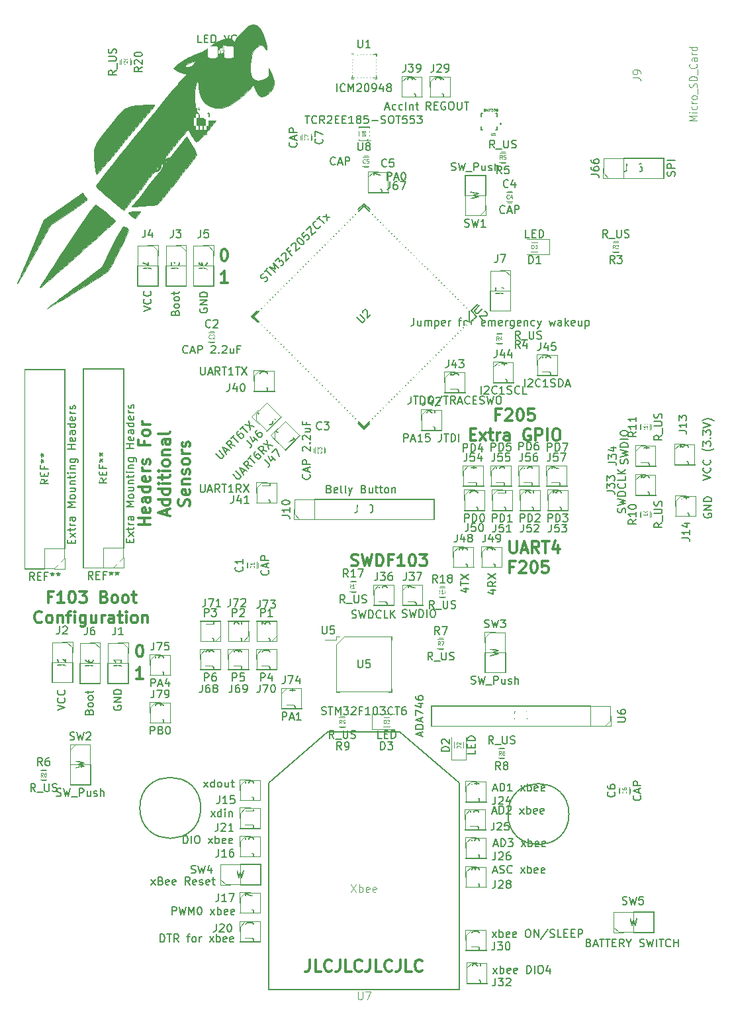
<source format=gbr>
G04 #@! TF.GenerationSoftware,KiCad,Pcbnew,(5.0.1-3-g963ef8bb5)*
G04 #@! TF.CreationDate,2020-01-06T21:10:07-05:00*
G04 #@! TF.ProjectId,SLI HW,534C492048572E6B696361645F706362,rev?*
G04 #@! TF.SameCoordinates,Original*
G04 #@! TF.FileFunction,Legend,Top*
G04 #@! TF.FilePolarity,Positive*
%FSLAX46Y46*%
G04 Gerber Fmt 4.6, Leading zero omitted, Abs format (unit mm)*
G04 Created by KiCad (PCBNEW (5.0.1-3-g963ef8bb5)) date Monday, January 06, 2020 at 09:10:07 PM*
%MOMM*%
%LPD*%
G01*
G04 APERTURE LIST*
%ADD10C,0.300000*%
%ADD11C,0.150000*%
%ADD12C,0.120000*%
%ADD13C,0.100000*%
%ADD14C,0.200000*%
%ADD15C,0.127000*%
%ADD16C,0.010000*%
%ADD17C,0.110000*%
%ADD18C,0.050000*%
%ADD19C,0.080000*%
%ADD20C,0.062500*%
%ADD21C,1.302000*%
%ADD22C,0.115147*%
%ADD23C,0.302000*%
%ADD24R,1.802000X1.802000*%
%ADD25O,1.802000X1.802000*%
%ADD26R,0.452000X0.482000*%
%ADD27C,1.626000*%
%ADD28C,1.252000*%
%ADD29R,1.852440X0.802176*%
%ADD30R,1.854980X0.803191*%
%ADD31R,1.853610X0.802643*%
%ADD32R,1.854180X0.802871*%
%ADD33R,1.854460X0.802982*%
%ADD34R,1.852430X0.802174*%
%ADD35R,1.853770X0.802710*%
%ADD36R,1.854640X0.803055*%
%ADD37R,1.602920X1.602920*%
%ADD38R,1.603800X1.603800*%
%ADD39R,1.603100X0.902585*%
%ADD40R,1.502640X0.902364*%
%ADD41R,1.102010X1.602010*%
%ADD42R,1.603930X1.103290*%
%ADD43C,1.802000*%
%ADD44C,0.402000*%
%ADD45R,1.402000X0.352000*%
%ADD46R,0.352000X1.402000*%
%ADD47R,1.502000X1.502000*%
%ADD48C,1.502000*%
%ADD49R,0.552000X0.402000*%
G04 APERTURE END LIST*
D10*
X83749428Y-149800571D02*
X83749428Y-150872000D01*
X83678000Y-151086285D01*
X83535142Y-151229142D01*
X83320857Y-151300571D01*
X83178000Y-151300571D01*
X85178000Y-151300571D02*
X84463714Y-151300571D01*
X84463714Y-149800571D01*
X86535142Y-151157714D02*
X86463714Y-151229142D01*
X86249428Y-151300571D01*
X86106571Y-151300571D01*
X85892285Y-151229142D01*
X85749428Y-151086285D01*
X85678000Y-150943428D01*
X85606571Y-150657714D01*
X85606571Y-150443428D01*
X85678000Y-150157714D01*
X85749428Y-150014857D01*
X85892285Y-149872000D01*
X86106571Y-149800571D01*
X86249428Y-149800571D01*
X86463714Y-149872000D01*
X86535142Y-149943428D01*
X87606571Y-149800571D02*
X87606571Y-150872000D01*
X87535142Y-151086285D01*
X87392285Y-151229142D01*
X87178000Y-151300571D01*
X87035142Y-151300571D01*
X89035142Y-151300571D02*
X88320857Y-151300571D01*
X88320857Y-149800571D01*
X90392285Y-151157714D02*
X90320857Y-151229142D01*
X90106571Y-151300571D01*
X89963714Y-151300571D01*
X89749428Y-151229142D01*
X89606571Y-151086285D01*
X89535142Y-150943428D01*
X89463714Y-150657714D01*
X89463714Y-150443428D01*
X89535142Y-150157714D01*
X89606571Y-150014857D01*
X89749428Y-149872000D01*
X89963714Y-149800571D01*
X90106571Y-149800571D01*
X90320857Y-149872000D01*
X90392285Y-149943428D01*
X91463714Y-149800571D02*
X91463714Y-150872000D01*
X91392285Y-151086285D01*
X91249428Y-151229142D01*
X91035142Y-151300571D01*
X90892285Y-151300571D01*
X92892285Y-151300571D02*
X92178000Y-151300571D01*
X92178000Y-149800571D01*
X94249428Y-151157714D02*
X94178000Y-151229142D01*
X93963714Y-151300571D01*
X93820857Y-151300571D01*
X93606571Y-151229142D01*
X93463714Y-151086285D01*
X93392285Y-150943428D01*
X93320857Y-150657714D01*
X93320857Y-150443428D01*
X93392285Y-150157714D01*
X93463714Y-150014857D01*
X93606571Y-149872000D01*
X93820857Y-149800571D01*
X93963714Y-149800571D01*
X94178000Y-149872000D01*
X94249428Y-149943428D01*
X95320857Y-149800571D02*
X95320857Y-150872000D01*
X95249428Y-151086285D01*
X95106571Y-151229142D01*
X94892285Y-151300571D01*
X94749428Y-151300571D01*
X96749428Y-151300571D02*
X96035142Y-151300571D01*
X96035142Y-149800571D01*
X98106571Y-151157714D02*
X98035142Y-151229142D01*
X97820857Y-151300571D01*
X97678000Y-151300571D01*
X97463714Y-151229142D01*
X97320857Y-151086285D01*
X97249428Y-150943428D01*
X97178000Y-150657714D01*
X97178000Y-150443428D01*
X97249428Y-150157714D01*
X97320857Y-150014857D01*
X97463714Y-149872000D01*
X97678000Y-149800571D01*
X97820857Y-149800571D01*
X98035142Y-149872000D01*
X98106571Y-149943428D01*
D11*
X69800000Y-130400000D02*
G75*
G03X69800000Y-130400000I-3900000J0D01*
G01*
X116900000Y-131200000D02*
G75*
G03X116900000Y-131200000I-3900000J0D01*
G01*
D10*
X63328571Y-94200000D02*
X61828571Y-94200000D01*
X62542857Y-94200000D02*
X62542857Y-93342857D01*
X63328571Y-93342857D02*
X61828571Y-93342857D01*
X63257142Y-92057142D02*
X63328571Y-92200000D01*
X63328571Y-92485714D01*
X63257142Y-92628571D01*
X63114285Y-92700000D01*
X62542857Y-92700000D01*
X62400000Y-92628571D01*
X62328571Y-92485714D01*
X62328571Y-92200000D01*
X62400000Y-92057142D01*
X62542857Y-91985714D01*
X62685714Y-91985714D01*
X62828571Y-92700000D01*
X63328571Y-90700000D02*
X62542857Y-90700000D01*
X62400000Y-90771428D01*
X62328571Y-90914285D01*
X62328571Y-91200000D01*
X62400000Y-91342857D01*
X63257142Y-90700000D02*
X63328571Y-90842857D01*
X63328571Y-91200000D01*
X63257142Y-91342857D01*
X63114285Y-91414285D01*
X62971428Y-91414285D01*
X62828571Y-91342857D01*
X62757142Y-91200000D01*
X62757142Y-90842857D01*
X62685714Y-90700000D01*
X63328571Y-89342857D02*
X61828571Y-89342857D01*
X63257142Y-89342857D02*
X63328571Y-89485714D01*
X63328571Y-89771428D01*
X63257142Y-89914285D01*
X63185714Y-89985714D01*
X63042857Y-90057142D01*
X62614285Y-90057142D01*
X62471428Y-89985714D01*
X62400000Y-89914285D01*
X62328571Y-89771428D01*
X62328571Y-89485714D01*
X62400000Y-89342857D01*
X63257142Y-88057142D02*
X63328571Y-88200000D01*
X63328571Y-88485714D01*
X63257142Y-88628571D01*
X63114285Y-88700000D01*
X62542857Y-88700000D01*
X62400000Y-88628571D01*
X62328571Y-88485714D01*
X62328571Y-88200000D01*
X62400000Y-88057142D01*
X62542857Y-87985714D01*
X62685714Y-87985714D01*
X62828571Y-88700000D01*
X63328571Y-87342857D02*
X62328571Y-87342857D01*
X62614285Y-87342857D02*
X62471428Y-87271428D01*
X62400000Y-87200000D01*
X62328571Y-87057142D01*
X62328571Y-86914285D01*
X63257142Y-86485714D02*
X63328571Y-86342857D01*
X63328571Y-86057142D01*
X63257142Y-85914285D01*
X63114285Y-85842857D01*
X63042857Y-85842857D01*
X62900000Y-85914285D01*
X62828571Y-86057142D01*
X62828571Y-86271428D01*
X62757142Y-86414285D01*
X62614285Y-86485714D01*
X62542857Y-86485714D01*
X62400000Y-86414285D01*
X62328571Y-86271428D01*
X62328571Y-86057142D01*
X62400000Y-85914285D01*
X62542857Y-83557142D02*
X62542857Y-84057142D01*
X63328571Y-84057142D02*
X61828571Y-84057142D01*
X61828571Y-83342857D01*
X63328571Y-82557142D02*
X63257142Y-82700000D01*
X63185714Y-82771428D01*
X63042857Y-82842857D01*
X62614285Y-82842857D01*
X62471428Y-82771428D01*
X62400000Y-82700000D01*
X62328571Y-82557142D01*
X62328571Y-82342857D01*
X62400000Y-82200000D01*
X62471428Y-82128571D01*
X62614285Y-82057142D01*
X63042857Y-82057142D01*
X63185714Y-82128571D01*
X63257142Y-82200000D01*
X63328571Y-82342857D01*
X63328571Y-82557142D01*
X63328571Y-81414285D02*
X62328571Y-81414285D01*
X62614285Y-81414285D02*
X62471428Y-81342857D01*
X62400000Y-81271428D01*
X62328571Y-81128571D01*
X62328571Y-80985714D01*
X65450000Y-92985714D02*
X65450000Y-92271428D01*
X65878571Y-93128571D02*
X64378571Y-92628571D01*
X65878571Y-92128571D01*
X65878571Y-90985714D02*
X64378571Y-90985714D01*
X65807142Y-90985714D02*
X65878571Y-91128571D01*
X65878571Y-91414285D01*
X65807142Y-91557142D01*
X65735714Y-91628571D01*
X65592857Y-91700000D01*
X65164285Y-91700000D01*
X65021428Y-91628571D01*
X64950000Y-91557142D01*
X64878571Y-91414285D01*
X64878571Y-91128571D01*
X64950000Y-90985714D01*
X65878571Y-89628571D02*
X64378571Y-89628571D01*
X65807142Y-89628571D02*
X65878571Y-89771428D01*
X65878571Y-90057142D01*
X65807142Y-90200000D01*
X65735714Y-90271428D01*
X65592857Y-90342857D01*
X65164285Y-90342857D01*
X65021428Y-90271428D01*
X64950000Y-90200000D01*
X64878571Y-90057142D01*
X64878571Y-89771428D01*
X64950000Y-89628571D01*
X65878571Y-88914285D02*
X64878571Y-88914285D01*
X64378571Y-88914285D02*
X64450000Y-88985714D01*
X64521428Y-88914285D01*
X64450000Y-88842857D01*
X64378571Y-88914285D01*
X64521428Y-88914285D01*
X64878571Y-88414285D02*
X64878571Y-87842857D01*
X64378571Y-88200000D02*
X65664285Y-88200000D01*
X65807142Y-88128571D01*
X65878571Y-87985714D01*
X65878571Y-87842857D01*
X65878571Y-87342857D02*
X64878571Y-87342857D01*
X64378571Y-87342857D02*
X64450000Y-87414285D01*
X64521428Y-87342857D01*
X64450000Y-87271428D01*
X64378571Y-87342857D01*
X64521428Y-87342857D01*
X65878571Y-86414285D02*
X65807142Y-86557142D01*
X65735714Y-86628571D01*
X65592857Y-86700000D01*
X65164285Y-86700000D01*
X65021428Y-86628571D01*
X64950000Y-86557142D01*
X64878571Y-86414285D01*
X64878571Y-86200000D01*
X64950000Y-86057142D01*
X65021428Y-85985714D01*
X65164285Y-85914285D01*
X65592857Y-85914285D01*
X65735714Y-85985714D01*
X65807142Y-86057142D01*
X65878571Y-86200000D01*
X65878571Y-86414285D01*
X64878571Y-85271428D02*
X65878571Y-85271428D01*
X65021428Y-85271428D02*
X64950000Y-85200000D01*
X64878571Y-85057142D01*
X64878571Y-84842857D01*
X64950000Y-84700000D01*
X65092857Y-84628571D01*
X65878571Y-84628571D01*
X65878571Y-83271428D02*
X65092857Y-83271428D01*
X64950000Y-83342857D01*
X64878571Y-83485714D01*
X64878571Y-83771428D01*
X64950000Y-83914285D01*
X65807142Y-83271428D02*
X65878571Y-83414285D01*
X65878571Y-83771428D01*
X65807142Y-83914285D01*
X65664285Y-83985714D01*
X65521428Y-83985714D01*
X65378571Y-83914285D01*
X65307142Y-83771428D01*
X65307142Y-83414285D01*
X65235714Y-83271428D01*
X65878571Y-82342857D02*
X65807142Y-82485714D01*
X65664285Y-82557142D01*
X64378571Y-82557142D01*
X68357142Y-91807142D02*
X68428571Y-91592857D01*
X68428571Y-91235714D01*
X68357142Y-91092857D01*
X68285714Y-91021428D01*
X68142857Y-90950000D01*
X68000000Y-90950000D01*
X67857142Y-91021428D01*
X67785714Y-91092857D01*
X67714285Y-91235714D01*
X67642857Y-91521428D01*
X67571428Y-91664285D01*
X67500000Y-91735714D01*
X67357142Y-91807142D01*
X67214285Y-91807142D01*
X67071428Y-91735714D01*
X67000000Y-91664285D01*
X66928571Y-91521428D01*
X66928571Y-91164285D01*
X67000000Y-90950000D01*
X68357142Y-89735714D02*
X68428571Y-89878571D01*
X68428571Y-90164285D01*
X68357142Y-90307142D01*
X68214285Y-90378571D01*
X67642857Y-90378571D01*
X67500000Y-90307142D01*
X67428571Y-90164285D01*
X67428571Y-89878571D01*
X67500000Y-89735714D01*
X67642857Y-89664285D01*
X67785714Y-89664285D01*
X67928571Y-90378571D01*
X67428571Y-89021428D02*
X68428571Y-89021428D01*
X67571428Y-89021428D02*
X67500000Y-88950000D01*
X67428571Y-88807142D01*
X67428571Y-88592857D01*
X67500000Y-88450000D01*
X67642857Y-88378571D01*
X68428571Y-88378571D01*
X68357142Y-87735714D02*
X68428571Y-87592857D01*
X68428571Y-87307142D01*
X68357142Y-87164285D01*
X68214285Y-87092857D01*
X68142857Y-87092857D01*
X68000000Y-87164285D01*
X67928571Y-87307142D01*
X67928571Y-87521428D01*
X67857142Y-87664285D01*
X67714285Y-87735714D01*
X67642857Y-87735714D01*
X67500000Y-87664285D01*
X67428571Y-87521428D01*
X67428571Y-87307142D01*
X67500000Y-87164285D01*
X68428571Y-86235714D02*
X68357142Y-86378571D01*
X68285714Y-86450000D01*
X68142857Y-86521428D01*
X67714285Y-86521428D01*
X67571428Y-86450000D01*
X67500000Y-86378571D01*
X67428571Y-86235714D01*
X67428571Y-86021428D01*
X67500000Y-85878571D01*
X67571428Y-85807142D01*
X67714285Y-85735714D01*
X68142857Y-85735714D01*
X68285714Y-85807142D01*
X68357142Y-85878571D01*
X68428571Y-86021428D01*
X68428571Y-86235714D01*
X68428571Y-85092857D02*
X67428571Y-85092857D01*
X67714285Y-85092857D02*
X67571428Y-85021428D01*
X67500000Y-84950000D01*
X67428571Y-84807142D01*
X67428571Y-84664285D01*
X68357142Y-84235714D02*
X68428571Y-84092857D01*
X68428571Y-83807142D01*
X68357142Y-83664285D01*
X68214285Y-83592857D01*
X68142857Y-83592857D01*
X68000000Y-83664285D01*
X67928571Y-83807142D01*
X67928571Y-84021428D01*
X67857142Y-84164285D01*
X67714285Y-84235714D01*
X67642857Y-84235714D01*
X67500000Y-84164285D01*
X67428571Y-84021428D01*
X67428571Y-83807142D01*
X67500000Y-83664285D01*
X89078571Y-99407142D02*
X89292857Y-99478571D01*
X89650000Y-99478571D01*
X89792857Y-99407142D01*
X89864285Y-99335714D01*
X89935714Y-99192857D01*
X89935714Y-99050000D01*
X89864285Y-98907142D01*
X89792857Y-98835714D01*
X89650000Y-98764285D01*
X89364285Y-98692857D01*
X89221428Y-98621428D01*
X89150000Y-98550000D01*
X89078571Y-98407142D01*
X89078571Y-98264285D01*
X89150000Y-98121428D01*
X89221428Y-98050000D01*
X89364285Y-97978571D01*
X89721428Y-97978571D01*
X89935714Y-98050000D01*
X90435714Y-97978571D02*
X90792857Y-99478571D01*
X91078571Y-98407142D01*
X91364285Y-99478571D01*
X91721428Y-97978571D01*
X92292857Y-99478571D02*
X92292857Y-97978571D01*
X92650000Y-97978571D01*
X92864285Y-98050000D01*
X93007142Y-98192857D01*
X93078571Y-98335714D01*
X93150000Y-98621428D01*
X93150000Y-98835714D01*
X93078571Y-99121428D01*
X93007142Y-99264285D01*
X92864285Y-99407142D01*
X92650000Y-99478571D01*
X92292857Y-99478571D01*
X94292857Y-98692857D02*
X93792857Y-98692857D01*
X93792857Y-99478571D02*
X93792857Y-97978571D01*
X94507142Y-97978571D01*
X95864285Y-99478571D02*
X95007142Y-99478571D01*
X95435714Y-99478571D02*
X95435714Y-97978571D01*
X95292857Y-98192857D01*
X95150000Y-98335714D01*
X95007142Y-98407142D01*
X96792857Y-97978571D02*
X96935714Y-97978571D01*
X97078571Y-98050000D01*
X97150000Y-98121428D01*
X97221428Y-98264285D01*
X97292857Y-98550000D01*
X97292857Y-98907142D01*
X97221428Y-99192857D01*
X97150000Y-99335714D01*
X97078571Y-99407142D01*
X96935714Y-99478571D01*
X96792857Y-99478571D01*
X96650000Y-99407142D01*
X96578571Y-99335714D01*
X96507142Y-99192857D01*
X96435714Y-98907142D01*
X96435714Y-98550000D01*
X96507142Y-98264285D01*
X96578571Y-98121428D01*
X96650000Y-98050000D01*
X96792857Y-97978571D01*
X97792857Y-97978571D02*
X98721428Y-97978571D01*
X98221428Y-98550000D01*
X98435714Y-98550000D01*
X98578571Y-98621428D01*
X98650000Y-98692857D01*
X98721428Y-98835714D01*
X98721428Y-99192857D01*
X98650000Y-99335714D01*
X98578571Y-99407142D01*
X98435714Y-99478571D01*
X98007142Y-99478571D01*
X97864285Y-99407142D01*
X97792857Y-99335714D01*
X109352142Y-96303571D02*
X109352142Y-97517857D01*
X109423571Y-97660714D01*
X109495000Y-97732142D01*
X109637857Y-97803571D01*
X109923571Y-97803571D01*
X110066428Y-97732142D01*
X110137857Y-97660714D01*
X110209285Y-97517857D01*
X110209285Y-96303571D01*
X110852142Y-97375000D02*
X111566428Y-97375000D01*
X110709285Y-97803571D02*
X111209285Y-96303571D01*
X111709285Y-97803571D01*
X113066428Y-97803571D02*
X112566428Y-97089285D01*
X112209285Y-97803571D02*
X112209285Y-96303571D01*
X112780714Y-96303571D01*
X112923571Y-96375000D01*
X112995000Y-96446428D01*
X113066428Y-96589285D01*
X113066428Y-96803571D01*
X112995000Y-96946428D01*
X112923571Y-97017857D01*
X112780714Y-97089285D01*
X112209285Y-97089285D01*
X113495000Y-96303571D02*
X114352142Y-96303571D01*
X113923571Y-97803571D02*
X113923571Y-96303571D01*
X115495000Y-96803571D02*
X115495000Y-97803571D01*
X115137857Y-96232142D02*
X114780714Y-97303571D01*
X115709285Y-97303571D01*
X109852142Y-99567857D02*
X109352142Y-99567857D01*
X109352142Y-100353571D02*
X109352142Y-98853571D01*
X110066428Y-98853571D01*
X110566428Y-98996428D02*
X110637857Y-98925000D01*
X110780714Y-98853571D01*
X111137857Y-98853571D01*
X111280714Y-98925000D01*
X111352142Y-98996428D01*
X111423571Y-99139285D01*
X111423571Y-99282142D01*
X111352142Y-99496428D01*
X110495000Y-100353571D01*
X111423571Y-100353571D01*
X112352142Y-98853571D02*
X112495000Y-98853571D01*
X112637857Y-98925000D01*
X112709285Y-98996428D01*
X112780714Y-99139285D01*
X112852142Y-99425000D01*
X112852142Y-99782142D01*
X112780714Y-100067857D01*
X112709285Y-100210714D01*
X112637857Y-100282142D01*
X112495000Y-100353571D01*
X112352142Y-100353571D01*
X112209285Y-100282142D01*
X112137857Y-100210714D01*
X112066428Y-100067857D01*
X111995000Y-99782142D01*
X111995000Y-99425000D01*
X112066428Y-99139285D01*
X112137857Y-98996428D01*
X112209285Y-98925000D01*
X112352142Y-98853571D01*
X114209285Y-98853571D02*
X113495000Y-98853571D01*
X113423571Y-99567857D01*
X113495000Y-99496428D01*
X113637857Y-99425000D01*
X113995000Y-99425000D01*
X114137857Y-99496428D01*
X114209285Y-99567857D01*
X114280714Y-99710714D01*
X114280714Y-100067857D01*
X114209285Y-100210714D01*
X114137857Y-100282142D01*
X113995000Y-100353571D01*
X113637857Y-100353571D01*
X113495000Y-100282142D01*
X113423571Y-100210714D01*
X108071428Y-80117857D02*
X107571428Y-80117857D01*
X107571428Y-80903571D02*
X107571428Y-79403571D01*
X108285714Y-79403571D01*
X108785714Y-79546428D02*
X108857142Y-79475000D01*
X109000000Y-79403571D01*
X109357142Y-79403571D01*
X109500000Y-79475000D01*
X109571428Y-79546428D01*
X109642857Y-79689285D01*
X109642857Y-79832142D01*
X109571428Y-80046428D01*
X108714285Y-80903571D01*
X109642857Y-80903571D01*
X110571428Y-79403571D02*
X110714285Y-79403571D01*
X110857142Y-79475000D01*
X110928571Y-79546428D01*
X111000000Y-79689285D01*
X111071428Y-79975000D01*
X111071428Y-80332142D01*
X111000000Y-80617857D01*
X110928571Y-80760714D01*
X110857142Y-80832142D01*
X110714285Y-80903571D01*
X110571428Y-80903571D01*
X110428571Y-80832142D01*
X110357142Y-80760714D01*
X110285714Y-80617857D01*
X110214285Y-80332142D01*
X110214285Y-79975000D01*
X110285714Y-79689285D01*
X110357142Y-79546428D01*
X110428571Y-79475000D01*
X110571428Y-79403571D01*
X112428571Y-79403571D02*
X111714285Y-79403571D01*
X111642857Y-80117857D01*
X111714285Y-80046428D01*
X111857142Y-79975000D01*
X112214285Y-79975000D01*
X112357142Y-80046428D01*
X112428571Y-80117857D01*
X112500000Y-80260714D01*
X112500000Y-80617857D01*
X112428571Y-80760714D01*
X112357142Y-80832142D01*
X112214285Y-80903571D01*
X111857142Y-80903571D01*
X111714285Y-80832142D01*
X111642857Y-80760714D01*
X104285714Y-82667857D02*
X104785714Y-82667857D01*
X105000000Y-83453571D02*
X104285714Y-83453571D01*
X104285714Y-81953571D01*
X105000000Y-81953571D01*
X105500000Y-83453571D02*
X106285714Y-82453571D01*
X105500000Y-82453571D02*
X106285714Y-83453571D01*
X106642857Y-82453571D02*
X107214285Y-82453571D01*
X106857142Y-81953571D02*
X106857142Y-83239285D01*
X106928571Y-83382142D01*
X107071428Y-83453571D01*
X107214285Y-83453571D01*
X107714285Y-83453571D02*
X107714285Y-82453571D01*
X107714285Y-82739285D02*
X107785714Y-82596428D01*
X107857142Y-82525000D01*
X108000000Y-82453571D01*
X108142857Y-82453571D01*
X109285714Y-83453571D02*
X109285714Y-82667857D01*
X109214285Y-82525000D01*
X109071428Y-82453571D01*
X108785714Y-82453571D01*
X108642857Y-82525000D01*
X109285714Y-83382142D02*
X109142857Y-83453571D01*
X108785714Y-83453571D01*
X108642857Y-83382142D01*
X108571428Y-83239285D01*
X108571428Y-83096428D01*
X108642857Y-82953571D01*
X108785714Y-82882142D01*
X109142857Y-82882142D01*
X109285714Y-82810714D01*
X111928571Y-82025000D02*
X111785714Y-81953571D01*
X111571428Y-81953571D01*
X111357142Y-82025000D01*
X111214285Y-82167857D01*
X111142857Y-82310714D01*
X111071428Y-82596428D01*
X111071428Y-82810714D01*
X111142857Y-83096428D01*
X111214285Y-83239285D01*
X111357142Y-83382142D01*
X111571428Y-83453571D01*
X111714285Y-83453571D01*
X111928571Y-83382142D01*
X112000000Y-83310714D01*
X112000000Y-82810714D01*
X111714285Y-82810714D01*
X112642857Y-83453571D02*
X112642857Y-81953571D01*
X113214285Y-81953571D01*
X113357142Y-82025000D01*
X113428571Y-82096428D01*
X113500000Y-82239285D01*
X113500000Y-82453571D01*
X113428571Y-82596428D01*
X113357142Y-82667857D01*
X113214285Y-82739285D01*
X112642857Y-82739285D01*
X114142857Y-83453571D02*
X114142857Y-81953571D01*
X115142857Y-81953571D02*
X115428571Y-81953571D01*
X115571428Y-82025000D01*
X115714285Y-82167857D01*
X115785714Y-82453571D01*
X115785714Y-82953571D01*
X115714285Y-83239285D01*
X115571428Y-83382142D01*
X115428571Y-83453571D01*
X115142857Y-83453571D01*
X115000000Y-83382142D01*
X114857142Y-83239285D01*
X114785714Y-82953571D01*
X114785714Y-82453571D01*
X114857142Y-82167857D01*
X115000000Y-82025000D01*
X115142857Y-81953571D01*
X62428571Y-113878571D02*
X61571428Y-113878571D01*
X62000000Y-113878571D02*
X62000000Y-112378571D01*
X61857142Y-112592857D01*
X61714285Y-112735714D01*
X61571428Y-112807142D01*
X61928571Y-109578571D02*
X62071428Y-109578571D01*
X62214285Y-109650000D01*
X62285714Y-109721428D01*
X62357142Y-109864285D01*
X62428571Y-110150000D01*
X62428571Y-110507142D01*
X62357142Y-110792857D01*
X62285714Y-110935714D01*
X62214285Y-111007142D01*
X62071428Y-111078571D01*
X61928571Y-111078571D01*
X61785714Y-111007142D01*
X61714285Y-110935714D01*
X61642857Y-110792857D01*
X61571428Y-110507142D01*
X61571428Y-110150000D01*
X61642857Y-109864285D01*
X61714285Y-109721428D01*
X61785714Y-109650000D01*
X61928571Y-109578571D01*
X50764285Y-103417857D02*
X50264285Y-103417857D01*
X50264285Y-104203571D02*
X50264285Y-102703571D01*
X50978571Y-102703571D01*
X52335714Y-104203571D02*
X51478571Y-104203571D01*
X51907142Y-104203571D02*
X51907142Y-102703571D01*
X51764285Y-102917857D01*
X51621428Y-103060714D01*
X51478571Y-103132142D01*
X53264285Y-102703571D02*
X53407142Y-102703571D01*
X53550000Y-102775000D01*
X53621428Y-102846428D01*
X53692857Y-102989285D01*
X53764285Y-103275000D01*
X53764285Y-103632142D01*
X53692857Y-103917857D01*
X53621428Y-104060714D01*
X53550000Y-104132142D01*
X53407142Y-104203571D01*
X53264285Y-104203571D01*
X53121428Y-104132142D01*
X53050000Y-104060714D01*
X52978571Y-103917857D01*
X52907142Y-103632142D01*
X52907142Y-103275000D01*
X52978571Y-102989285D01*
X53050000Y-102846428D01*
X53121428Y-102775000D01*
X53264285Y-102703571D01*
X54264285Y-102703571D02*
X55192857Y-102703571D01*
X54692857Y-103275000D01*
X54907142Y-103275000D01*
X55050000Y-103346428D01*
X55121428Y-103417857D01*
X55192857Y-103560714D01*
X55192857Y-103917857D01*
X55121428Y-104060714D01*
X55050000Y-104132142D01*
X54907142Y-104203571D01*
X54478571Y-104203571D01*
X54335714Y-104132142D01*
X54264285Y-104060714D01*
X57478571Y-103417857D02*
X57692857Y-103489285D01*
X57764285Y-103560714D01*
X57835714Y-103703571D01*
X57835714Y-103917857D01*
X57764285Y-104060714D01*
X57692857Y-104132142D01*
X57550000Y-104203571D01*
X56978571Y-104203571D01*
X56978571Y-102703571D01*
X57478571Y-102703571D01*
X57621428Y-102775000D01*
X57692857Y-102846428D01*
X57764285Y-102989285D01*
X57764285Y-103132142D01*
X57692857Y-103275000D01*
X57621428Y-103346428D01*
X57478571Y-103417857D01*
X56978571Y-103417857D01*
X58692857Y-104203571D02*
X58550000Y-104132142D01*
X58478571Y-104060714D01*
X58407142Y-103917857D01*
X58407142Y-103489285D01*
X58478571Y-103346428D01*
X58550000Y-103275000D01*
X58692857Y-103203571D01*
X58907142Y-103203571D01*
X59050000Y-103275000D01*
X59121428Y-103346428D01*
X59192857Y-103489285D01*
X59192857Y-103917857D01*
X59121428Y-104060714D01*
X59050000Y-104132142D01*
X58907142Y-104203571D01*
X58692857Y-104203571D01*
X60050000Y-104203571D02*
X59907142Y-104132142D01*
X59835714Y-104060714D01*
X59764285Y-103917857D01*
X59764285Y-103489285D01*
X59835714Y-103346428D01*
X59907142Y-103275000D01*
X60050000Y-103203571D01*
X60264285Y-103203571D01*
X60407142Y-103275000D01*
X60478571Y-103346428D01*
X60550000Y-103489285D01*
X60550000Y-103917857D01*
X60478571Y-104060714D01*
X60407142Y-104132142D01*
X60264285Y-104203571D01*
X60050000Y-104203571D01*
X60978571Y-103203571D02*
X61550000Y-103203571D01*
X61192857Y-102703571D02*
X61192857Y-103989285D01*
X61264285Y-104132142D01*
X61407142Y-104203571D01*
X61550000Y-104203571D01*
X49478571Y-106610714D02*
X49407142Y-106682142D01*
X49192857Y-106753571D01*
X49050000Y-106753571D01*
X48835714Y-106682142D01*
X48692857Y-106539285D01*
X48621428Y-106396428D01*
X48550000Y-106110714D01*
X48550000Y-105896428D01*
X48621428Y-105610714D01*
X48692857Y-105467857D01*
X48835714Y-105325000D01*
X49050000Y-105253571D01*
X49192857Y-105253571D01*
X49407142Y-105325000D01*
X49478571Y-105396428D01*
X50335714Y-106753571D02*
X50192857Y-106682142D01*
X50121428Y-106610714D01*
X50050000Y-106467857D01*
X50050000Y-106039285D01*
X50121428Y-105896428D01*
X50192857Y-105825000D01*
X50335714Y-105753571D01*
X50550000Y-105753571D01*
X50692857Y-105825000D01*
X50764285Y-105896428D01*
X50835714Y-106039285D01*
X50835714Y-106467857D01*
X50764285Y-106610714D01*
X50692857Y-106682142D01*
X50550000Y-106753571D01*
X50335714Y-106753571D01*
X51478571Y-105753571D02*
X51478571Y-106753571D01*
X51478571Y-105896428D02*
X51550000Y-105825000D01*
X51692857Y-105753571D01*
X51907142Y-105753571D01*
X52050000Y-105825000D01*
X52121428Y-105967857D01*
X52121428Y-106753571D01*
X52621428Y-105753571D02*
X53192857Y-105753571D01*
X52835714Y-106753571D02*
X52835714Y-105467857D01*
X52907142Y-105325000D01*
X53050000Y-105253571D01*
X53192857Y-105253571D01*
X53692857Y-106753571D02*
X53692857Y-105753571D01*
X53692857Y-105253571D02*
X53621428Y-105325000D01*
X53692857Y-105396428D01*
X53764285Y-105325000D01*
X53692857Y-105253571D01*
X53692857Y-105396428D01*
X55050000Y-105753571D02*
X55050000Y-106967857D01*
X54978571Y-107110714D01*
X54907142Y-107182142D01*
X54764285Y-107253571D01*
X54550000Y-107253571D01*
X54407142Y-107182142D01*
X55050000Y-106682142D02*
X54907142Y-106753571D01*
X54621428Y-106753571D01*
X54478571Y-106682142D01*
X54407142Y-106610714D01*
X54335714Y-106467857D01*
X54335714Y-106039285D01*
X54407142Y-105896428D01*
X54478571Y-105825000D01*
X54621428Y-105753571D01*
X54907142Y-105753571D01*
X55050000Y-105825000D01*
X56407142Y-105753571D02*
X56407142Y-106753571D01*
X55764285Y-105753571D02*
X55764285Y-106539285D01*
X55835714Y-106682142D01*
X55978571Y-106753571D01*
X56192857Y-106753571D01*
X56335714Y-106682142D01*
X56407142Y-106610714D01*
X57121428Y-106753571D02*
X57121428Y-105753571D01*
X57121428Y-106039285D02*
X57192857Y-105896428D01*
X57264285Y-105825000D01*
X57407142Y-105753571D01*
X57550000Y-105753571D01*
X58692857Y-106753571D02*
X58692857Y-105967857D01*
X58621428Y-105825000D01*
X58478571Y-105753571D01*
X58192857Y-105753571D01*
X58050000Y-105825000D01*
X58692857Y-106682142D02*
X58550000Y-106753571D01*
X58192857Y-106753571D01*
X58050000Y-106682142D01*
X57978571Y-106539285D01*
X57978571Y-106396428D01*
X58050000Y-106253571D01*
X58192857Y-106182142D01*
X58550000Y-106182142D01*
X58692857Y-106110714D01*
X59192857Y-105753571D02*
X59764285Y-105753571D01*
X59407142Y-105253571D02*
X59407142Y-106539285D01*
X59478571Y-106682142D01*
X59621428Y-106753571D01*
X59764285Y-106753571D01*
X60264285Y-106753571D02*
X60264285Y-105753571D01*
X60264285Y-105253571D02*
X60192857Y-105325000D01*
X60264285Y-105396428D01*
X60335714Y-105325000D01*
X60264285Y-105253571D01*
X60264285Y-105396428D01*
X61192857Y-106753571D02*
X61050000Y-106682142D01*
X60978571Y-106610714D01*
X60907142Y-106467857D01*
X60907142Y-106039285D01*
X60978571Y-105896428D01*
X61050000Y-105825000D01*
X61192857Y-105753571D01*
X61407142Y-105753571D01*
X61550000Y-105825000D01*
X61621428Y-105896428D01*
X61692857Y-106039285D01*
X61692857Y-106467857D01*
X61621428Y-106610714D01*
X61550000Y-106682142D01*
X61407142Y-106753571D01*
X61192857Y-106753571D01*
X62335714Y-105753571D02*
X62335714Y-106753571D01*
X62335714Y-105896428D02*
X62407142Y-105825000D01*
X62550000Y-105753571D01*
X62764285Y-105753571D01*
X62907142Y-105825000D01*
X62978571Y-105967857D01*
X62978571Y-106753571D01*
X73228571Y-63278571D02*
X72371428Y-63278571D01*
X72800000Y-63278571D02*
X72800000Y-61778571D01*
X72657142Y-61992857D01*
X72514285Y-62135714D01*
X72371428Y-62207142D01*
X72728571Y-58978571D02*
X72871428Y-58978571D01*
X73014285Y-59050000D01*
X73085714Y-59121428D01*
X73157142Y-59264285D01*
X73228571Y-59550000D01*
X73228571Y-59907142D01*
X73157142Y-60192857D01*
X73085714Y-60335714D01*
X73014285Y-60407142D01*
X72871428Y-60478571D01*
X72728571Y-60478571D01*
X72585714Y-60407142D01*
X72514285Y-60335714D01*
X72442857Y-60192857D01*
X72371428Y-59907142D01*
X72371428Y-59550000D01*
X72442857Y-59264285D01*
X72514285Y-59121428D01*
X72585714Y-59050000D01*
X72728571Y-58978571D01*
D12*
G04 #@! TO.C,U1*
X92030000Y-33960000D02*
X92280000Y-33960000D01*
X92280000Y-33960000D02*
X92280000Y-34210000D01*
X89310000Y-37180000D02*
X89060000Y-37180000D01*
X89060000Y-37180000D02*
X89060000Y-36930000D01*
X92030000Y-37180000D02*
X92280000Y-37180000D01*
X92280000Y-37180000D02*
X92280000Y-36930000D01*
X89310000Y-33960000D02*
X89060000Y-33960000D01*
D13*
X89920000Y-34070000D02*
X92170000Y-34070000D01*
X92170000Y-34070000D02*
X92170000Y-37070000D01*
X92170000Y-37070000D02*
X89170000Y-37070000D01*
X89170000Y-37070000D02*
X89170000Y-34820000D01*
X89170000Y-34820000D02*
X89920000Y-34070000D01*
G04 #@! TO.C,REF\002A\002A*
X51100000Y-99770000D02*
X47290000Y-99770000D01*
X47290000Y-99770000D02*
X47290000Y-74370000D01*
X47290000Y-74370000D02*
X52370000Y-74370000D01*
X52370000Y-74370000D02*
X52370000Y-98500000D01*
X52370000Y-98500000D02*
X51100000Y-99770000D01*
D12*
X52430000Y-74310000D02*
X47230000Y-74310000D01*
X52430000Y-97230000D02*
X52430000Y-74310000D01*
X47230000Y-99830000D02*
X47230000Y-74310000D01*
X52430000Y-97230000D02*
X49830000Y-97230000D01*
X49830000Y-97230000D02*
X49830000Y-99830000D01*
X49830000Y-99830000D02*
X47230000Y-99830000D01*
X52430000Y-98500000D02*
X52430000Y-99830000D01*
X52430000Y-99830000D02*
X51100000Y-99830000D01*
G04 #@! TO.C,J21*
X74770000Y-130370000D02*
X76100000Y-130370000D01*
X74770000Y-131700000D02*
X74770000Y-130370000D01*
X74770000Y-132970000D02*
X77430000Y-132970000D01*
X77430000Y-132970000D02*
X77430000Y-133030000D01*
X74770000Y-132970000D02*
X74770000Y-133030000D01*
X74770000Y-133030000D02*
X77430000Y-133030000D01*
D13*
X74830000Y-131065000D02*
X75465000Y-130430000D01*
X74830000Y-132970000D02*
X74830000Y-131065000D01*
X77370000Y-132970000D02*
X74830000Y-132970000D01*
X77370000Y-130430000D02*
X77370000Y-132970000D01*
X75465000Y-130430000D02*
X77370000Y-130430000D01*
G04 #@! TO.C,J70*
X77565000Y-110130000D02*
X79470000Y-110130000D01*
X79470000Y-110130000D02*
X79470000Y-112670000D01*
X79470000Y-112670000D02*
X76930000Y-112670000D01*
X76930000Y-112670000D02*
X76930000Y-110765000D01*
X76930000Y-110765000D02*
X77565000Y-110130000D01*
D12*
X76870000Y-112730000D02*
X79530000Y-112730000D01*
X76870000Y-112670000D02*
X76870000Y-112730000D01*
X79530000Y-112670000D02*
X79530000Y-112730000D01*
X76870000Y-112670000D02*
X79530000Y-112670000D01*
X76870000Y-111400000D02*
X76870000Y-110070000D01*
X76870000Y-110070000D02*
X78200000Y-110070000D01*
D14*
G04 #@! TO.C,U3*
X108272000Y-42982000D02*
G75*
G03X108272000Y-42982000I-100000J0D01*
G01*
D15*
X105642000Y-41652000D02*
X105642000Y-42052000D01*
X105822000Y-41652000D02*
X105642000Y-41652000D01*
X105642000Y-43712000D02*
X105642000Y-43312000D01*
X105822000Y-43712000D02*
X105642000Y-43712000D01*
X107702000Y-43712000D02*
X107522000Y-43712000D01*
X107702000Y-43312000D02*
X107702000Y-43712000D01*
X107702000Y-41652000D02*
X107702000Y-42052000D01*
X107522000Y-41652000D02*
X107702000Y-41652000D01*
D12*
G04 #@! TO.C,C1*
X77110000Y-99661252D02*
X77110000Y-99138748D01*
X75690000Y-99661252D02*
X75690000Y-99138748D01*
D13*
X77000000Y-98400000D02*
X77000000Y-100400000D01*
X75800000Y-98400000D02*
X77000000Y-98400000D01*
X75800000Y-100400000D02*
X75800000Y-98400000D01*
X77000000Y-100400000D02*
X75800000Y-100400000D01*
D12*
G04 #@! TO.C,C2*
X70938748Y-70910000D02*
X71461252Y-70910000D01*
X70938748Y-69490000D02*
X71461252Y-69490000D01*
D13*
X72200000Y-70800000D02*
X70200000Y-70800000D01*
X72200000Y-69600000D02*
X72200000Y-70800000D01*
X70200000Y-69600000D02*
X72200000Y-69600000D01*
X70200000Y-70800000D02*
X70200000Y-69600000D01*
G04 #@! TO.C,C3*
X84400000Y-83700000D02*
X85600000Y-83700000D01*
X85600000Y-83700000D02*
X85600000Y-85700000D01*
X85600000Y-85700000D02*
X84400000Y-85700000D01*
X84400000Y-85700000D02*
X84400000Y-83700000D01*
D12*
X85710000Y-84438748D02*
X85710000Y-84961252D01*
X84290000Y-84438748D02*
X84290000Y-84961252D01*
D13*
G04 #@! TO.C,C4*
X108300000Y-52900000D02*
X108300000Y-51700000D01*
X108300000Y-51700000D02*
X110300000Y-51700000D01*
X110300000Y-51700000D02*
X110300000Y-52900000D01*
X110300000Y-52900000D02*
X108300000Y-52900000D01*
D12*
X109038748Y-51590000D02*
X109561252Y-51590000D01*
X109038748Y-53010000D02*
X109561252Y-53010000D01*
D13*
G04 #@! TO.C,C5*
X89924000Y-48362000D02*
X89924000Y-47162000D01*
X89924000Y-47162000D02*
X91924000Y-47162000D01*
X91924000Y-47162000D02*
X91924000Y-48362000D01*
X91924000Y-48362000D02*
X89924000Y-48362000D01*
D12*
X90662748Y-47052000D02*
X91185252Y-47052000D01*
X90662748Y-48472000D02*
X91185252Y-48472000D01*
G04 #@! TO.C,C6*
X124710000Y-128461252D02*
X124710000Y-127938748D01*
X123290000Y-128461252D02*
X123290000Y-127938748D01*
D13*
X124600000Y-127200000D02*
X124600000Y-129200000D01*
X123400000Y-127200000D02*
X124600000Y-127200000D01*
X123400000Y-129200000D02*
X123400000Y-127200000D01*
X124600000Y-129200000D02*
X123400000Y-129200000D01*
G04 #@! TO.C,C7*
X82704000Y-43714000D02*
X83904000Y-43714000D01*
X83904000Y-43714000D02*
X83904000Y-45714000D01*
X83904000Y-45714000D02*
X82704000Y-45714000D01*
X82704000Y-45714000D02*
X82704000Y-43714000D01*
D12*
X84014000Y-44452748D02*
X84014000Y-44975252D01*
X82594000Y-44452748D02*
X82594000Y-44975252D01*
G04 #@! TO.C,D1*
X114360000Y-57740000D02*
X111500000Y-57740000D01*
X114360000Y-59660000D02*
X114360000Y-57740000D01*
X111500000Y-59660000D02*
X114360000Y-59660000D01*
D13*
X111500000Y-58100000D02*
X111500000Y-59300000D01*
X113500000Y-58100000D02*
X111500000Y-58100000D01*
X113500000Y-59000000D02*
X113500000Y-58100000D01*
X113200000Y-59300000D02*
X113500000Y-59000000D01*
X111500000Y-59300000D02*
X113200000Y-59300000D01*
G04 #@! TO.C,D2*
X102200000Y-121400000D02*
X102200000Y-123100000D01*
X102200000Y-123100000D02*
X102500000Y-123400000D01*
X102500000Y-123400000D02*
X103400000Y-123400000D01*
X103400000Y-123400000D02*
X103400000Y-121400000D01*
X103400000Y-121400000D02*
X102200000Y-121400000D01*
D12*
X101840000Y-121400000D02*
X101840000Y-124260000D01*
X101840000Y-124260000D02*
X103760000Y-124260000D01*
X103760000Y-124260000D02*
X103760000Y-121400000D01*
G04 #@! TO.C,D3*
X91740000Y-120360000D02*
X94600000Y-120360000D01*
X91740000Y-118440000D02*
X91740000Y-120360000D01*
X94600000Y-118440000D02*
X91740000Y-118440000D01*
D13*
X94600000Y-120000000D02*
X94600000Y-118800000D01*
X92600000Y-120000000D02*
X94600000Y-120000000D01*
X92600000Y-119100000D02*
X92600000Y-120000000D01*
X92900000Y-118800000D02*
X92600000Y-119100000D01*
X94600000Y-118800000D02*
X92900000Y-118800000D01*
G04 #@! TO.C,D7*
X71382000Y-34392000D02*
X73082000Y-34392000D01*
X73082000Y-34392000D02*
X73382000Y-34092000D01*
X73382000Y-34092000D02*
X73382000Y-33192000D01*
X73382000Y-33192000D02*
X71382000Y-33192000D01*
X71382000Y-33192000D02*
X71382000Y-34392000D01*
D12*
X71382000Y-34752000D02*
X74242000Y-34752000D01*
X74242000Y-34752000D02*
X74242000Y-32832000D01*
X74242000Y-32832000D02*
X71382000Y-32832000D01*
D13*
G04 #@! TO.C,J1*
X57930000Y-109330000D02*
X59835000Y-109330000D01*
X59835000Y-109330000D02*
X60470000Y-109965000D01*
X60470000Y-109965000D02*
X60470000Y-114410000D01*
X60470000Y-114410000D02*
X57930000Y-114410000D01*
X57930000Y-114410000D02*
X57930000Y-109330000D01*
D12*
X57870000Y-111870000D02*
X60530000Y-111870000D01*
X57870000Y-111870000D02*
X57870000Y-114470000D01*
X57870000Y-114470000D02*
X60530000Y-114470000D01*
X60530000Y-111870000D02*
X60530000Y-114470000D01*
X60530000Y-109270000D02*
X60530000Y-110600000D01*
X59200000Y-109270000D02*
X60530000Y-109270000D01*
G04 #@! TO.C,J2*
X52062000Y-109170000D02*
X53392000Y-109170000D01*
X53392000Y-109170000D02*
X53392000Y-110500000D01*
X53392000Y-111770000D02*
X53392000Y-114370000D01*
X50732000Y-114370000D02*
X53392000Y-114370000D01*
X50732000Y-111770000D02*
X50732000Y-114370000D01*
X50732000Y-111770000D02*
X53392000Y-111770000D01*
D13*
X50792000Y-114310000D02*
X50792000Y-109230000D01*
X53332000Y-114310000D02*
X50792000Y-114310000D01*
X53332000Y-109865000D02*
X53332000Y-114310000D01*
X52697000Y-109230000D02*
X53332000Y-109865000D01*
X50792000Y-109230000D02*
X52697000Y-109230000D01*
D12*
G04 #@! TO.C,J3*
X66600000Y-58494000D02*
X67930000Y-58494000D01*
X67930000Y-58494000D02*
X67930000Y-59824000D01*
X67930000Y-61094000D02*
X67930000Y-63694000D01*
X65270000Y-63694000D02*
X67930000Y-63694000D01*
X65270000Y-61094000D02*
X65270000Y-63694000D01*
X65270000Y-61094000D02*
X67930000Y-61094000D01*
D13*
X65330000Y-63634000D02*
X65330000Y-58554000D01*
X67870000Y-63634000D02*
X65330000Y-63634000D01*
X67870000Y-59189000D02*
X67870000Y-63634000D01*
X67235000Y-58554000D02*
X67870000Y-59189000D01*
X65330000Y-58554000D02*
X67235000Y-58554000D01*
G04 #@! TO.C,J4*
X61730000Y-58530000D02*
X63635000Y-58530000D01*
X63635000Y-58530000D02*
X64270000Y-59165000D01*
X64270000Y-59165000D02*
X64270000Y-63610000D01*
X64270000Y-63610000D02*
X61730000Y-63610000D01*
X61730000Y-63610000D02*
X61730000Y-58530000D01*
D12*
X61670000Y-61070000D02*
X64330000Y-61070000D01*
X61670000Y-61070000D02*
X61670000Y-63670000D01*
X61670000Y-63670000D02*
X64330000Y-63670000D01*
X64330000Y-61070000D02*
X64330000Y-63670000D01*
X64330000Y-58470000D02*
X64330000Y-59800000D01*
X63000000Y-58470000D02*
X64330000Y-58470000D01*
D13*
G04 #@! TO.C,J5*
X68860000Y-58554000D02*
X70765000Y-58554000D01*
X70765000Y-58554000D02*
X71400000Y-59189000D01*
X71400000Y-59189000D02*
X71400000Y-63634000D01*
X71400000Y-63634000D02*
X68860000Y-63634000D01*
X68860000Y-63634000D02*
X68860000Y-58554000D01*
D12*
X68800000Y-61094000D02*
X71460000Y-61094000D01*
X68800000Y-61094000D02*
X68800000Y-63694000D01*
X68800000Y-63694000D02*
X71460000Y-63694000D01*
X71460000Y-61094000D02*
X71460000Y-63694000D01*
X71460000Y-58494000D02*
X71460000Y-59824000D01*
X70130000Y-58494000D02*
X71460000Y-58494000D01*
G04 #@! TO.C,J6*
X55600000Y-109270000D02*
X56930000Y-109270000D01*
X56930000Y-109270000D02*
X56930000Y-110600000D01*
X56930000Y-111870000D02*
X56930000Y-114470000D01*
X54270000Y-114470000D02*
X56930000Y-114470000D01*
X54270000Y-111870000D02*
X54270000Y-114470000D01*
X54270000Y-111870000D02*
X56930000Y-111870000D01*
D13*
X54330000Y-114410000D02*
X54330000Y-109330000D01*
X56870000Y-114410000D02*
X54330000Y-114410000D01*
X56870000Y-109965000D02*
X56870000Y-114410000D01*
X56235000Y-109330000D02*
X56870000Y-109965000D01*
X54330000Y-109330000D02*
X56235000Y-109330000D01*
G04 #@! TO.C,J7*
X106830000Y-61730000D02*
X108735000Y-61730000D01*
X108735000Y-61730000D02*
X109370000Y-62365000D01*
X109370000Y-62365000D02*
X109370000Y-66810000D01*
X109370000Y-66810000D02*
X106830000Y-66810000D01*
X106830000Y-66810000D02*
X106830000Y-61730000D01*
D12*
X106770000Y-64270000D02*
X109430000Y-64270000D01*
X106770000Y-64270000D02*
X106770000Y-66870000D01*
X106770000Y-66870000D02*
X109430000Y-66870000D01*
X109430000Y-64270000D02*
X109430000Y-66870000D01*
X109430000Y-61670000D02*
X109430000Y-63000000D01*
X108100000Y-61670000D02*
X109430000Y-61670000D01*
D13*
G04 #@! TO.C,J10*
X81780000Y-92847000D02*
X81780000Y-90942000D01*
X81780000Y-90942000D02*
X99560000Y-90942000D01*
X99560000Y-90942000D02*
X99560000Y-93482000D01*
X99560000Y-93482000D02*
X82415000Y-93482000D01*
X82415000Y-93482000D02*
X81780000Y-92847000D01*
D12*
X99620000Y-93542000D02*
X99620000Y-90882000D01*
X84320000Y-93542000D02*
X99620000Y-93542000D01*
X84320000Y-90882000D02*
X99620000Y-90882000D01*
X84320000Y-93542000D02*
X84320000Y-90882000D01*
X83050000Y-93542000D02*
X81720000Y-93542000D01*
X81720000Y-93542000D02*
X81720000Y-92212000D01*
D13*
G04 #@! TO.C,J13*
X131065000Y-83930000D02*
X132970000Y-83930000D01*
X132970000Y-83930000D02*
X132970000Y-86470000D01*
X132970000Y-86470000D02*
X130430000Y-86470000D01*
X130430000Y-86470000D02*
X130430000Y-84565000D01*
X130430000Y-84565000D02*
X131065000Y-83930000D01*
D12*
X130370000Y-86530000D02*
X133030000Y-86530000D01*
X130370000Y-86470000D02*
X130370000Y-86530000D01*
X133030000Y-86470000D02*
X133030000Y-86530000D01*
X130370000Y-86470000D02*
X133030000Y-86470000D01*
X130370000Y-85200000D02*
X130370000Y-83870000D01*
X130370000Y-83870000D02*
X131700000Y-83870000D01*
G04 #@! TO.C,J14*
X130470000Y-90470000D02*
X131800000Y-90470000D01*
X130470000Y-91800000D02*
X130470000Y-90470000D01*
X130470000Y-93070000D02*
X133130000Y-93070000D01*
X133130000Y-93070000D02*
X133130000Y-93130000D01*
X130470000Y-93070000D02*
X130470000Y-93130000D01*
X130470000Y-93130000D02*
X133130000Y-93130000D01*
D13*
X130530000Y-91165000D02*
X131165000Y-90530000D01*
X130530000Y-93070000D02*
X130530000Y-91165000D01*
X133070000Y-93070000D02*
X130530000Y-93070000D01*
X133070000Y-90530000D02*
X133070000Y-93070000D01*
X131165000Y-90530000D02*
X133070000Y-90530000D01*
D12*
G04 #@! TO.C,J15*
X74770000Y-126770000D02*
X76100000Y-126770000D01*
X74770000Y-128100000D02*
X74770000Y-126770000D01*
X74770000Y-129370000D02*
X77430000Y-129370000D01*
X77430000Y-129370000D02*
X77430000Y-129430000D01*
X74770000Y-129370000D02*
X74770000Y-129430000D01*
X74770000Y-129430000D02*
X77430000Y-129430000D01*
D13*
X74830000Y-127465000D02*
X75465000Y-126830000D01*
X74830000Y-129370000D02*
X74830000Y-127465000D01*
X77370000Y-129370000D02*
X74830000Y-129370000D01*
X77370000Y-126830000D02*
X77370000Y-129370000D01*
X75465000Y-126830000D02*
X77370000Y-126830000D01*
G04 #@! TO.C,J16*
X75465000Y-134030000D02*
X77370000Y-134030000D01*
X77370000Y-134030000D02*
X77370000Y-136570000D01*
X77370000Y-136570000D02*
X74830000Y-136570000D01*
X74830000Y-136570000D02*
X74830000Y-134665000D01*
X74830000Y-134665000D02*
X75465000Y-134030000D01*
D12*
X74770000Y-136630000D02*
X77430000Y-136630000D01*
X74770000Y-136570000D02*
X74770000Y-136630000D01*
X77430000Y-136570000D02*
X77430000Y-136630000D01*
X74770000Y-136570000D02*
X77430000Y-136570000D01*
X74770000Y-135300000D02*
X74770000Y-133970000D01*
X74770000Y-133970000D02*
X76100000Y-133970000D01*
G04 #@! TO.C,J17*
X74770000Y-141170000D02*
X76100000Y-141170000D01*
X74770000Y-142500000D02*
X74770000Y-141170000D01*
X74770000Y-143770000D02*
X77430000Y-143770000D01*
X77430000Y-143770000D02*
X77430000Y-143830000D01*
X74770000Y-143770000D02*
X74770000Y-143830000D01*
X74770000Y-143830000D02*
X77430000Y-143830000D01*
D13*
X74830000Y-141865000D02*
X75465000Y-141230000D01*
X74830000Y-143770000D02*
X74830000Y-141865000D01*
X77370000Y-143770000D02*
X74830000Y-143770000D01*
X77370000Y-141230000D02*
X77370000Y-143770000D01*
X75465000Y-141230000D02*
X77370000Y-141230000D01*
G04 #@! TO.C,J20*
X75465000Y-144930000D02*
X77370000Y-144930000D01*
X77370000Y-144930000D02*
X77370000Y-147470000D01*
X77370000Y-147470000D02*
X74830000Y-147470000D01*
X74830000Y-147470000D02*
X74830000Y-145565000D01*
X74830000Y-145565000D02*
X75465000Y-144930000D01*
D12*
X74770000Y-147530000D02*
X77430000Y-147530000D01*
X74770000Y-147470000D02*
X74770000Y-147530000D01*
X77430000Y-147470000D02*
X77430000Y-147530000D01*
X74770000Y-147470000D02*
X77430000Y-147470000D01*
X74770000Y-146200000D02*
X74770000Y-144870000D01*
X74770000Y-144870000D02*
X76100000Y-144870000D01*
D13*
G04 #@! TO.C,J24*
X104365000Y-127030000D02*
X106270000Y-127030000D01*
X106270000Y-127030000D02*
X106270000Y-129570000D01*
X106270000Y-129570000D02*
X103730000Y-129570000D01*
X103730000Y-129570000D02*
X103730000Y-127665000D01*
X103730000Y-127665000D02*
X104365000Y-127030000D01*
D12*
X103670000Y-129630000D02*
X106330000Y-129630000D01*
X103670000Y-129570000D02*
X103670000Y-129630000D01*
X106330000Y-129570000D02*
X106330000Y-129630000D01*
X103670000Y-129570000D02*
X106330000Y-129570000D01*
X103670000Y-128300000D02*
X103670000Y-126970000D01*
X103670000Y-126970000D02*
X105000000Y-126970000D01*
D13*
G04 #@! TO.C,J25*
X104265000Y-130630000D02*
X106170000Y-130630000D01*
X106170000Y-130630000D02*
X106170000Y-133170000D01*
X106170000Y-133170000D02*
X103630000Y-133170000D01*
X103630000Y-133170000D02*
X103630000Y-131265000D01*
X103630000Y-131265000D02*
X104265000Y-130630000D01*
D12*
X103570000Y-133230000D02*
X106230000Y-133230000D01*
X103570000Y-133170000D02*
X103570000Y-133230000D01*
X106230000Y-133170000D02*
X106230000Y-133230000D01*
X103570000Y-133170000D02*
X106230000Y-133170000D01*
X103570000Y-131900000D02*
X103570000Y-130570000D01*
X103570000Y-130570000D02*
X104900000Y-130570000D01*
G04 #@! TO.C,J26*
X103670000Y-134170000D02*
X105000000Y-134170000D01*
X103670000Y-135500000D02*
X103670000Y-134170000D01*
X103670000Y-136770000D02*
X106330000Y-136770000D01*
X106330000Y-136770000D02*
X106330000Y-136830000D01*
X103670000Y-136770000D02*
X103670000Y-136830000D01*
X103670000Y-136830000D02*
X106330000Y-136830000D01*
D13*
X103730000Y-134865000D02*
X104365000Y-134230000D01*
X103730000Y-136770000D02*
X103730000Y-134865000D01*
X106270000Y-136770000D02*
X103730000Y-136770000D01*
X106270000Y-134230000D02*
X106270000Y-136770000D01*
X104365000Y-134230000D02*
X106270000Y-134230000D01*
G04 #@! TO.C,J28*
X104365000Y-137930000D02*
X106270000Y-137930000D01*
X106270000Y-137930000D02*
X106270000Y-140470000D01*
X106270000Y-140470000D02*
X103730000Y-140470000D01*
X103730000Y-140470000D02*
X103730000Y-138565000D01*
X103730000Y-138565000D02*
X104365000Y-137930000D01*
D12*
X103670000Y-140530000D02*
X106330000Y-140530000D01*
X103670000Y-140470000D02*
X103670000Y-140530000D01*
X106330000Y-140470000D02*
X106330000Y-140530000D01*
X103670000Y-140470000D02*
X106330000Y-140470000D01*
X103670000Y-139200000D02*
X103670000Y-137870000D01*
X103670000Y-137870000D02*
X105000000Y-137870000D01*
D13*
G04 #@! TO.C,J29*
X99765000Y-36930000D02*
X101670000Y-36930000D01*
X101670000Y-36930000D02*
X101670000Y-39470000D01*
X101670000Y-39470000D02*
X99130000Y-39470000D01*
X99130000Y-39470000D02*
X99130000Y-37565000D01*
X99130000Y-37565000D02*
X99765000Y-36930000D01*
D12*
X99070000Y-39530000D02*
X101730000Y-39530000D01*
X99070000Y-39470000D02*
X99070000Y-39530000D01*
X101730000Y-39470000D02*
X101730000Y-39530000D01*
X99070000Y-39470000D02*
X101730000Y-39470000D01*
X99070000Y-38200000D02*
X99070000Y-36870000D01*
X99070000Y-36870000D02*
X100400000Y-36870000D01*
G04 #@! TO.C,J30*
X103670000Y-145970000D02*
X105000000Y-145970000D01*
X103670000Y-147300000D02*
X103670000Y-145970000D01*
X103670000Y-148570000D02*
X106330000Y-148570000D01*
X106330000Y-148570000D02*
X106330000Y-148630000D01*
X103670000Y-148570000D02*
X103670000Y-148630000D01*
X103670000Y-148630000D02*
X106330000Y-148630000D01*
D13*
X103730000Y-146665000D02*
X104365000Y-146030000D01*
X103730000Y-148570000D02*
X103730000Y-146665000D01*
X106270000Y-148570000D02*
X103730000Y-148570000D01*
X106270000Y-146030000D02*
X106270000Y-148570000D01*
X104365000Y-146030000D02*
X106270000Y-146030000D01*
G04 #@! TO.C,J32*
X104465000Y-150230000D02*
X106370000Y-150230000D01*
X106370000Y-150230000D02*
X106370000Y-152770000D01*
X106370000Y-152770000D02*
X103830000Y-152770000D01*
X103830000Y-152770000D02*
X103830000Y-150865000D01*
X103830000Y-150865000D02*
X104465000Y-150230000D01*
D12*
X103770000Y-152830000D02*
X106430000Y-152830000D01*
X103770000Y-152770000D02*
X103770000Y-152830000D01*
X106430000Y-152770000D02*
X106430000Y-152830000D01*
X103770000Y-152770000D02*
X106430000Y-152770000D01*
X103770000Y-151500000D02*
X103770000Y-150170000D01*
X103770000Y-150170000D02*
X105100000Y-150170000D01*
G04 #@! TO.C,J33*
X125370000Y-87770000D02*
X126700000Y-87770000D01*
X125370000Y-89100000D02*
X125370000Y-87770000D01*
X125370000Y-90370000D02*
X128030000Y-90370000D01*
X128030000Y-90370000D02*
X128030000Y-90430000D01*
X125370000Y-90370000D02*
X125370000Y-90430000D01*
X125370000Y-90430000D02*
X128030000Y-90430000D01*
D13*
X125430000Y-88465000D02*
X126065000Y-87830000D01*
X125430000Y-90370000D02*
X125430000Y-88465000D01*
X127970000Y-90370000D02*
X125430000Y-90370000D01*
X127970000Y-87830000D02*
X127970000Y-90370000D01*
X126065000Y-87830000D02*
X127970000Y-87830000D01*
G04 #@! TO.C,J34*
X126065000Y-84130000D02*
X127970000Y-84130000D01*
X127970000Y-84130000D02*
X127970000Y-86670000D01*
X127970000Y-86670000D02*
X125430000Y-86670000D01*
X125430000Y-86670000D02*
X125430000Y-84765000D01*
X125430000Y-84765000D02*
X126065000Y-84130000D01*
D12*
X125370000Y-86730000D02*
X128030000Y-86730000D01*
X125370000Y-86670000D02*
X125370000Y-86730000D01*
X128030000Y-86670000D02*
X128030000Y-86730000D01*
X125370000Y-86670000D02*
X128030000Y-86670000D01*
X125370000Y-85400000D02*
X125370000Y-84070000D01*
X125370000Y-84070000D02*
X126700000Y-84070000D01*
G04 #@! TO.C,J36*
X91870000Y-101870000D02*
X93200000Y-101870000D01*
X91870000Y-103200000D02*
X91870000Y-101870000D01*
X91870000Y-104470000D02*
X94530000Y-104470000D01*
X94530000Y-104470000D02*
X94530000Y-104530000D01*
X91870000Y-104470000D02*
X91870000Y-104530000D01*
X91870000Y-104530000D02*
X94530000Y-104530000D01*
D13*
X91930000Y-102565000D02*
X92565000Y-101930000D01*
X91930000Y-104470000D02*
X91930000Y-102565000D01*
X94470000Y-104470000D02*
X91930000Y-104470000D01*
X94470000Y-101930000D02*
X94470000Y-104470000D01*
X92565000Y-101930000D02*
X94470000Y-101930000D01*
G04 #@! TO.C,J37*
X96265000Y-101930000D02*
X98170000Y-101930000D01*
X98170000Y-101930000D02*
X98170000Y-104470000D01*
X98170000Y-104470000D02*
X95630000Y-104470000D01*
X95630000Y-104470000D02*
X95630000Y-102565000D01*
X95630000Y-102565000D02*
X96265000Y-101930000D01*
D12*
X95570000Y-104530000D02*
X98230000Y-104530000D01*
X95570000Y-104470000D02*
X95570000Y-104530000D01*
X98230000Y-104470000D02*
X98230000Y-104530000D01*
X95570000Y-104470000D02*
X98230000Y-104470000D01*
X95570000Y-103200000D02*
X95570000Y-101870000D01*
X95570000Y-101870000D02*
X96900000Y-101870000D01*
D13*
G04 #@! TO.C,J39*
X96165000Y-36930000D02*
X98070000Y-36930000D01*
X98070000Y-36930000D02*
X98070000Y-39470000D01*
X98070000Y-39470000D02*
X95530000Y-39470000D01*
X95530000Y-39470000D02*
X95530000Y-37565000D01*
X95530000Y-37565000D02*
X96165000Y-36930000D01*
D12*
X95470000Y-39530000D02*
X98130000Y-39530000D01*
X95470000Y-39470000D02*
X95470000Y-39530000D01*
X98130000Y-39470000D02*
X98130000Y-39530000D01*
X95470000Y-39470000D02*
X98130000Y-39470000D01*
X95470000Y-38200000D02*
X95470000Y-36870000D01*
X95470000Y-36870000D02*
X96800000Y-36870000D01*
G04 #@! TO.C,J40*
X76570000Y-74470000D02*
X77900000Y-74470000D01*
X76570000Y-75800000D02*
X76570000Y-74470000D01*
X76570000Y-77070000D02*
X79230000Y-77070000D01*
X79230000Y-77070000D02*
X79230000Y-77130000D01*
X76570000Y-77070000D02*
X76570000Y-77130000D01*
X76570000Y-77130000D02*
X79230000Y-77130000D01*
D13*
X76630000Y-75165000D02*
X77265000Y-74530000D01*
X76630000Y-77070000D02*
X76630000Y-75165000D01*
X79170000Y-77070000D02*
X76630000Y-77070000D01*
X79170000Y-74530000D02*
X79170000Y-77070000D01*
X77265000Y-74530000D02*
X79170000Y-74530000D01*
G04 #@! TO.C,J41*
X77565000Y-88830000D02*
X79470000Y-88830000D01*
X79470000Y-88830000D02*
X79470000Y-91370000D01*
X79470000Y-91370000D02*
X76930000Y-91370000D01*
X76930000Y-91370000D02*
X76930000Y-89465000D01*
X76930000Y-89465000D02*
X77565000Y-88830000D01*
D12*
X76870000Y-91430000D02*
X79530000Y-91430000D01*
X76870000Y-91370000D02*
X76870000Y-91430000D01*
X79530000Y-91370000D02*
X79530000Y-91430000D01*
X76870000Y-91370000D02*
X79530000Y-91370000D01*
X76870000Y-90100000D02*
X76870000Y-88770000D01*
X76870000Y-88770000D02*
X78200000Y-88770000D01*
G04 #@! TO.C,J42*
X97970000Y-79470000D02*
X99300000Y-79470000D01*
X97970000Y-80800000D02*
X97970000Y-79470000D01*
X97970000Y-82070000D02*
X100630000Y-82070000D01*
X100630000Y-82070000D02*
X100630000Y-82130000D01*
X97970000Y-82070000D02*
X97970000Y-82130000D01*
X97970000Y-82130000D02*
X100630000Y-82130000D01*
D13*
X98030000Y-80165000D02*
X98665000Y-79530000D01*
X98030000Y-82070000D02*
X98030000Y-80165000D01*
X100570000Y-82070000D02*
X98030000Y-82070000D01*
X100570000Y-79530000D02*
X100570000Y-82070000D01*
X98665000Y-79530000D02*
X100570000Y-79530000D01*
G04 #@! TO.C,J43*
X101665000Y-74730000D02*
X103570000Y-74730000D01*
X103570000Y-74730000D02*
X103570000Y-77270000D01*
X103570000Y-77270000D02*
X101030000Y-77270000D01*
X101030000Y-77270000D02*
X101030000Y-75365000D01*
X101030000Y-75365000D02*
X101665000Y-74730000D01*
D12*
X100970000Y-77330000D02*
X103630000Y-77330000D01*
X100970000Y-77270000D02*
X100970000Y-77330000D01*
X103630000Y-77270000D02*
X103630000Y-77330000D01*
X100970000Y-77270000D02*
X103630000Y-77270000D01*
X100970000Y-76000000D02*
X100970000Y-74670000D01*
X100970000Y-74670000D02*
X102300000Y-74670000D01*
D13*
G04 #@! TO.C,J44*
X107865000Y-73430000D02*
X109770000Y-73430000D01*
X109770000Y-73430000D02*
X109770000Y-75970000D01*
X109770000Y-75970000D02*
X107230000Y-75970000D01*
X107230000Y-75970000D02*
X107230000Y-74065000D01*
X107230000Y-74065000D02*
X107865000Y-73430000D01*
D12*
X107170000Y-76030000D02*
X109830000Y-76030000D01*
X107170000Y-75970000D02*
X107170000Y-76030000D01*
X109830000Y-75970000D02*
X109830000Y-76030000D01*
X107170000Y-75970000D02*
X109830000Y-75970000D01*
X107170000Y-74700000D02*
X107170000Y-73370000D01*
X107170000Y-73370000D02*
X108500000Y-73370000D01*
G04 #@! TO.C,J45*
X112770000Y-72470000D02*
X114100000Y-72470000D01*
X112770000Y-73800000D02*
X112770000Y-72470000D01*
X112770000Y-75070000D02*
X115430000Y-75070000D01*
X115430000Y-75070000D02*
X115430000Y-75130000D01*
X112770000Y-75070000D02*
X112770000Y-75130000D01*
X112770000Y-75130000D02*
X115430000Y-75130000D01*
D13*
X112830000Y-73165000D02*
X113465000Y-72530000D01*
X112830000Y-75070000D02*
X112830000Y-73165000D01*
X115370000Y-75070000D02*
X112830000Y-75070000D01*
X115370000Y-72530000D02*
X115370000Y-75070000D01*
X113465000Y-72530000D02*
X115370000Y-72530000D01*
D12*
G04 #@! TO.C,J46*
X76317014Y-80397918D02*
X77257466Y-79457466D01*
X77257466Y-81338370D02*
X76317014Y-80397918D01*
X78155492Y-82236396D02*
X80036396Y-80355492D01*
X80036396Y-80355492D02*
X80078822Y-80397918D01*
X78155492Y-82236396D02*
X78197918Y-82278822D01*
X78197918Y-82278822D02*
X80078822Y-80397918D01*
D13*
X76850880Y-80846931D02*
X76850880Y-79948905D01*
X78197918Y-82193969D02*
X76850880Y-80846931D01*
X79993969Y-80397918D02*
X78197918Y-82193969D01*
X78197918Y-78601867D02*
X79993969Y-80397918D01*
X76850880Y-79948905D02*
X78197918Y-78601867D01*
G04 #@! TO.C,J47*
X79255044Y-82353069D02*
X80602082Y-81006031D01*
X80602082Y-81006031D02*
X82398133Y-82802082D01*
X82398133Y-82802082D02*
X80602082Y-84598133D01*
X80602082Y-84598133D02*
X79255044Y-83251095D01*
X79255044Y-83251095D02*
X79255044Y-82353069D01*
D12*
X80602082Y-84682986D02*
X82482986Y-82802082D01*
X80559656Y-84640560D02*
X80602082Y-84682986D01*
X82440560Y-82759656D02*
X82482986Y-82802082D01*
X80559656Y-84640560D02*
X82440560Y-82759656D01*
X79661630Y-83742534D02*
X78721178Y-82802082D01*
X78721178Y-82802082D02*
X79661630Y-81861630D01*
D13*
G04 #@! TO.C,J48*
X102765000Y-97030000D02*
X104670000Y-97030000D01*
X104670000Y-97030000D02*
X104670000Y-99570000D01*
X104670000Y-99570000D02*
X102130000Y-99570000D01*
X102130000Y-99570000D02*
X102130000Y-97665000D01*
X102130000Y-97665000D02*
X102765000Y-97030000D01*
D12*
X102070000Y-99630000D02*
X104730000Y-99630000D01*
X102070000Y-99570000D02*
X102070000Y-99630000D01*
X104730000Y-99570000D02*
X104730000Y-99630000D01*
X102070000Y-99570000D02*
X104730000Y-99570000D01*
X102070000Y-98300000D02*
X102070000Y-96970000D01*
X102070000Y-96970000D02*
X103400000Y-96970000D01*
G04 #@! TO.C,J49*
X105670000Y-96970000D02*
X107000000Y-96970000D01*
X105670000Y-98300000D02*
X105670000Y-96970000D01*
X105670000Y-99570000D02*
X108330000Y-99570000D01*
X108330000Y-99570000D02*
X108330000Y-99630000D01*
X105670000Y-99570000D02*
X105670000Y-99630000D01*
X105670000Y-99630000D02*
X108330000Y-99630000D01*
D13*
X105730000Y-97665000D02*
X106365000Y-97030000D01*
X105730000Y-99570000D02*
X105730000Y-97665000D01*
X108270000Y-99570000D02*
X105730000Y-99570000D01*
X108270000Y-97030000D02*
X108270000Y-99570000D01*
X106365000Y-97030000D02*
X108270000Y-97030000D01*
D12*
G04 #@! TO.C,J50*
X103454218Y-89712662D02*
X104784218Y-89712662D01*
X103454218Y-91042662D02*
X103454218Y-89712662D01*
X103454218Y-92312662D02*
X106114218Y-92312662D01*
X106114218Y-92312662D02*
X106114218Y-92372662D01*
X103454218Y-92312662D02*
X103454218Y-92372662D01*
X103454218Y-92372662D02*
X106114218Y-92372662D01*
D13*
X103514218Y-90407662D02*
X104149218Y-89772662D01*
X103514218Y-92312662D02*
X103514218Y-90407662D01*
X106054218Y-92312662D02*
X103514218Y-92312662D01*
X106054218Y-89772662D02*
X106054218Y-92312662D01*
X104149218Y-89772662D02*
X106054218Y-89772662D01*
G04 #@! TO.C,J51*
X107705218Y-89772662D02*
X109610218Y-89772662D01*
X109610218Y-89772662D02*
X109610218Y-92312662D01*
X109610218Y-92312662D02*
X107070218Y-92312662D01*
X107070218Y-92312662D02*
X107070218Y-90407662D01*
X107070218Y-90407662D02*
X107705218Y-89772662D01*
D12*
X107010218Y-92372662D02*
X109670218Y-92372662D01*
X107010218Y-92312662D02*
X107010218Y-92372662D01*
X109670218Y-92312662D02*
X109670218Y-92372662D01*
X107010218Y-92312662D02*
X109670218Y-92312662D01*
X107010218Y-91042662D02*
X107010218Y-89712662D01*
X107010218Y-89712662D02*
X108340218Y-89712662D01*
G04 #@! TO.C,J52*
X110566218Y-89712662D02*
X111896218Y-89712662D01*
X110566218Y-91042662D02*
X110566218Y-89712662D01*
X110566218Y-92312662D02*
X113226218Y-92312662D01*
X113226218Y-92312662D02*
X113226218Y-92372662D01*
X110566218Y-92312662D02*
X110566218Y-92372662D01*
X110566218Y-92372662D02*
X113226218Y-92372662D01*
D13*
X110626218Y-90407662D02*
X111261218Y-89772662D01*
X110626218Y-92312662D02*
X110626218Y-90407662D01*
X113166218Y-92312662D02*
X110626218Y-92312662D01*
X113166218Y-89772662D02*
X113166218Y-92312662D01*
X111261218Y-89772662D02*
X113166218Y-89772662D01*
G04 #@! TO.C,J53*
X114817218Y-89772662D02*
X116722218Y-89772662D01*
X116722218Y-89772662D02*
X116722218Y-92312662D01*
X116722218Y-92312662D02*
X114182218Y-92312662D01*
X114182218Y-92312662D02*
X114182218Y-90407662D01*
X114182218Y-90407662D02*
X114817218Y-89772662D01*
D12*
X114122218Y-92372662D02*
X116782218Y-92372662D01*
X114122218Y-92312662D02*
X114122218Y-92372662D01*
X116782218Y-92312662D02*
X116782218Y-92372662D01*
X114122218Y-92312662D02*
X116782218Y-92312662D01*
X114122218Y-91042662D02*
X114122218Y-89712662D01*
X114122218Y-89712662D02*
X115452218Y-89712662D01*
G04 #@! TO.C,J54*
X103317560Y-86622374D02*
X104647560Y-86622374D01*
X103317560Y-87952374D02*
X103317560Y-86622374D01*
X103317560Y-89222374D02*
X105977560Y-89222374D01*
X105977560Y-89222374D02*
X105977560Y-89282374D01*
X103317560Y-89222374D02*
X103317560Y-89282374D01*
X103317560Y-89282374D02*
X105977560Y-89282374D01*
D13*
X103377560Y-87317374D02*
X104012560Y-86682374D01*
X103377560Y-89222374D02*
X103377560Y-87317374D01*
X105917560Y-89222374D02*
X103377560Y-89222374D01*
X105917560Y-86682374D02*
X105917560Y-89222374D01*
X104012560Y-86682374D02*
X105917560Y-86682374D01*
G04 #@! TO.C,J55*
X107568560Y-86682374D02*
X109473560Y-86682374D01*
X109473560Y-86682374D02*
X109473560Y-89222374D01*
X109473560Y-89222374D02*
X106933560Y-89222374D01*
X106933560Y-89222374D02*
X106933560Y-87317374D01*
X106933560Y-87317374D02*
X107568560Y-86682374D01*
D12*
X106873560Y-89282374D02*
X109533560Y-89282374D01*
X106873560Y-89222374D02*
X106873560Y-89282374D01*
X109533560Y-89222374D02*
X109533560Y-89282374D01*
X106873560Y-89222374D02*
X109533560Y-89222374D01*
X106873560Y-87952374D02*
X106873560Y-86622374D01*
X106873560Y-86622374D02*
X108203560Y-86622374D01*
G04 #@! TO.C,J56*
X110429560Y-86622374D02*
X111759560Y-86622374D01*
X110429560Y-87952374D02*
X110429560Y-86622374D01*
X110429560Y-89222374D02*
X113089560Y-89222374D01*
X113089560Y-89222374D02*
X113089560Y-89282374D01*
X110429560Y-89222374D02*
X110429560Y-89282374D01*
X110429560Y-89282374D02*
X113089560Y-89282374D01*
D13*
X110489560Y-87317374D02*
X111124560Y-86682374D01*
X110489560Y-89222374D02*
X110489560Y-87317374D01*
X113029560Y-89222374D02*
X110489560Y-89222374D01*
X113029560Y-86682374D02*
X113029560Y-89222374D01*
X111124560Y-86682374D02*
X113029560Y-86682374D01*
G04 #@! TO.C,J57*
X114680560Y-86682374D02*
X116585560Y-86682374D01*
X116585560Y-86682374D02*
X116585560Y-89222374D01*
X116585560Y-89222374D02*
X114045560Y-89222374D01*
X114045560Y-89222374D02*
X114045560Y-87317374D01*
X114045560Y-87317374D02*
X114680560Y-86682374D01*
D12*
X113985560Y-89282374D02*
X116645560Y-89282374D01*
X113985560Y-89222374D02*
X113985560Y-89282374D01*
X116645560Y-89222374D02*
X116645560Y-89282374D01*
X113985560Y-89222374D02*
X116645560Y-89222374D01*
X113985560Y-87952374D02*
X113985560Y-86622374D01*
X113985560Y-86622374D02*
X115315560Y-86622374D01*
D13*
G04 #@! TO.C,J66*
X121330000Y-49235000D02*
X121330000Y-47330000D01*
X121330000Y-47330000D02*
X128950000Y-47330000D01*
X128950000Y-47330000D02*
X128950000Y-49870000D01*
X128950000Y-49870000D02*
X121965000Y-49870000D01*
X121965000Y-49870000D02*
X121330000Y-49235000D01*
D12*
X129010000Y-49930000D02*
X129010000Y-47270000D01*
X123870000Y-49930000D02*
X129010000Y-49930000D01*
X123870000Y-47270000D02*
X129010000Y-47270000D01*
X123870000Y-49930000D02*
X123870000Y-47270000D01*
X122600000Y-49930000D02*
X121270000Y-49930000D01*
X121270000Y-49930000D02*
X121270000Y-48600000D01*
G04 #@! TO.C,J67*
X91170000Y-49070000D02*
X92500000Y-49070000D01*
X91170000Y-50400000D02*
X91170000Y-49070000D01*
X91170000Y-51670000D02*
X93830000Y-51670000D01*
X93830000Y-51670000D02*
X93830000Y-51730000D01*
X91170000Y-51670000D02*
X91170000Y-51730000D01*
X91170000Y-51730000D02*
X93830000Y-51730000D01*
D13*
X91230000Y-49765000D02*
X91865000Y-49130000D01*
X91230000Y-51670000D02*
X91230000Y-49765000D01*
X93770000Y-51670000D02*
X91230000Y-51670000D01*
X93770000Y-49130000D02*
X93770000Y-51670000D01*
X91865000Y-49130000D02*
X93770000Y-49130000D01*
D12*
G04 #@! TO.C,J68*
X69670000Y-110070000D02*
X71000000Y-110070000D01*
X69670000Y-111400000D02*
X69670000Y-110070000D01*
X69670000Y-112670000D02*
X72330000Y-112670000D01*
X72330000Y-112670000D02*
X72330000Y-112730000D01*
X69670000Y-112670000D02*
X69670000Y-112730000D01*
X69670000Y-112730000D02*
X72330000Y-112730000D01*
D13*
X69730000Y-110765000D02*
X70365000Y-110130000D01*
X69730000Y-112670000D02*
X69730000Y-110765000D01*
X72270000Y-112670000D02*
X69730000Y-112670000D01*
X72270000Y-110130000D02*
X72270000Y-112670000D01*
X70365000Y-110130000D02*
X72270000Y-110130000D01*
G04 #@! TO.C,J69*
X73965000Y-110130000D02*
X75870000Y-110130000D01*
X75870000Y-110130000D02*
X75870000Y-112670000D01*
X75870000Y-112670000D02*
X73330000Y-112670000D01*
X73330000Y-112670000D02*
X73330000Y-110765000D01*
X73330000Y-110765000D02*
X73965000Y-110130000D01*
D12*
X73270000Y-112730000D02*
X75930000Y-112730000D01*
X73270000Y-112670000D02*
X73270000Y-112730000D01*
X75930000Y-112670000D02*
X75930000Y-112730000D01*
X73270000Y-112670000D02*
X75930000Y-112670000D01*
X73270000Y-111400000D02*
X73270000Y-110070000D01*
X73270000Y-110070000D02*
X74600000Y-110070000D01*
D13*
G04 #@! TO.C,J71*
X71635000Y-109070000D02*
X69730000Y-109070000D01*
X69730000Y-109070000D02*
X69730000Y-106530000D01*
X69730000Y-106530000D02*
X72270000Y-106530000D01*
X72270000Y-106530000D02*
X72270000Y-108435000D01*
X72270000Y-108435000D02*
X71635000Y-109070000D01*
D12*
X72330000Y-106470000D02*
X69670000Y-106470000D01*
X72330000Y-106530000D02*
X72330000Y-106470000D01*
X69670000Y-106530000D02*
X69670000Y-106470000D01*
X72330000Y-106530000D02*
X69670000Y-106530000D01*
X72330000Y-107800000D02*
X72330000Y-109130000D01*
X72330000Y-109130000D02*
X71000000Y-109130000D01*
G04 #@! TO.C,J72*
X75930000Y-109130000D02*
X74600000Y-109130000D01*
X75930000Y-107800000D02*
X75930000Y-109130000D01*
X75930000Y-106530000D02*
X73270000Y-106530000D01*
X73270000Y-106530000D02*
X73270000Y-106470000D01*
X75930000Y-106530000D02*
X75930000Y-106470000D01*
X75930000Y-106470000D02*
X73270000Y-106470000D01*
D13*
X75870000Y-108435000D02*
X75235000Y-109070000D01*
X75870000Y-106530000D02*
X75870000Y-108435000D01*
X73330000Y-106530000D02*
X75870000Y-106530000D01*
X73330000Y-109070000D02*
X73330000Y-106530000D01*
X75235000Y-109070000D02*
X73330000Y-109070000D01*
G04 #@! TO.C,J73*
X78835000Y-109070000D02*
X76930000Y-109070000D01*
X76930000Y-109070000D02*
X76930000Y-106530000D01*
X76930000Y-106530000D02*
X79470000Y-106530000D01*
X79470000Y-106530000D02*
X79470000Y-108435000D01*
X79470000Y-108435000D02*
X78835000Y-109070000D01*
D12*
X79530000Y-106470000D02*
X76870000Y-106470000D01*
X79530000Y-106530000D02*
X79530000Y-106470000D01*
X76870000Y-106530000D02*
X76870000Y-106470000D01*
X79530000Y-106530000D02*
X76870000Y-106530000D01*
X79530000Y-107800000D02*
X79530000Y-109130000D01*
X79530000Y-109130000D02*
X78200000Y-109130000D01*
G04 #@! TO.C,J74*
X80070000Y-115070000D02*
X81400000Y-115070000D01*
X80070000Y-116400000D02*
X80070000Y-115070000D01*
X80070000Y-117670000D02*
X82730000Y-117670000D01*
X82730000Y-117670000D02*
X82730000Y-117730000D01*
X80070000Y-117670000D02*
X80070000Y-117730000D01*
X80070000Y-117730000D02*
X82730000Y-117730000D01*
D13*
X80130000Y-115765000D02*
X80765000Y-115130000D01*
X80130000Y-117670000D02*
X80130000Y-115765000D01*
X82670000Y-117670000D02*
X80130000Y-117670000D01*
X82670000Y-115130000D02*
X82670000Y-117670000D01*
X80765000Y-115130000D02*
X82670000Y-115130000D01*
D12*
G04 #@! TO.C,J75*
X63270000Y-110770000D02*
X64600000Y-110770000D01*
X63270000Y-112100000D02*
X63270000Y-110770000D01*
X63270000Y-113370000D02*
X65930000Y-113370000D01*
X65930000Y-113370000D02*
X65930000Y-113430000D01*
X63270000Y-113370000D02*
X63270000Y-113430000D01*
X63270000Y-113430000D02*
X65930000Y-113430000D01*
D13*
X63330000Y-111465000D02*
X63965000Y-110830000D01*
X63330000Y-113370000D02*
X63330000Y-111465000D01*
X65870000Y-113370000D02*
X63330000Y-113370000D01*
X65870000Y-110830000D02*
X65870000Y-113370000D01*
X63965000Y-110830000D02*
X65870000Y-110830000D01*
D12*
G04 #@! TO.C,J79*
X63270000Y-116870000D02*
X64600000Y-116870000D01*
X63270000Y-118200000D02*
X63270000Y-116870000D01*
X63270000Y-119470000D02*
X65930000Y-119470000D01*
X65930000Y-119470000D02*
X65930000Y-119530000D01*
X63270000Y-119470000D02*
X63270000Y-119530000D01*
X63270000Y-119530000D02*
X65930000Y-119530000D01*
D13*
X63330000Y-117565000D02*
X63965000Y-116930000D01*
X63330000Y-119470000D02*
X63330000Y-117565000D01*
X65870000Y-119470000D02*
X63330000Y-119470000D01*
X65870000Y-116930000D02*
X65870000Y-119470000D01*
X63965000Y-116930000D02*
X65870000Y-116930000D01*
D12*
G04 #@! TO.C,R3*
X123161252Y-57990000D02*
X122638748Y-57990000D01*
X123161252Y-59410000D02*
X122638748Y-59410000D01*
D13*
X121900000Y-58100000D02*
X123900000Y-58100000D01*
X121900000Y-59300000D02*
X121900000Y-58100000D01*
X123900000Y-59300000D02*
X121900000Y-59300000D01*
X123900000Y-58100000D02*
X123900000Y-59300000D01*
G04 #@! TO.C,R4*
X107000000Y-71000000D02*
X107000000Y-69800000D01*
X107000000Y-69800000D02*
X109000000Y-69800000D01*
X109000000Y-69800000D02*
X109000000Y-71000000D01*
X109000000Y-71000000D02*
X107000000Y-71000000D01*
D12*
X107738748Y-69690000D02*
X108261252Y-69690000D01*
X107738748Y-71110000D02*
X108261252Y-71110000D01*
D13*
G04 #@! TO.C,R5*
X109450000Y-46654000D02*
X109450000Y-47854000D01*
X109450000Y-47854000D02*
X107450000Y-47854000D01*
X107450000Y-47854000D02*
X107450000Y-46654000D01*
X107450000Y-46654000D02*
X109450000Y-46654000D01*
D12*
X108711252Y-47964000D02*
X108188748Y-47964000D01*
X108711252Y-46544000D02*
X108188748Y-46544000D01*
G04 #@! TO.C,R6*
X49438748Y-126910000D02*
X49961252Y-126910000D01*
X49438748Y-125490000D02*
X49961252Y-125490000D01*
D13*
X50700000Y-126800000D02*
X48700000Y-126800000D01*
X50700000Y-125600000D02*
X50700000Y-126800000D01*
X48700000Y-125600000D02*
X50700000Y-125600000D01*
X48700000Y-126800000D02*
X48700000Y-125600000D01*
G04 #@! TO.C,R7*
X99500000Y-110000000D02*
X99500000Y-108800000D01*
X99500000Y-108800000D02*
X101500000Y-108800000D01*
X101500000Y-108800000D02*
X101500000Y-110000000D01*
X101500000Y-110000000D02*
X99500000Y-110000000D01*
D12*
X100238748Y-108690000D02*
X100761252Y-108690000D01*
X100238748Y-110110000D02*
X100761252Y-110110000D01*
D13*
G04 #@! TO.C,R8*
X109300000Y-122800000D02*
X109300000Y-124000000D01*
X109300000Y-124000000D02*
X107300000Y-124000000D01*
X107300000Y-124000000D02*
X107300000Y-122800000D01*
X107300000Y-122800000D02*
X109300000Y-122800000D01*
D12*
X108561252Y-124110000D02*
X108038748Y-124110000D01*
X108561252Y-122690000D02*
X108038748Y-122690000D01*
G04 #@! TO.C,R9*
X87638748Y-120110000D02*
X88161252Y-120110000D01*
X87638748Y-118690000D02*
X88161252Y-118690000D01*
D13*
X88900000Y-120000000D02*
X86900000Y-120000000D01*
X88900000Y-118800000D02*
X88900000Y-120000000D01*
X86900000Y-118800000D02*
X88900000Y-118800000D01*
X86900000Y-120000000D02*
X86900000Y-118800000D01*
D12*
G04 #@! TO.C,R10*
X127410000Y-93161252D02*
X127410000Y-92638748D01*
X125990000Y-93161252D02*
X125990000Y-92638748D01*
D13*
X127300000Y-91900000D02*
X127300000Y-93900000D01*
X126100000Y-91900000D02*
X127300000Y-91900000D01*
X126100000Y-93900000D02*
X126100000Y-91900000D01*
X127300000Y-93900000D02*
X126100000Y-93900000D01*
G04 #@! TO.C,R11*
X127300000Y-82700000D02*
X126100000Y-82700000D01*
X126100000Y-82700000D02*
X126100000Y-80700000D01*
X126100000Y-80700000D02*
X127300000Y-80700000D01*
X127300000Y-80700000D02*
X127300000Y-82700000D01*
D12*
X125990000Y-81961252D02*
X125990000Y-81438748D01*
X127410000Y-81961252D02*
X127410000Y-81438748D01*
G04 #@! TO.C,R17*
X89038748Y-102810000D02*
X89561252Y-102810000D01*
X89038748Y-101390000D02*
X89561252Y-101390000D01*
D13*
X90300000Y-102700000D02*
X88300000Y-102700000D01*
X90300000Y-101500000D02*
X90300000Y-102700000D01*
X88300000Y-101500000D02*
X90300000Y-101500000D01*
X88300000Y-102700000D02*
X88300000Y-101500000D01*
G04 #@! TO.C,R18*
X99700000Y-103400000D02*
X99700000Y-102200000D01*
X99700000Y-102200000D02*
X101700000Y-102200000D01*
X101700000Y-102200000D02*
X101700000Y-103400000D01*
X101700000Y-103400000D02*
X99700000Y-103400000D01*
D12*
X100438748Y-102090000D02*
X100961252Y-102090000D01*
X100438748Y-103510000D02*
X100961252Y-103510000D01*
G04 #@! TO.C,R20*
X59480000Y-34800748D02*
X59480000Y-35323252D01*
X60900000Y-34800748D02*
X60900000Y-35323252D01*
D13*
X59590000Y-36062000D02*
X59590000Y-34062000D01*
X60790000Y-36062000D02*
X59590000Y-36062000D01*
X60790000Y-34062000D02*
X60790000Y-36062000D01*
X59590000Y-34062000D02*
X60790000Y-34062000D01*
G04 #@! TO.C,SW1*
X105529000Y-54620000D02*
X103624000Y-54620000D01*
X103624000Y-54620000D02*
X103624000Y-49540000D01*
X103624000Y-49540000D02*
X106164000Y-49540000D01*
X106164000Y-49540000D02*
X106164000Y-53985000D01*
X106164000Y-53985000D02*
X105529000Y-54620000D01*
D12*
X106224000Y-49480000D02*
X103564000Y-49480000D01*
X106224000Y-52080000D02*
X106224000Y-49480000D01*
X103564000Y-52080000D02*
X103564000Y-49480000D01*
X106224000Y-52080000D02*
X103564000Y-52080000D01*
X106224000Y-53350000D02*
X106224000Y-54680000D01*
X106224000Y-54680000D02*
X104894000Y-54680000D01*
G04 #@! TO.C,SW2*
X53070000Y-122270000D02*
X54400000Y-122270000D01*
X53070000Y-123600000D02*
X53070000Y-122270000D01*
X53070000Y-124870000D02*
X55730000Y-124870000D01*
X55730000Y-124870000D02*
X55730000Y-127470000D01*
X53070000Y-124870000D02*
X53070000Y-127470000D01*
X53070000Y-127470000D02*
X55730000Y-127470000D01*
D13*
X53130000Y-122965000D02*
X53765000Y-122330000D01*
X53130000Y-127410000D02*
X53130000Y-122965000D01*
X55670000Y-127410000D02*
X53130000Y-127410000D01*
X55670000Y-122330000D02*
X55670000Y-127410000D01*
X53765000Y-122330000D02*
X55670000Y-122330000D01*
G04 #@! TO.C,SW3*
X106799000Y-107960000D02*
X108704000Y-107960000D01*
X108704000Y-107960000D02*
X108704000Y-113040000D01*
X108704000Y-113040000D02*
X106164000Y-113040000D01*
X106164000Y-113040000D02*
X106164000Y-108595000D01*
X106164000Y-108595000D02*
X106799000Y-107960000D01*
D12*
X106104000Y-113100000D02*
X108764000Y-113100000D01*
X106104000Y-110500000D02*
X106104000Y-113100000D01*
X108764000Y-110500000D02*
X108764000Y-113100000D01*
X106104000Y-110500000D02*
X108764000Y-110500000D01*
X106104000Y-109230000D02*
X106104000Y-107900000D01*
X106104000Y-107900000D02*
X107434000Y-107900000D01*
G04 #@! TO.C,SW4*
X72270000Y-140230000D02*
X72270000Y-138900000D01*
X73600000Y-140230000D02*
X72270000Y-140230000D01*
X74870000Y-140230000D02*
X74870000Y-137570000D01*
X74870000Y-137570000D02*
X77470000Y-137570000D01*
X74870000Y-140230000D02*
X77470000Y-140230000D01*
X77470000Y-140230000D02*
X77470000Y-137570000D01*
D13*
X72965000Y-140170000D02*
X72330000Y-139535000D01*
X77410000Y-140170000D02*
X72965000Y-140170000D01*
X77410000Y-137630000D02*
X77410000Y-140170000D01*
X72330000Y-137630000D02*
X77410000Y-137630000D01*
X72330000Y-139535000D02*
X72330000Y-137630000D01*
G04 #@! TO.C,SW5*
X122630000Y-145635000D02*
X122630000Y-143730000D01*
X122630000Y-143730000D02*
X127710000Y-143730000D01*
X127710000Y-143730000D02*
X127710000Y-146270000D01*
X127710000Y-146270000D02*
X123265000Y-146270000D01*
X123265000Y-146270000D02*
X122630000Y-145635000D01*
D12*
X127770000Y-146330000D02*
X127770000Y-143670000D01*
X125170000Y-146330000D02*
X127770000Y-146330000D01*
X125170000Y-143670000D02*
X127770000Y-143670000D01*
X125170000Y-146330000D02*
X125170000Y-143670000D01*
X123900000Y-146330000D02*
X122570000Y-146330000D01*
X122570000Y-146330000D02*
X122570000Y-145000000D01*
D11*
G04 #@! TO.C,U2*
X104105029Y-68281107D02*
X90670000Y-81716136D01*
X90670000Y-81716136D02*
X76527864Y-67574000D01*
X76527864Y-67574000D02*
X90670000Y-53431864D01*
X90670000Y-53431864D02*
X104105029Y-66866893D01*
X104105029Y-66866893D02*
X104105029Y-68281107D01*
X105059623Y-67574000D02*
X104370194Y-66884571D01*
X90670000Y-81963623D02*
X89927538Y-81221161D01*
X76280377Y-67574000D02*
X77022839Y-68316462D01*
X90670000Y-53184377D02*
X91412462Y-53926839D01*
X105059623Y-67574000D02*
X104317161Y-68316462D01*
X90670000Y-53184377D02*
X89927538Y-53926839D01*
X76280377Y-67574000D02*
X77022839Y-66831538D01*
X90670000Y-81963623D02*
X91412462Y-81221161D01*
X104370194Y-66884571D02*
X105289433Y-65965332D01*
D15*
G04 #@! TO.C,U4*
X68992000Y-43712000D02*
X68812000Y-43712000D01*
X68812000Y-43712000D02*
X68812000Y-43312000D01*
X68812000Y-42052000D02*
X68812000Y-41652000D01*
X68812000Y-41652000D02*
X68992000Y-41652000D01*
X70692000Y-41652000D02*
X70872000Y-41652000D01*
X70872000Y-41652000D02*
X70872000Y-42052000D01*
X70692000Y-43712000D02*
X70872000Y-43712000D01*
X70872000Y-43712000D02*
X70872000Y-43312000D01*
D14*
X68442000Y-42382000D02*
G75*
G03X68442000Y-42382000I-100000J0D01*
G01*
D13*
G04 #@! TO.C,U5*
X88170000Y-108524000D02*
X94170000Y-108524000D01*
X94170000Y-108524000D02*
X94170000Y-115524000D01*
X94170000Y-115524000D02*
X87170000Y-115524000D01*
X87170000Y-115524000D02*
X87170000Y-109524000D01*
X87170000Y-109524000D02*
X88170000Y-108524000D01*
D12*
X94230000Y-108464000D02*
X94230000Y-108884000D01*
X94230000Y-115584000D02*
X94230000Y-115164000D01*
X87110000Y-115584000D02*
X87110000Y-115164000D01*
X87110000Y-108464000D02*
X87530000Y-108464000D01*
X94230000Y-115584000D02*
X93810000Y-115584000D01*
X94230000Y-108464000D02*
X93810000Y-108464000D01*
X87110000Y-108884000D02*
X85730000Y-108884000D01*
X87110000Y-108464000D02*
X87110000Y-108884000D01*
X87110000Y-115584000D02*
X87530000Y-115584000D01*
D13*
G04 #@! TO.C,U6*
X122166000Y-117358000D02*
X122166000Y-119263000D01*
X122166000Y-119263000D02*
X121531000Y-119898000D01*
X121531000Y-119898000D02*
X99306000Y-119898000D01*
X99306000Y-119898000D02*
X99306000Y-117358000D01*
X99306000Y-117358000D02*
X122166000Y-117358000D01*
D12*
X119626000Y-117298000D02*
X119626000Y-119958000D01*
X119626000Y-117298000D02*
X99246000Y-117298000D01*
X99246000Y-117298000D02*
X99246000Y-119958000D01*
X119626000Y-119958000D02*
X99246000Y-119958000D01*
X122226000Y-119958000D02*
X120896000Y-119958000D01*
X122226000Y-118628000D02*
X122226000Y-119958000D01*
D14*
G04 #@! TO.C,U7*
X86070000Y-120700000D02*
X95270000Y-120700000D01*
X102860000Y-127230000D02*
X102860000Y-153640000D01*
X102860000Y-153640000D02*
X78480000Y-153640000D01*
X78480000Y-153640000D02*
X78480000Y-127230000D01*
X78480000Y-127230000D02*
X86070000Y-120700000D01*
X102860000Y-127230000D02*
X95270000Y-120700000D01*
D13*
G04 #@! TO.C,U8*
X91320000Y-44706000D02*
X90970000Y-45056000D01*
D12*
X90020000Y-43306000D02*
X91320000Y-43306000D01*
X91570000Y-45106000D02*
X90020000Y-45106000D01*
D13*
X91320000Y-44706000D02*
X91320000Y-43356000D01*
X91320000Y-43356000D02*
X90020000Y-43356000D01*
X90020000Y-43356000D02*
X90020000Y-45056000D01*
X90020000Y-45056000D02*
X90970000Y-45056000D01*
D16*
G04 #@! TO.C,G\002A\002A\002A*
G36*
X63828135Y-40525257D02*
X63842499Y-40612025D01*
X63805091Y-40665814D01*
X62878701Y-41795037D01*
X61929529Y-42946823D01*
X60982620Y-44091245D01*
X60063018Y-45198374D01*
X59195767Y-46238280D01*
X58405909Y-47181034D01*
X57718490Y-47996708D01*
X57158554Y-48655373D01*
X56751143Y-49127099D01*
X56521301Y-49381957D01*
X56480912Y-49418669D01*
X56404356Y-49287049D01*
X56322347Y-48894981D01*
X56250048Y-48320054D01*
X56235993Y-48165453D01*
X56169791Y-47386958D01*
X56137547Y-46787882D01*
X56163264Y-46304732D01*
X56270945Y-45874016D01*
X56484592Y-45432241D01*
X56828210Y-44915913D01*
X57325802Y-44261541D01*
X58001370Y-43405630D01*
X58066691Y-43322915D01*
X58759757Y-42443928D01*
X59293409Y-41789324D01*
X59724861Y-41323161D01*
X60111328Y-41009499D01*
X60510021Y-40812398D01*
X60978156Y-40695917D01*
X61572945Y-40624116D01*
X62351602Y-40561053D01*
X62479631Y-40550788D01*
X63197717Y-40499066D01*
X63630213Y-40489080D01*
X63828135Y-40525257D01*
X63828135Y-40525257D01*
G37*
X63828135Y-40525257D02*
X63842499Y-40612025D01*
X63805091Y-40665814D01*
X62878701Y-41795037D01*
X61929529Y-42946823D01*
X60982620Y-44091245D01*
X60063018Y-45198374D01*
X59195767Y-46238280D01*
X58405909Y-47181034D01*
X57718490Y-47996708D01*
X57158554Y-48655373D01*
X56751143Y-49127099D01*
X56521301Y-49381957D01*
X56480912Y-49418669D01*
X56404356Y-49287049D01*
X56322347Y-48894981D01*
X56250048Y-48320054D01*
X56235993Y-48165453D01*
X56169791Y-47386958D01*
X56137547Y-46787882D01*
X56163264Y-46304732D01*
X56270945Y-45874016D01*
X56484592Y-45432241D01*
X56828210Y-44915913D01*
X57325802Y-44261541D01*
X58001370Y-43405630D01*
X58066691Y-43322915D01*
X58759757Y-42443928D01*
X59293409Y-41789324D01*
X59724861Y-41323161D01*
X60111328Y-41009499D01*
X60510021Y-40812398D01*
X60978156Y-40695917D01*
X61572945Y-40624116D01*
X62351602Y-40561053D01*
X62479631Y-40550788D01*
X63197717Y-40499066D01*
X63630213Y-40489080D01*
X63828135Y-40525257D01*
G36*
X68685982Y-45653936D02*
X68982540Y-46213599D01*
X69175066Y-46673705D01*
X69228762Y-46948488D01*
X69220769Y-46972045D01*
X69070540Y-47184504D01*
X68752211Y-47606293D01*
X68302028Y-48191373D01*
X67756240Y-48893704D01*
X67151095Y-49667248D01*
X66522841Y-50465965D01*
X65907724Y-51243817D01*
X65341993Y-51954763D01*
X64861895Y-52552765D01*
X64503679Y-52991784D01*
X64303591Y-53225780D01*
X64277213Y-53250987D01*
X64059613Y-53298917D01*
X63586375Y-53359199D01*
X62939807Y-53422159D01*
X62556917Y-53453161D01*
X60969899Y-53572965D01*
X61361274Y-53080483D01*
X61563038Y-52824167D01*
X61943266Y-52338843D01*
X62472195Y-51662589D01*
X63120060Y-50833486D01*
X63857098Y-49889612D01*
X64653545Y-48869047D01*
X64894199Y-48560557D01*
X68035750Y-44533114D01*
X68685982Y-45653936D01*
X68685982Y-45653936D01*
G37*
X68685982Y-45653936D02*
X68982540Y-46213599D01*
X69175066Y-46673705D01*
X69228762Y-46948488D01*
X69220769Y-46972045D01*
X69070540Y-47184504D01*
X68752211Y-47606293D01*
X68302028Y-48191373D01*
X67756240Y-48893704D01*
X67151095Y-49667248D01*
X66522841Y-50465965D01*
X65907724Y-51243817D01*
X65341993Y-51954763D01*
X64861895Y-52552765D01*
X64503679Y-52991784D01*
X64303591Y-53225780D01*
X64277213Y-53250987D01*
X64059613Y-53298917D01*
X63586375Y-53359199D01*
X62939807Y-53422159D01*
X62556917Y-53453161D01*
X60969899Y-53572965D01*
X61361274Y-53080483D01*
X61563038Y-52824167D01*
X61943266Y-52338843D01*
X62472195Y-51662589D01*
X63120060Y-50833486D01*
X63857098Y-49889612D01*
X64653545Y-48869047D01*
X64894199Y-48560557D01*
X68035750Y-44533114D01*
X68685982Y-45653936D01*
G36*
X76977729Y-30343736D02*
X77408433Y-30784891D01*
X77599444Y-31118227D01*
X77814095Y-31610432D01*
X77996254Y-32138750D01*
X78135829Y-32647292D01*
X78222731Y-33080167D01*
X78246871Y-33381488D01*
X78198159Y-33495365D01*
X78066506Y-33365907D01*
X77977761Y-33213836D01*
X77680434Y-32911186D01*
X77301045Y-32923636D01*
X76866667Y-33245684D01*
X76668232Y-33479932D01*
X76405938Y-33878437D01*
X76249888Y-34296995D01*
X76165475Y-34856143D01*
X76133037Y-35343969D01*
X76144667Y-36291537D01*
X76301631Y-36943085D01*
X76620201Y-37315703D01*
X77116648Y-37426483D01*
X77807247Y-37292515D01*
X77944731Y-37246768D01*
X78308499Y-37070776D01*
X78460618Y-36800888D01*
X78491874Y-36442435D01*
X78505748Y-35824000D01*
X78916056Y-36722470D01*
X79179921Y-37432466D01*
X79209740Y-37983889D01*
X78989945Y-38476937D01*
X78570040Y-38949519D01*
X78001557Y-39369934D01*
X77508594Y-39465528D01*
X77103892Y-39238259D01*
X76800194Y-38690087D01*
X76795554Y-38676780D01*
X76552442Y-37973561D01*
X75525554Y-39034143D01*
X74513129Y-39938396D01*
X73508291Y-40564629D01*
X72539061Y-40902800D01*
X71633457Y-40942870D01*
X70870037Y-40702293D01*
X70246416Y-40269092D01*
X69834434Y-39704936D01*
X69591990Y-38936403D01*
X69508634Y-38328096D01*
X69401127Y-37178667D01*
X69187647Y-37913398D01*
X69013556Y-38824894D01*
X68976790Y-39796400D01*
X69073088Y-40704560D01*
X69298185Y-41426016D01*
X69309834Y-41449298D01*
X69777780Y-42075195D01*
X70417444Y-42421832D01*
X71131696Y-42512667D01*
X71728124Y-42512666D01*
X70682443Y-43776832D01*
X70100903Y-44478226D01*
X69692496Y-44941278D01*
X69409837Y-45184680D01*
X69205538Y-45227123D01*
X69032215Y-45087299D01*
X68842480Y-44783900D01*
X68713608Y-44553449D01*
X68438834Y-44093096D01*
X68222466Y-43782593D01*
X68130833Y-43698172D01*
X68007452Y-43827118D01*
X67699540Y-44194815D01*
X67230162Y-44772436D01*
X66622386Y-45531153D01*
X65899275Y-46442139D01*
X65083898Y-47476564D01*
X64199318Y-48605602D01*
X63998617Y-48862667D01*
X63104931Y-50007422D01*
X62279223Y-51063884D01*
X61544012Y-52003330D01*
X60921820Y-52797038D01*
X60435168Y-53416284D01*
X60106576Y-53832346D01*
X59958567Y-54016502D01*
X59952450Y-54023041D01*
X59822918Y-53920887D01*
X59479245Y-53643812D01*
X58969753Y-53230920D01*
X58342765Y-52721316D01*
X58158000Y-52570910D01*
X57504900Y-52023546D01*
X56959699Y-51537008D01*
X56571144Y-51157054D01*
X56387985Y-50929441D01*
X56380000Y-50901976D01*
X56483516Y-50735545D01*
X56777832Y-50337780D01*
X57238597Y-49738893D01*
X57841465Y-48969095D01*
X58562084Y-48058597D01*
X59376107Y-47037612D01*
X60259184Y-45936351D01*
X61186965Y-44785026D01*
X62135103Y-43613848D01*
X63079247Y-42453029D01*
X63995049Y-41332780D01*
X64858160Y-40283314D01*
X65644230Y-39334841D01*
X66328911Y-38517574D01*
X66887853Y-37861724D01*
X66916607Y-37828458D01*
X67970547Y-36610299D01*
X67119653Y-36327677D01*
X66656997Y-36137656D01*
X66376122Y-35950913D01*
X66332805Y-35852918D01*
X66529755Y-35614793D01*
X66572121Y-35581247D01*
X67810000Y-35581247D01*
X67933419Y-35721900D01*
X68229366Y-35709197D01*
X68586378Y-35574293D01*
X68892990Y-35348342D01*
X68964464Y-35258578D01*
X69226011Y-34862490D01*
X68581992Y-35131578D01*
X68166220Y-35299422D01*
X67906111Y-35393406D01*
X67873987Y-35400667D01*
X67812328Y-35533058D01*
X67810000Y-35581247D01*
X66572121Y-35581247D01*
X66949589Y-35282369D01*
X67509563Y-34907242D01*
X68126931Y-34541007D01*
X68718948Y-34235259D01*
X68840107Y-34186771D01*
X71399912Y-34186771D01*
X71449641Y-34286046D01*
X71752878Y-34189938D01*
X71886359Y-34124275D01*
X72553334Y-33937925D01*
X72909348Y-33965583D01*
X73254193Y-34018823D01*
X73353070Y-33908906D01*
X73296910Y-33595322D01*
X73154635Y-33108995D01*
X72985845Y-32887721D01*
X72731762Y-32925764D01*
X72333610Y-33217389D01*
X72043821Y-33473037D01*
X71599402Y-33909854D01*
X71399912Y-34186771D01*
X68840107Y-34186771D01*
X69202867Y-34041595D01*
X69265449Y-34024277D01*
X69824967Y-33807068D01*
X70459679Y-33450953D01*
X70847341Y-33175803D01*
X71688530Y-32586837D01*
X72460614Y-32200099D01*
X73121546Y-32027480D01*
X73629280Y-32080874D01*
X73907414Y-32310333D01*
X74077106Y-32494360D01*
X74187099Y-32385520D01*
X74464981Y-31915821D01*
X74906295Y-31359613D01*
X75405641Y-30836356D01*
X75857615Y-30465508D01*
X75909298Y-30433609D01*
X76483644Y-30228921D01*
X76977729Y-30343736D01*
X76977729Y-30343736D01*
G37*
X76977729Y-30343736D02*
X77408433Y-30784891D01*
X77599444Y-31118227D01*
X77814095Y-31610432D01*
X77996254Y-32138750D01*
X78135829Y-32647292D01*
X78222731Y-33080167D01*
X78246871Y-33381488D01*
X78198159Y-33495365D01*
X78066506Y-33365907D01*
X77977761Y-33213836D01*
X77680434Y-32911186D01*
X77301045Y-32923636D01*
X76866667Y-33245684D01*
X76668232Y-33479932D01*
X76405938Y-33878437D01*
X76249888Y-34296995D01*
X76165475Y-34856143D01*
X76133037Y-35343969D01*
X76144667Y-36291537D01*
X76301631Y-36943085D01*
X76620201Y-37315703D01*
X77116648Y-37426483D01*
X77807247Y-37292515D01*
X77944731Y-37246768D01*
X78308499Y-37070776D01*
X78460618Y-36800888D01*
X78491874Y-36442435D01*
X78505748Y-35824000D01*
X78916056Y-36722470D01*
X79179921Y-37432466D01*
X79209740Y-37983889D01*
X78989945Y-38476937D01*
X78570040Y-38949519D01*
X78001557Y-39369934D01*
X77508594Y-39465528D01*
X77103892Y-39238259D01*
X76800194Y-38690087D01*
X76795554Y-38676780D01*
X76552442Y-37973561D01*
X75525554Y-39034143D01*
X74513129Y-39938396D01*
X73508291Y-40564629D01*
X72539061Y-40902800D01*
X71633457Y-40942870D01*
X70870037Y-40702293D01*
X70246416Y-40269092D01*
X69834434Y-39704936D01*
X69591990Y-38936403D01*
X69508634Y-38328096D01*
X69401127Y-37178667D01*
X69187647Y-37913398D01*
X69013556Y-38824894D01*
X68976790Y-39796400D01*
X69073088Y-40704560D01*
X69298185Y-41426016D01*
X69309834Y-41449298D01*
X69777780Y-42075195D01*
X70417444Y-42421832D01*
X71131696Y-42512667D01*
X71728124Y-42512666D01*
X70682443Y-43776832D01*
X70100903Y-44478226D01*
X69692496Y-44941278D01*
X69409837Y-45184680D01*
X69205538Y-45227123D01*
X69032215Y-45087299D01*
X68842480Y-44783900D01*
X68713608Y-44553449D01*
X68438834Y-44093096D01*
X68222466Y-43782593D01*
X68130833Y-43698172D01*
X68007452Y-43827118D01*
X67699540Y-44194815D01*
X67230162Y-44772436D01*
X66622386Y-45531153D01*
X65899275Y-46442139D01*
X65083898Y-47476564D01*
X64199318Y-48605602D01*
X63998617Y-48862667D01*
X63104931Y-50007422D01*
X62279223Y-51063884D01*
X61544012Y-52003330D01*
X60921820Y-52797038D01*
X60435168Y-53416284D01*
X60106576Y-53832346D01*
X59958567Y-54016502D01*
X59952450Y-54023041D01*
X59822918Y-53920887D01*
X59479245Y-53643812D01*
X58969753Y-53230920D01*
X58342765Y-52721316D01*
X58158000Y-52570910D01*
X57504900Y-52023546D01*
X56959699Y-51537008D01*
X56571144Y-51157054D01*
X56387985Y-50929441D01*
X56380000Y-50901976D01*
X56483516Y-50735545D01*
X56777832Y-50337780D01*
X57238597Y-49738893D01*
X57841465Y-48969095D01*
X58562084Y-48058597D01*
X59376107Y-47037612D01*
X60259184Y-45936351D01*
X61186965Y-44785026D01*
X62135103Y-43613848D01*
X63079247Y-42453029D01*
X63995049Y-41332780D01*
X64858160Y-40283314D01*
X65644230Y-39334841D01*
X66328911Y-38517574D01*
X66887853Y-37861724D01*
X66916607Y-37828458D01*
X67970547Y-36610299D01*
X67119653Y-36327677D01*
X66656997Y-36137656D01*
X66376122Y-35950913D01*
X66332805Y-35852918D01*
X66529755Y-35614793D01*
X66572121Y-35581247D01*
X67810000Y-35581247D01*
X67933419Y-35721900D01*
X68229366Y-35709197D01*
X68586378Y-35574293D01*
X68892990Y-35348342D01*
X68964464Y-35258578D01*
X69226011Y-34862490D01*
X68581992Y-35131578D01*
X68166220Y-35299422D01*
X67906111Y-35393406D01*
X67873987Y-35400667D01*
X67812328Y-35533058D01*
X67810000Y-35581247D01*
X66572121Y-35581247D01*
X66949589Y-35282369D01*
X67509563Y-34907242D01*
X68126931Y-34541007D01*
X68718948Y-34235259D01*
X68840107Y-34186771D01*
X71399912Y-34186771D01*
X71449641Y-34286046D01*
X71752878Y-34189938D01*
X71886359Y-34124275D01*
X72553334Y-33937925D01*
X72909348Y-33965583D01*
X73254193Y-34018823D01*
X73353070Y-33908906D01*
X73296910Y-33595322D01*
X73154635Y-33108995D01*
X72985845Y-32887721D01*
X72731762Y-32925764D01*
X72333610Y-33217389D01*
X72043821Y-33473037D01*
X71599402Y-33909854D01*
X71399912Y-34186771D01*
X68840107Y-34186771D01*
X69202867Y-34041595D01*
X69265449Y-34024277D01*
X69824967Y-33807068D01*
X70459679Y-33450953D01*
X70847341Y-33175803D01*
X71688530Y-32586837D01*
X72460614Y-32200099D01*
X73121546Y-32027480D01*
X73629280Y-32080874D01*
X73907414Y-32310333D01*
X74077106Y-32494360D01*
X74187099Y-32385520D01*
X74464981Y-31915821D01*
X74906295Y-31359613D01*
X75405641Y-30836356D01*
X75857615Y-30465508D01*
X75909298Y-30433609D01*
X76483644Y-30228921D01*
X76977729Y-30343736D01*
G36*
X62052476Y-54132258D02*
X62052667Y-54134071D01*
X61960071Y-54352078D01*
X61748575Y-54664977D01*
X61517620Y-54939419D01*
X61374618Y-55043333D01*
X61161855Y-54946453D01*
X60843759Y-54719243D01*
X60589239Y-54471754D01*
X60526456Y-54321455D01*
X60528667Y-54319207D01*
X60730329Y-54251032D01*
X61110266Y-54182855D01*
X61541754Y-54130071D01*
X61898065Y-54108073D01*
X62052476Y-54132258D01*
X62052476Y-54132258D01*
G37*
X62052476Y-54132258D02*
X62052667Y-54134071D01*
X61960071Y-54352078D01*
X61748575Y-54664977D01*
X61517620Y-54939419D01*
X61374618Y-55043333D01*
X61161855Y-54946453D01*
X60843759Y-54719243D01*
X60589239Y-54471754D01*
X60526456Y-54321455D01*
X60528667Y-54319207D01*
X60730329Y-54251032D01*
X61110266Y-54182855D01*
X61541754Y-54130071D01*
X61898065Y-54108073D01*
X62052476Y-54132258D01*
G36*
X54980459Y-52171759D02*
X55168361Y-52485966D01*
X55186892Y-52685246D01*
X55022563Y-52826156D01*
X54626851Y-53121045D01*
X54049087Y-53534429D01*
X53338599Y-54030825D01*
X52833337Y-54378209D01*
X50570407Y-55924538D01*
X48419578Y-59759602D01*
X47848897Y-60773376D01*
X47341437Y-61667539D01*
X46917700Y-62406567D01*
X46598189Y-62954937D01*
X46403406Y-63277125D01*
X46352786Y-63340667D01*
X46439496Y-63119815D01*
X46639164Y-62632274D01*
X46932968Y-61923329D01*
X47302087Y-61038267D01*
X47727700Y-60022374D01*
X48090468Y-59159551D01*
X49744113Y-55232435D01*
X54683401Y-51804907D01*
X54980459Y-52171759D01*
X54980459Y-52171759D01*
G37*
X54980459Y-52171759D02*
X55168361Y-52485966D01*
X55186892Y-52685246D01*
X55022563Y-52826156D01*
X54626851Y-53121045D01*
X54049087Y-53534429D01*
X53338599Y-54030825D01*
X52833337Y-54378209D01*
X50570407Y-55924538D01*
X48419578Y-59759602D01*
X47848897Y-60773376D01*
X47341437Y-61667539D01*
X46917700Y-62406567D01*
X46598189Y-62954937D01*
X46403406Y-63277125D01*
X46352786Y-63340667D01*
X46439496Y-63119815D01*
X46639164Y-62632274D01*
X46932968Y-61923329D01*
X47302087Y-61038267D01*
X47727700Y-60022374D01*
X48090468Y-59159551D01*
X49744113Y-55232435D01*
X54683401Y-51804907D01*
X54980459Y-52171759D01*
G36*
X56470048Y-53366760D02*
X56841142Y-53631769D01*
X57316554Y-54001451D01*
X57824622Y-54416900D01*
X58293686Y-54819208D01*
X58652086Y-55149467D01*
X58828160Y-55348770D01*
X58835333Y-55370073D01*
X58812320Y-55415555D01*
X58730929Y-55509015D01*
X58572629Y-55667168D01*
X58318891Y-55906731D01*
X57951185Y-56244420D01*
X57450980Y-56696952D01*
X56799748Y-57281043D01*
X55978958Y-58013410D01*
X54970081Y-58910769D01*
X53754586Y-59989838D01*
X52313943Y-61267331D01*
X51427000Y-62053417D01*
X50707301Y-62684044D01*
X50083882Y-63216650D01*
X49596556Y-63618346D01*
X49285134Y-63856245D01*
X49188163Y-63902844D01*
X49280296Y-63716815D01*
X49536118Y-63291999D01*
X49930401Y-62666266D01*
X50437913Y-61877487D01*
X51033425Y-60963532D01*
X51691708Y-59962272D01*
X52387532Y-58911577D01*
X53095668Y-57849319D01*
X53790884Y-56813368D01*
X54447953Y-55841595D01*
X55041644Y-54971870D01*
X55546728Y-54242065D01*
X55937975Y-53690049D01*
X56190155Y-53353694D01*
X56274932Y-53265333D01*
X56470048Y-53366760D01*
X56470048Y-53366760D01*
G37*
X56470048Y-53366760D02*
X56841142Y-53631769D01*
X57316554Y-54001451D01*
X57824622Y-54416900D01*
X58293686Y-54819208D01*
X58652086Y-55149467D01*
X58828160Y-55348770D01*
X58835333Y-55370073D01*
X58812320Y-55415555D01*
X58730929Y-55509015D01*
X58572629Y-55667168D01*
X58318891Y-55906731D01*
X57951185Y-56244420D01*
X57450980Y-56696952D01*
X56799748Y-57281043D01*
X55978958Y-58013410D01*
X54970081Y-58910769D01*
X53754586Y-59989838D01*
X52313943Y-61267331D01*
X51427000Y-62053417D01*
X50707301Y-62684044D01*
X50083882Y-63216650D01*
X49596556Y-63618346D01*
X49285134Y-63856245D01*
X49188163Y-63902844D01*
X49280296Y-63716815D01*
X49536118Y-63291999D01*
X49930401Y-62666266D01*
X50437913Y-61877487D01*
X51033425Y-60963532D01*
X51691708Y-59962272D01*
X52387532Y-58911577D01*
X53095668Y-57849319D01*
X53790884Y-56813368D01*
X54447953Y-55841595D01*
X55041644Y-54971870D01*
X55546728Y-54242065D01*
X55937975Y-53690049D01*
X56190155Y-53353694D01*
X56274932Y-53265333D01*
X56470048Y-53366760D01*
G36*
X60195822Y-56164738D02*
X60388680Y-56285557D01*
X60481107Y-56389201D01*
X60505894Y-56546945D01*
X60446578Y-56804474D01*
X60286697Y-57207477D01*
X60009787Y-57801639D01*
X59599385Y-58632647D01*
X59399070Y-59031838D01*
X58964110Y-59888952D01*
X58571879Y-60647598D01*
X58251542Y-61252467D01*
X58032266Y-61648252D01*
X57954340Y-61771502D01*
X57777898Y-61901772D01*
X57358062Y-62178052D01*
X56741480Y-62571508D01*
X55974799Y-63053302D01*
X55104666Y-63594600D01*
X54177728Y-64166564D01*
X53240634Y-64740359D01*
X52340029Y-65287150D01*
X51522561Y-65778099D01*
X50834877Y-66184372D01*
X50538000Y-66356063D01*
X50114667Y-66598189D01*
X50487320Y-66281761D01*
X50726725Y-66091397D01*
X51193407Y-65731341D01*
X51843598Y-65234949D01*
X52633524Y-64635576D01*
X53519417Y-63966576D01*
X54013566Y-63594667D01*
X57167158Y-61224000D01*
X58429722Y-58641667D01*
X58857202Y-57791328D01*
X59247500Y-57059500D01*
X59572217Y-56496000D01*
X59802953Y-56150642D01*
X59898810Y-56064719D01*
X60195822Y-56164738D01*
X60195822Y-56164738D01*
G37*
X60195822Y-56164738D02*
X60388680Y-56285557D01*
X60481107Y-56389201D01*
X60505894Y-56546945D01*
X60446578Y-56804474D01*
X60286697Y-57207477D01*
X60009787Y-57801639D01*
X59599385Y-58632647D01*
X59399070Y-59031838D01*
X58964110Y-59888952D01*
X58571879Y-60647598D01*
X58251542Y-61252467D01*
X58032266Y-61648252D01*
X57954340Y-61771502D01*
X57777898Y-61901772D01*
X57358062Y-62178052D01*
X56741480Y-62571508D01*
X55974799Y-63053302D01*
X55104666Y-63594600D01*
X54177728Y-64166564D01*
X53240634Y-64740359D01*
X52340029Y-65287150D01*
X51522561Y-65778099D01*
X50834877Y-66184372D01*
X50538000Y-66356063D01*
X50114667Y-66598189D01*
X50487320Y-66281761D01*
X50726725Y-66091397D01*
X51193407Y-65731341D01*
X51843598Y-65234949D01*
X52633524Y-64635576D01*
X53519417Y-63966576D01*
X54013566Y-63594667D01*
X57167158Y-61224000D01*
X58429722Y-58641667D01*
X58857202Y-57791328D01*
X59247500Y-57059500D01*
X59572217Y-56496000D01*
X59802953Y-56150642D01*
X59898810Y-56064719D01*
X60195822Y-56164738D01*
D12*
G04 #@! TO.C,REF\002A\002A*
X59930000Y-99730000D02*
X58600000Y-99730000D01*
X59930000Y-98400000D02*
X59930000Y-99730000D01*
X57330000Y-99730000D02*
X54730000Y-99730000D01*
X57330000Y-97130000D02*
X57330000Y-99730000D01*
X59930000Y-97130000D02*
X57330000Y-97130000D01*
X54730000Y-99730000D02*
X54730000Y-74210000D01*
X59930000Y-97130000D02*
X59930000Y-74210000D01*
X59930000Y-74210000D02*
X54730000Y-74210000D01*
D13*
X59870000Y-98400000D02*
X58600000Y-99670000D01*
X59870000Y-74270000D02*
X59870000Y-98400000D01*
X54790000Y-74270000D02*
X59870000Y-74270000D01*
X54790000Y-99670000D02*
X54790000Y-74270000D01*
X58600000Y-99670000D02*
X54790000Y-99670000D01*
G04 #@! TO.C,U1*
D11*
X89908095Y-32202380D02*
X89908095Y-33011904D01*
X89955714Y-33107142D01*
X90003333Y-33154761D01*
X90098571Y-33202380D01*
X90289047Y-33202380D01*
X90384285Y-33154761D01*
X90431904Y-33107142D01*
X90479523Y-33011904D01*
X90479523Y-32202380D01*
X91479523Y-33202380D02*
X90908095Y-33202380D01*
X91193809Y-33202380D02*
X91193809Y-32202380D01*
X91098571Y-32345238D01*
X91003333Y-32440476D01*
X90908095Y-32488095D01*
X87217619Y-38842380D02*
X87217619Y-37842380D01*
X88265238Y-38747142D02*
X88217619Y-38794761D01*
X88074761Y-38842380D01*
X87979523Y-38842380D01*
X87836666Y-38794761D01*
X87741428Y-38699523D01*
X87693809Y-38604285D01*
X87646190Y-38413809D01*
X87646190Y-38270952D01*
X87693809Y-38080476D01*
X87741428Y-37985238D01*
X87836666Y-37890000D01*
X87979523Y-37842380D01*
X88074761Y-37842380D01*
X88217619Y-37890000D01*
X88265238Y-37937619D01*
X88693809Y-38842380D02*
X88693809Y-37842380D01*
X89027142Y-38556666D01*
X89360476Y-37842380D01*
X89360476Y-38842380D01*
X89789047Y-37937619D02*
X89836666Y-37890000D01*
X89931904Y-37842380D01*
X90170000Y-37842380D01*
X90265238Y-37890000D01*
X90312857Y-37937619D01*
X90360476Y-38032857D01*
X90360476Y-38128095D01*
X90312857Y-38270952D01*
X89741428Y-38842380D01*
X90360476Y-38842380D01*
X90979523Y-37842380D02*
X91074761Y-37842380D01*
X91170000Y-37890000D01*
X91217619Y-37937619D01*
X91265238Y-38032857D01*
X91312857Y-38223333D01*
X91312857Y-38461428D01*
X91265238Y-38651904D01*
X91217619Y-38747142D01*
X91170000Y-38794761D01*
X91074761Y-38842380D01*
X90979523Y-38842380D01*
X90884285Y-38794761D01*
X90836666Y-38747142D01*
X90789047Y-38651904D01*
X90741428Y-38461428D01*
X90741428Y-38223333D01*
X90789047Y-38032857D01*
X90836666Y-37937619D01*
X90884285Y-37890000D01*
X90979523Y-37842380D01*
X91789047Y-38842380D02*
X91979523Y-38842380D01*
X92074761Y-38794761D01*
X92122380Y-38747142D01*
X92217619Y-38604285D01*
X92265238Y-38413809D01*
X92265238Y-38032857D01*
X92217619Y-37937619D01*
X92170000Y-37890000D01*
X92074761Y-37842380D01*
X91884285Y-37842380D01*
X91789047Y-37890000D01*
X91741428Y-37937619D01*
X91693809Y-38032857D01*
X91693809Y-38270952D01*
X91741428Y-38366190D01*
X91789047Y-38413809D01*
X91884285Y-38461428D01*
X92074761Y-38461428D01*
X92170000Y-38413809D01*
X92217619Y-38366190D01*
X92265238Y-38270952D01*
X93122380Y-38175714D02*
X93122380Y-38842380D01*
X92884285Y-37794761D02*
X92646190Y-38509047D01*
X93265238Y-38509047D01*
X93789047Y-38270952D02*
X93693809Y-38223333D01*
X93646190Y-38175714D01*
X93598571Y-38080476D01*
X93598571Y-38032857D01*
X93646190Y-37937619D01*
X93693809Y-37890000D01*
X93789047Y-37842380D01*
X93979523Y-37842380D01*
X94074761Y-37890000D01*
X94122380Y-37937619D01*
X94170000Y-38032857D01*
X94170000Y-38080476D01*
X94122380Y-38175714D01*
X94074761Y-38223333D01*
X93979523Y-38270952D01*
X93789047Y-38270952D01*
X93693809Y-38318571D01*
X93646190Y-38366190D01*
X93598571Y-38461428D01*
X93598571Y-38651904D01*
X93646190Y-38747142D01*
X93693809Y-38794761D01*
X93789047Y-38842380D01*
X93979523Y-38842380D01*
X94074761Y-38794761D01*
X94122380Y-38747142D01*
X94170000Y-38651904D01*
X94170000Y-38461428D01*
X94122380Y-38366190D01*
X94074761Y-38318571D01*
X93979523Y-38270952D01*
D17*
X90098571Y-35159285D02*
X90098571Y-35766428D01*
X90134285Y-35837857D01*
X90170000Y-35873571D01*
X90241428Y-35909285D01*
X90384285Y-35909285D01*
X90455714Y-35873571D01*
X90491428Y-35837857D01*
X90527142Y-35766428D01*
X90527142Y-35159285D01*
X91277142Y-35909285D02*
X90848571Y-35909285D01*
X91062857Y-35909285D02*
X91062857Y-35159285D01*
X90991428Y-35266428D01*
X90920000Y-35337857D01*
X90848571Y-35373571D01*
G04 #@! TO.C,REF\002A\002A*
D11*
X48496666Y-101282380D02*
X48163333Y-100806190D01*
X47925238Y-101282380D02*
X47925238Y-100282380D01*
X48306190Y-100282380D01*
X48401428Y-100330000D01*
X48449047Y-100377619D01*
X48496666Y-100472857D01*
X48496666Y-100615714D01*
X48449047Y-100710952D01*
X48401428Y-100758571D01*
X48306190Y-100806190D01*
X47925238Y-100806190D01*
X48925238Y-100758571D02*
X49258571Y-100758571D01*
X49401428Y-101282380D02*
X48925238Y-101282380D01*
X48925238Y-100282380D01*
X49401428Y-100282380D01*
X50163333Y-100758571D02*
X49830000Y-100758571D01*
X49830000Y-101282380D02*
X49830000Y-100282380D01*
X50306190Y-100282380D01*
X50830000Y-100282380D02*
X50830000Y-100520476D01*
X50591904Y-100425238D02*
X50830000Y-100520476D01*
X51068095Y-100425238D01*
X50687142Y-100710952D02*
X50830000Y-100520476D01*
X50972857Y-100710952D01*
X51591904Y-100282380D02*
X51591904Y-100520476D01*
X51353809Y-100425238D02*
X51591904Y-100520476D01*
X51830000Y-100425238D01*
X51449047Y-100710952D02*
X51591904Y-100520476D01*
X51734761Y-100710952D01*
X53228571Y-96585714D02*
X53228571Y-96252380D01*
X53752380Y-96109523D02*
X53752380Y-96585714D01*
X52752380Y-96585714D01*
X52752380Y-96109523D01*
X53752380Y-95776190D02*
X53085714Y-95252380D01*
X53085714Y-95776190D02*
X53752380Y-95252380D01*
X53085714Y-95014285D02*
X53085714Y-94633333D01*
X52752380Y-94871428D02*
X53609523Y-94871428D01*
X53704761Y-94823809D01*
X53752380Y-94728571D01*
X53752380Y-94633333D01*
X53752380Y-94300000D02*
X53085714Y-94300000D01*
X53276190Y-94300000D02*
X53180952Y-94252380D01*
X53133333Y-94204761D01*
X53085714Y-94109523D01*
X53085714Y-94014285D01*
X53752380Y-93252380D02*
X53228571Y-93252380D01*
X53133333Y-93300000D01*
X53085714Y-93395238D01*
X53085714Y-93585714D01*
X53133333Y-93680952D01*
X53704761Y-93252380D02*
X53752380Y-93347619D01*
X53752380Y-93585714D01*
X53704761Y-93680952D01*
X53609523Y-93728571D01*
X53514285Y-93728571D01*
X53419047Y-93680952D01*
X53371428Y-93585714D01*
X53371428Y-93347619D01*
X53323809Y-93252380D01*
X53752380Y-92014285D02*
X52752380Y-92014285D01*
X53466666Y-91680952D01*
X52752380Y-91347619D01*
X53752380Y-91347619D01*
X53752380Y-90728571D02*
X53704761Y-90823809D01*
X53657142Y-90871428D01*
X53561904Y-90919047D01*
X53276190Y-90919047D01*
X53180952Y-90871428D01*
X53133333Y-90823809D01*
X53085714Y-90728571D01*
X53085714Y-90585714D01*
X53133333Y-90490476D01*
X53180952Y-90442857D01*
X53276190Y-90395238D01*
X53561904Y-90395238D01*
X53657142Y-90442857D01*
X53704761Y-90490476D01*
X53752380Y-90585714D01*
X53752380Y-90728571D01*
X53085714Y-89538095D02*
X53752380Y-89538095D01*
X53085714Y-89966666D02*
X53609523Y-89966666D01*
X53704761Y-89919047D01*
X53752380Y-89823809D01*
X53752380Y-89680952D01*
X53704761Y-89585714D01*
X53657142Y-89538095D01*
X53085714Y-89061904D02*
X53752380Y-89061904D01*
X53180952Y-89061904D02*
X53133333Y-89014285D01*
X53085714Y-88919047D01*
X53085714Y-88776190D01*
X53133333Y-88680952D01*
X53228571Y-88633333D01*
X53752380Y-88633333D01*
X53085714Y-88300000D02*
X53085714Y-87919047D01*
X52752380Y-88157142D02*
X53609523Y-88157142D01*
X53704761Y-88109523D01*
X53752380Y-88014285D01*
X53752380Y-87919047D01*
X53752380Y-87585714D02*
X53085714Y-87585714D01*
X52752380Y-87585714D02*
X52800000Y-87633333D01*
X52847619Y-87585714D01*
X52800000Y-87538095D01*
X52752380Y-87585714D01*
X52847619Y-87585714D01*
X53085714Y-87109523D02*
X53752380Y-87109523D01*
X53180952Y-87109523D02*
X53133333Y-87061904D01*
X53085714Y-86966666D01*
X53085714Y-86823809D01*
X53133333Y-86728571D01*
X53228571Y-86680952D01*
X53752380Y-86680952D01*
X53085714Y-85776190D02*
X53895238Y-85776190D01*
X53990476Y-85823809D01*
X54038095Y-85871428D01*
X54085714Y-85966666D01*
X54085714Y-86109523D01*
X54038095Y-86204761D01*
X53704761Y-85776190D02*
X53752380Y-85871428D01*
X53752380Y-86061904D01*
X53704761Y-86157142D01*
X53657142Y-86204761D01*
X53561904Y-86252380D01*
X53276190Y-86252380D01*
X53180952Y-86204761D01*
X53133333Y-86157142D01*
X53085714Y-86061904D01*
X53085714Y-85871428D01*
X53133333Y-85776190D01*
X53752380Y-84538095D02*
X52752380Y-84538095D01*
X53228571Y-84538095D02*
X53228571Y-83966666D01*
X53752380Y-83966666D02*
X52752380Y-83966666D01*
X53704761Y-83109523D02*
X53752380Y-83204761D01*
X53752380Y-83395238D01*
X53704761Y-83490476D01*
X53609523Y-83538095D01*
X53228571Y-83538095D01*
X53133333Y-83490476D01*
X53085714Y-83395238D01*
X53085714Y-83204761D01*
X53133333Y-83109523D01*
X53228571Y-83061904D01*
X53323809Y-83061904D01*
X53419047Y-83538095D01*
X53752380Y-82204761D02*
X53228571Y-82204761D01*
X53133333Y-82252380D01*
X53085714Y-82347619D01*
X53085714Y-82538095D01*
X53133333Y-82633333D01*
X53704761Y-82204761D02*
X53752380Y-82300000D01*
X53752380Y-82538095D01*
X53704761Y-82633333D01*
X53609523Y-82680952D01*
X53514285Y-82680952D01*
X53419047Y-82633333D01*
X53371428Y-82538095D01*
X53371428Y-82300000D01*
X53323809Y-82204761D01*
X53752380Y-81300000D02*
X52752380Y-81300000D01*
X53704761Y-81300000D02*
X53752380Y-81395238D01*
X53752380Y-81585714D01*
X53704761Y-81680952D01*
X53657142Y-81728571D01*
X53561904Y-81776190D01*
X53276190Y-81776190D01*
X53180952Y-81728571D01*
X53133333Y-81680952D01*
X53085714Y-81585714D01*
X53085714Y-81395238D01*
X53133333Y-81300000D01*
X53704761Y-80442857D02*
X53752380Y-80538095D01*
X53752380Y-80728571D01*
X53704761Y-80823809D01*
X53609523Y-80871428D01*
X53228571Y-80871428D01*
X53133333Y-80823809D01*
X53085714Y-80728571D01*
X53085714Y-80538095D01*
X53133333Y-80442857D01*
X53228571Y-80395238D01*
X53323809Y-80395238D01*
X53419047Y-80871428D01*
X53752380Y-79966666D02*
X53085714Y-79966666D01*
X53276190Y-79966666D02*
X53180952Y-79919047D01*
X53133333Y-79871428D01*
X53085714Y-79776190D01*
X53085714Y-79680952D01*
X53704761Y-79395238D02*
X53752380Y-79300000D01*
X53752380Y-79109523D01*
X53704761Y-79014285D01*
X53609523Y-78966666D01*
X53561904Y-78966666D01*
X53466666Y-79014285D01*
X53419047Y-79109523D01*
X53419047Y-79252380D01*
X53371428Y-79347619D01*
X53276190Y-79395238D01*
X53228571Y-79395238D01*
X53133333Y-79347619D01*
X53085714Y-79252380D01*
X53085714Y-79109523D01*
X53133333Y-79014285D01*
X50282380Y-88403333D02*
X49806190Y-88736666D01*
X50282380Y-88974761D02*
X49282380Y-88974761D01*
X49282380Y-88593809D01*
X49330000Y-88498571D01*
X49377619Y-88450952D01*
X49472857Y-88403333D01*
X49615714Y-88403333D01*
X49710952Y-88450952D01*
X49758571Y-88498571D01*
X49806190Y-88593809D01*
X49806190Y-88974761D01*
X49758571Y-87974761D02*
X49758571Y-87641428D01*
X50282380Y-87498571D02*
X50282380Y-87974761D01*
X49282380Y-87974761D01*
X49282380Y-87498571D01*
X49758571Y-86736666D02*
X49758571Y-87070000D01*
X50282380Y-87070000D02*
X49282380Y-87070000D01*
X49282380Y-86593809D01*
X49282380Y-86070000D02*
X49520476Y-86070000D01*
X49425238Y-86308095D02*
X49520476Y-86070000D01*
X49425238Y-85831904D01*
X49710952Y-86212857D02*
X49520476Y-86070000D01*
X49710952Y-85927142D01*
X49282380Y-85308095D02*
X49520476Y-85308095D01*
X49425238Y-85546190D02*
X49520476Y-85308095D01*
X49425238Y-85070000D01*
X49710952Y-85450952D02*
X49520476Y-85308095D01*
X49710952Y-85165238D01*
G04 #@! TO.C,J21*
X71990476Y-132352380D02*
X71990476Y-133066666D01*
X71942857Y-133209523D01*
X71847619Y-133304761D01*
X71704761Y-133352380D01*
X71609523Y-133352380D01*
X72419047Y-132447619D02*
X72466666Y-132400000D01*
X72561904Y-132352380D01*
X72800000Y-132352380D01*
X72895238Y-132400000D01*
X72942857Y-132447619D01*
X72990476Y-132542857D01*
X72990476Y-132638095D01*
X72942857Y-132780952D01*
X72371428Y-133352380D01*
X72990476Y-133352380D01*
X73942857Y-133352380D02*
X73371428Y-133352380D01*
X73657142Y-133352380D02*
X73657142Y-132352380D01*
X73561904Y-132495238D01*
X73466666Y-132590476D01*
X73371428Y-132638095D01*
X71095238Y-131552380D02*
X71619047Y-130885714D01*
X71095238Y-130885714D02*
X71619047Y-131552380D01*
X72428571Y-131552380D02*
X72428571Y-130552380D01*
X72428571Y-131504761D02*
X72333333Y-131552380D01*
X72142857Y-131552380D01*
X72047619Y-131504761D01*
X72000000Y-131457142D01*
X71952380Y-131361904D01*
X71952380Y-131076190D01*
X72000000Y-130980952D01*
X72047619Y-130933333D01*
X72142857Y-130885714D01*
X72333333Y-130885714D01*
X72428571Y-130933333D01*
X72904761Y-131552380D02*
X72904761Y-130885714D01*
X72904761Y-130552380D02*
X72857142Y-130600000D01*
X72904761Y-130647619D01*
X72952380Y-130600000D01*
X72904761Y-130552380D01*
X72904761Y-130647619D01*
X73380952Y-130885714D02*
X73380952Y-131552380D01*
X73380952Y-130980952D02*
X73428571Y-130933333D01*
X73523809Y-130885714D01*
X73666666Y-130885714D01*
X73761904Y-130933333D01*
X73809523Y-131028571D01*
X73809523Y-131552380D01*
X75552380Y-132509523D02*
X76266666Y-132509523D01*
X76409523Y-132557142D01*
X76504761Y-132652380D01*
X76552380Y-132795238D01*
X76552380Y-132890476D01*
X75647619Y-132080952D02*
X75600000Y-132033333D01*
X75552380Y-131938095D01*
X75552380Y-131700000D01*
X75600000Y-131604761D01*
X75647619Y-131557142D01*
X75742857Y-131509523D01*
X75838095Y-131509523D01*
X75980952Y-131557142D01*
X76552380Y-132128571D01*
X76552380Y-131509523D01*
X76552380Y-130557142D02*
X76552380Y-131128571D01*
X76552380Y-130842857D02*
X75552380Y-130842857D01*
X75695238Y-130938095D01*
X75790476Y-131033333D01*
X75838095Y-131128571D01*
G04 #@! TO.C,J70*
X77390476Y-114652380D02*
X77390476Y-115366666D01*
X77342857Y-115509523D01*
X77247619Y-115604761D01*
X77104761Y-115652380D01*
X77009523Y-115652380D01*
X77771428Y-114652380D02*
X78438095Y-114652380D01*
X78009523Y-115652380D01*
X79009523Y-114652380D02*
X79104761Y-114652380D01*
X79200000Y-114700000D01*
X79247619Y-114747619D01*
X79295238Y-114842857D01*
X79342857Y-115033333D01*
X79342857Y-115271428D01*
X79295238Y-115461904D01*
X79247619Y-115557142D01*
X79200000Y-115604761D01*
X79104761Y-115652380D01*
X79009523Y-115652380D01*
X78914285Y-115604761D01*
X78866666Y-115557142D01*
X78819047Y-115461904D01*
X78771428Y-115271428D01*
X78771428Y-115033333D01*
X78819047Y-114842857D01*
X78866666Y-114747619D01*
X78914285Y-114700000D01*
X79009523Y-114652380D01*
X77461904Y-114182380D02*
X77461904Y-113182380D01*
X77842857Y-113182380D01*
X77938095Y-113230000D01*
X77985714Y-113277619D01*
X78033333Y-113372857D01*
X78033333Y-113515714D01*
X77985714Y-113610952D01*
X77938095Y-113658571D01*
X77842857Y-113706190D01*
X77461904Y-113706190D01*
X78890476Y-113515714D02*
X78890476Y-114182380D01*
X78652380Y-113134761D02*
X78414285Y-113849047D01*
X79033333Y-113849047D01*
X77652380Y-112209523D02*
X78366666Y-112209523D01*
X78509523Y-112257142D01*
X78604761Y-112352380D01*
X78652380Y-112495238D01*
X78652380Y-112590476D01*
X77652380Y-111828571D02*
X77652380Y-111161904D01*
X78652380Y-111590476D01*
X77652380Y-110590476D02*
X77652380Y-110495238D01*
X77700000Y-110400000D01*
X77747619Y-110352380D01*
X77842857Y-110304761D01*
X78033333Y-110257142D01*
X78271428Y-110257142D01*
X78461904Y-110304761D01*
X78557142Y-110352380D01*
X78604761Y-110400000D01*
X78652380Y-110495238D01*
X78652380Y-110590476D01*
X78604761Y-110685714D01*
X78557142Y-110733333D01*
X78461904Y-110780952D01*
X78271428Y-110828571D01*
X78033333Y-110828571D01*
X77842857Y-110780952D01*
X77747619Y-110733333D01*
X77700000Y-110685714D01*
X77652380Y-110590476D01*
G04 #@! TO.C,U3*
D18*
X106915717Y-44111904D02*
X106915717Y-44371303D01*
X106930976Y-44401820D01*
X106946235Y-44417079D01*
X106976752Y-44432338D01*
X107037787Y-44432338D01*
X107068305Y-44417079D01*
X107083564Y-44401820D01*
X107098822Y-44371303D01*
X107098822Y-44111904D01*
X107220893Y-44111904D02*
X107419256Y-44111904D01*
X107312445Y-44233974D01*
X107358221Y-44233974D01*
X107388739Y-44249233D01*
X107403998Y-44264491D01*
X107419256Y-44295009D01*
X107419256Y-44371303D01*
X107403998Y-44401820D01*
X107388739Y-44417079D01*
X107358221Y-44432338D01*
X107266669Y-44432338D01*
X107236151Y-44417079D01*
X107220893Y-44401820D01*
X106077956Y-41160028D02*
X106123740Y-41175289D01*
X106139001Y-41190550D01*
X106154262Y-41221073D01*
X106154262Y-41266857D01*
X106139001Y-41297379D01*
X106123740Y-41312640D01*
X106093217Y-41327902D01*
X105971127Y-41327902D01*
X105971127Y-41007415D01*
X106077956Y-41007415D01*
X106108479Y-41022676D01*
X106123740Y-41037937D01*
X106139001Y-41068460D01*
X106139001Y-41098982D01*
X106123740Y-41129505D01*
X106108479Y-41144766D01*
X106077956Y-41160028D01*
X105971127Y-41160028D01*
X106291614Y-41327902D02*
X106291614Y-41007415D01*
X106398443Y-41236334D01*
X106505272Y-41007415D01*
X106505272Y-41327902D01*
X106657885Y-41327902D02*
X106657885Y-41007415D01*
X106779975Y-41007415D01*
X106810498Y-41022676D01*
X106825759Y-41037937D01*
X106841020Y-41068460D01*
X106841020Y-41114244D01*
X106825759Y-41144766D01*
X106810498Y-41160028D01*
X106779975Y-41175289D01*
X106657885Y-41175289D01*
X106947849Y-41007415D02*
X107146246Y-41007415D01*
X107039417Y-41129505D01*
X107085201Y-41129505D01*
X107115723Y-41144766D01*
X107130985Y-41160028D01*
X107146246Y-41190550D01*
X107146246Y-41266857D01*
X107130985Y-41297379D01*
X107115723Y-41312640D01*
X107085201Y-41327902D01*
X106993633Y-41327902D01*
X106963111Y-41312640D01*
X106947849Y-41297379D01*
X107329381Y-41144766D02*
X107298859Y-41129505D01*
X107283598Y-41114244D01*
X107268336Y-41083721D01*
X107268336Y-41068460D01*
X107283598Y-41037937D01*
X107298859Y-41022676D01*
X107329381Y-41007415D01*
X107390427Y-41007415D01*
X107420949Y-41022676D01*
X107436210Y-41037937D01*
X107451472Y-41068460D01*
X107451472Y-41083721D01*
X107436210Y-41114244D01*
X107420949Y-41129505D01*
X107390427Y-41144766D01*
X107329381Y-41144766D01*
X107298859Y-41160028D01*
X107283598Y-41175289D01*
X107268336Y-41205811D01*
X107268336Y-41266857D01*
X107283598Y-41297379D01*
X107298859Y-41312640D01*
X107329381Y-41327902D01*
X107390427Y-41327902D01*
X107420949Y-41312640D01*
X107436210Y-41297379D01*
X107451472Y-41266857D01*
X107451472Y-41205811D01*
X107436210Y-41175289D01*
X107420949Y-41160028D01*
X107390427Y-41144766D01*
X107634607Y-41144766D02*
X107604085Y-41129505D01*
X107588823Y-41114244D01*
X107573562Y-41083721D01*
X107573562Y-41068460D01*
X107588823Y-41037937D01*
X107604085Y-41022676D01*
X107634607Y-41007415D01*
X107695652Y-41007415D01*
X107726175Y-41022676D01*
X107741436Y-41037937D01*
X107756697Y-41068460D01*
X107756697Y-41083721D01*
X107741436Y-41114244D01*
X107726175Y-41129505D01*
X107695652Y-41144766D01*
X107634607Y-41144766D01*
X107604085Y-41160028D01*
X107588823Y-41175289D01*
X107573562Y-41205811D01*
X107573562Y-41266857D01*
X107588823Y-41297379D01*
X107604085Y-41312640D01*
X107634607Y-41327902D01*
X107695652Y-41327902D01*
X107726175Y-41312640D01*
X107741436Y-41297379D01*
X107756697Y-41266857D01*
X107756697Y-41205811D01*
X107741436Y-41175289D01*
X107726175Y-41160028D01*
X107695652Y-41144766D01*
G04 #@! TO.C,C1*
D11*
X75107142Y-99566666D02*
X75154761Y-99614285D01*
X75202380Y-99757142D01*
X75202380Y-99852380D01*
X75154761Y-99995238D01*
X75059523Y-100090476D01*
X74964285Y-100138095D01*
X74773809Y-100185714D01*
X74630952Y-100185714D01*
X74440476Y-100138095D01*
X74345238Y-100090476D01*
X74250000Y-99995238D01*
X74202380Y-99852380D01*
X74202380Y-99757142D01*
X74250000Y-99614285D01*
X74297619Y-99566666D01*
X75202380Y-98614285D02*
X75202380Y-99185714D01*
X75202380Y-98900000D02*
X74202380Y-98900000D01*
X74345238Y-98995238D01*
X74440476Y-99090476D01*
X74488095Y-99185714D01*
X78407142Y-100019047D02*
X78454761Y-100066666D01*
X78502380Y-100209523D01*
X78502380Y-100304761D01*
X78454761Y-100447619D01*
X78359523Y-100542857D01*
X78264285Y-100590476D01*
X78073809Y-100638095D01*
X77930952Y-100638095D01*
X77740476Y-100590476D01*
X77645238Y-100542857D01*
X77550000Y-100447619D01*
X77502380Y-100304761D01*
X77502380Y-100209523D01*
X77550000Y-100066666D01*
X77597619Y-100019047D01*
X78216666Y-99638095D02*
X78216666Y-99161904D01*
X78502380Y-99733333D02*
X77502380Y-99400000D01*
X78502380Y-99066666D01*
X78502380Y-98733333D02*
X77502380Y-98733333D01*
X77502380Y-98352380D01*
X77550000Y-98257142D01*
X77597619Y-98209523D01*
X77692857Y-98161904D01*
X77835714Y-98161904D01*
X77930952Y-98209523D01*
X77978571Y-98257142D01*
X78026190Y-98352380D01*
X78026190Y-98733333D01*
D19*
X76578571Y-99483333D02*
X76602380Y-99507142D01*
X76626190Y-99578571D01*
X76626190Y-99626190D01*
X76602380Y-99697619D01*
X76554761Y-99745238D01*
X76507142Y-99769047D01*
X76411904Y-99792857D01*
X76340476Y-99792857D01*
X76245238Y-99769047D01*
X76197619Y-99745238D01*
X76150000Y-99697619D01*
X76126190Y-99626190D01*
X76126190Y-99578571D01*
X76150000Y-99507142D01*
X76173809Y-99483333D01*
X76626190Y-99007142D02*
X76626190Y-99292857D01*
X76626190Y-99150000D02*
X76126190Y-99150000D01*
X76197619Y-99197619D01*
X76245238Y-99245238D01*
X76269047Y-99292857D01*
G04 #@! TO.C,C2*
D11*
X71033333Y-68907142D02*
X70985714Y-68954761D01*
X70842857Y-69002380D01*
X70747619Y-69002380D01*
X70604761Y-68954761D01*
X70509523Y-68859523D01*
X70461904Y-68764285D01*
X70414285Y-68573809D01*
X70414285Y-68430952D01*
X70461904Y-68240476D01*
X70509523Y-68145238D01*
X70604761Y-68050000D01*
X70747619Y-68002380D01*
X70842857Y-68002380D01*
X70985714Y-68050000D01*
X71033333Y-68097619D01*
X71414285Y-68097619D02*
X71461904Y-68050000D01*
X71557142Y-68002380D01*
X71795238Y-68002380D01*
X71890476Y-68050000D01*
X71938095Y-68097619D01*
X71985714Y-68192857D01*
X71985714Y-68288095D01*
X71938095Y-68430952D01*
X71366666Y-69002380D01*
X71985714Y-69002380D01*
X68128571Y-72207142D02*
X68080952Y-72254761D01*
X67938095Y-72302380D01*
X67842857Y-72302380D01*
X67700000Y-72254761D01*
X67604761Y-72159523D01*
X67557142Y-72064285D01*
X67509523Y-71873809D01*
X67509523Y-71730952D01*
X67557142Y-71540476D01*
X67604761Y-71445238D01*
X67700000Y-71350000D01*
X67842857Y-71302380D01*
X67938095Y-71302380D01*
X68080952Y-71350000D01*
X68128571Y-71397619D01*
X68509523Y-72016666D02*
X68985714Y-72016666D01*
X68414285Y-72302380D02*
X68747619Y-71302380D01*
X69080952Y-72302380D01*
X69414285Y-72302380D02*
X69414285Y-71302380D01*
X69795238Y-71302380D01*
X69890476Y-71350000D01*
X69938095Y-71397619D01*
X69985714Y-71492857D01*
X69985714Y-71635714D01*
X69938095Y-71730952D01*
X69890476Y-71778571D01*
X69795238Y-71826190D01*
X69414285Y-71826190D01*
X71128571Y-71397619D02*
X71176190Y-71350000D01*
X71271428Y-71302380D01*
X71509523Y-71302380D01*
X71604761Y-71350000D01*
X71652380Y-71397619D01*
X71700000Y-71492857D01*
X71700000Y-71588095D01*
X71652380Y-71730952D01*
X71080952Y-72302380D01*
X71700000Y-72302380D01*
X72128571Y-72207142D02*
X72176190Y-72254761D01*
X72128571Y-72302380D01*
X72080952Y-72254761D01*
X72128571Y-72207142D01*
X72128571Y-72302380D01*
X72557142Y-71397619D02*
X72604761Y-71350000D01*
X72699999Y-71302380D01*
X72938095Y-71302380D01*
X73033333Y-71350000D01*
X73080952Y-71397619D01*
X73128571Y-71492857D01*
X73128571Y-71588095D01*
X73080952Y-71730952D01*
X72509523Y-72302380D01*
X73128571Y-72302380D01*
X73985714Y-71635714D02*
X73985714Y-72302380D01*
X73557142Y-71635714D02*
X73557142Y-72159523D01*
X73604761Y-72254761D01*
X73699999Y-72302380D01*
X73842857Y-72302380D01*
X73938095Y-72254761D01*
X73985714Y-72207142D01*
X74795238Y-71778571D02*
X74461904Y-71778571D01*
X74461904Y-72302380D02*
X74461904Y-71302380D01*
X74938095Y-71302380D01*
D19*
X71116666Y-70378571D02*
X71092857Y-70402380D01*
X71021428Y-70426190D01*
X70973809Y-70426190D01*
X70902380Y-70402380D01*
X70854761Y-70354761D01*
X70830952Y-70307142D01*
X70807142Y-70211904D01*
X70807142Y-70140476D01*
X70830952Y-70045238D01*
X70854761Y-69997619D01*
X70902380Y-69950000D01*
X70973809Y-69926190D01*
X71021428Y-69926190D01*
X71092857Y-69950000D01*
X71116666Y-69973809D01*
X71307142Y-69973809D02*
X71330952Y-69950000D01*
X71378571Y-69926190D01*
X71497619Y-69926190D01*
X71545238Y-69950000D01*
X71569047Y-69973809D01*
X71592857Y-70021428D01*
X71592857Y-70069047D01*
X71569047Y-70140476D01*
X71283333Y-70426190D01*
X71592857Y-70426190D01*
G04 #@! TO.C,C3*
D11*
X85233333Y-81957142D02*
X85185714Y-82004761D01*
X85042857Y-82052380D01*
X84947619Y-82052380D01*
X84804761Y-82004761D01*
X84709523Y-81909523D01*
X84661904Y-81814285D01*
X84614285Y-81623809D01*
X84614285Y-81480952D01*
X84661904Y-81290476D01*
X84709523Y-81195238D01*
X84804761Y-81100000D01*
X84947619Y-81052380D01*
X85042857Y-81052380D01*
X85185714Y-81100000D01*
X85233333Y-81147619D01*
X85566666Y-81052380D02*
X86185714Y-81052380D01*
X85852380Y-81433333D01*
X85995238Y-81433333D01*
X86090476Y-81480952D01*
X86138095Y-81528571D01*
X86185714Y-81623809D01*
X86185714Y-81861904D01*
X86138095Y-81957142D01*
X86090476Y-82004761D01*
X85995238Y-82052380D01*
X85709523Y-82052380D01*
X85614285Y-82004761D01*
X85566666Y-81957142D01*
X83707142Y-87771428D02*
X83754761Y-87819047D01*
X83802380Y-87961904D01*
X83802380Y-88057142D01*
X83754761Y-88200000D01*
X83659523Y-88295238D01*
X83564285Y-88342857D01*
X83373809Y-88390476D01*
X83230952Y-88390476D01*
X83040476Y-88342857D01*
X82945238Y-88295238D01*
X82850000Y-88200000D01*
X82802380Y-88057142D01*
X82802380Y-87961904D01*
X82850000Y-87819047D01*
X82897619Y-87771428D01*
X83516666Y-87390476D02*
X83516666Y-86914285D01*
X83802380Y-87485714D02*
X82802380Y-87152380D01*
X83802380Y-86819047D01*
X83802380Y-86485714D02*
X82802380Y-86485714D01*
X82802380Y-86104761D01*
X82850000Y-86009523D01*
X82897619Y-85961904D01*
X82992857Y-85914285D01*
X83135714Y-85914285D01*
X83230952Y-85961904D01*
X83278571Y-86009523D01*
X83326190Y-86104761D01*
X83326190Y-86485714D01*
X82897619Y-84771428D02*
X82850000Y-84723809D01*
X82802380Y-84628571D01*
X82802380Y-84390476D01*
X82850000Y-84295238D01*
X82897619Y-84247619D01*
X82992857Y-84200000D01*
X83088095Y-84200000D01*
X83230952Y-84247619D01*
X83802380Y-84819047D01*
X83802380Y-84200000D01*
X83707142Y-83771428D02*
X83754761Y-83723809D01*
X83802380Y-83771428D01*
X83754761Y-83819047D01*
X83707142Y-83771428D01*
X83802380Y-83771428D01*
X82897619Y-83342857D02*
X82850000Y-83295238D01*
X82802380Y-83200000D01*
X82802380Y-82961904D01*
X82850000Y-82866666D01*
X82897619Y-82819047D01*
X82992857Y-82771428D01*
X83088095Y-82771428D01*
X83230952Y-82819047D01*
X83802380Y-83390476D01*
X83802380Y-82771428D01*
X83135714Y-81914285D02*
X83802380Y-81914285D01*
X83135714Y-82342857D02*
X83659523Y-82342857D01*
X83754761Y-82295238D01*
X83802380Y-82200000D01*
X83802380Y-82057142D01*
X83754761Y-81961904D01*
X83707142Y-81914285D01*
X83278571Y-81104761D02*
X83278571Y-81438095D01*
X83802380Y-81438095D02*
X82802380Y-81438095D01*
X82802380Y-80961904D01*
D19*
X85178571Y-84783333D02*
X85202380Y-84807142D01*
X85226190Y-84878571D01*
X85226190Y-84926190D01*
X85202380Y-84997619D01*
X85154761Y-85045238D01*
X85107142Y-85069047D01*
X85011904Y-85092857D01*
X84940476Y-85092857D01*
X84845238Y-85069047D01*
X84797619Y-85045238D01*
X84750000Y-84997619D01*
X84726190Y-84926190D01*
X84726190Y-84878571D01*
X84750000Y-84807142D01*
X84773809Y-84783333D01*
X84726190Y-84616666D02*
X84726190Y-84307142D01*
X84916666Y-84473809D01*
X84916666Y-84402380D01*
X84940476Y-84354761D01*
X84964285Y-84330952D01*
X85011904Y-84307142D01*
X85130952Y-84307142D01*
X85178571Y-84330952D01*
X85202380Y-84354761D01*
X85226190Y-84402380D01*
X85226190Y-84545238D01*
X85202380Y-84592857D01*
X85178571Y-84616666D01*
G04 #@! TO.C,C4*
D11*
X109133333Y-51007142D02*
X109085714Y-51054761D01*
X108942857Y-51102380D01*
X108847619Y-51102380D01*
X108704761Y-51054761D01*
X108609523Y-50959523D01*
X108561904Y-50864285D01*
X108514285Y-50673809D01*
X108514285Y-50530952D01*
X108561904Y-50340476D01*
X108609523Y-50245238D01*
X108704761Y-50150000D01*
X108847619Y-50102380D01*
X108942857Y-50102380D01*
X109085714Y-50150000D01*
X109133333Y-50197619D01*
X109990476Y-50435714D02*
X109990476Y-51102380D01*
X109752380Y-50054761D02*
X109514285Y-50769047D01*
X110133333Y-50769047D01*
X108680952Y-54307142D02*
X108633333Y-54354761D01*
X108490476Y-54402380D01*
X108395238Y-54402380D01*
X108252380Y-54354761D01*
X108157142Y-54259523D01*
X108109523Y-54164285D01*
X108061904Y-53973809D01*
X108061904Y-53830952D01*
X108109523Y-53640476D01*
X108157142Y-53545238D01*
X108252380Y-53450000D01*
X108395238Y-53402380D01*
X108490476Y-53402380D01*
X108633333Y-53450000D01*
X108680952Y-53497619D01*
X109061904Y-54116666D02*
X109538095Y-54116666D01*
X108966666Y-54402380D02*
X109300000Y-53402380D01*
X109633333Y-54402380D01*
X109966666Y-54402380D02*
X109966666Y-53402380D01*
X110347619Y-53402380D01*
X110442857Y-53450000D01*
X110490476Y-53497619D01*
X110538095Y-53592857D01*
X110538095Y-53735714D01*
X110490476Y-53830952D01*
X110442857Y-53878571D01*
X110347619Y-53926190D01*
X109966666Y-53926190D01*
D19*
X109216666Y-52478571D02*
X109192857Y-52502380D01*
X109121428Y-52526190D01*
X109073809Y-52526190D01*
X109002380Y-52502380D01*
X108954761Y-52454761D01*
X108930952Y-52407142D01*
X108907142Y-52311904D01*
X108907142Y-52240476D01*
X108930952Y-52145238D01*
X108954761Y-52097619D01*
X109002380Y-52050000D01*
X109073809Y-52026190D01*
X109121428Y-52026190D01*
X109192857Y-52050000D01*
X109216666Y-52073809D01*
X109645238Y-52192857D02*
X109645238Y-52526190D01*
X109526190Y-52002380D02*
X109407142Y-52359523D01*
X109716666Y-52359523D01*
G04 #@! TO.C,C5*
D11*
X93551333Y-48373142D02*
X93503714Y-48420761D01*
X93360857Y-48468380D01*
X93265619Y-48468380D01*
X93122761Y-48420761D01*
X93027523Y-48325523D01*
X92979904Y-48230285D01*
X92932285Y-48039809D01*
X92932285Y-47896952D01*
X92979904Y-47706476D01*
X93027523Y-47611238D01*
X93122761Y-47516000D01*
X93265619Y-47468380D01*
X93360857Y-47468380D01*
X93503714Y-47516000D01*
X93551333Y-47563619D01*
X94456095Y-47468380D02*
X93979904Y-47468380D01*
X93932285Y-47944571D01*
X93979904Y-47896952D01*
X94075142Y-47849333D01*
X94313238Y-47849333D01*
X94408476Y-47896952D01*
X94456095Y-47944571D01*
X94503714Y-48039809D01*
X94503714Y-48277904D01*
X94456095Y-48373142D01*
X94408476Y-48420761D01*
X94313238Y-48468380D01*
X94075142Y-48468380D01*
X93979904Y-48420761D01*
X93932285Y-48373142D01*
X87002952Y-48119142D02*
X86955333Y-48166761D01*
X86812476Y-48214380D01*
X86717238Y-48214380D01*
X86574380Y-48166761D01*
X86479142Y-48071523D01*
X86431523Y-47976285D01*
X86383904Y-47785809D01*
X86383904Y-47642952D01*
X86431523Y-47452476D01*
X86479142Y-47357238D01*
X86574380Y-47262000D01*
X86717238Y-47214380D01*
X86812476Y-47214380D01*
X86955333Y-47262000D01*
X87002952Y-47309619D01*
X87383904Y-47928666D02*
X87860095Y-47928666D01*
X87288666Y-48214380D02*
X87622000Y-47214380D01*
X87955333Y-48214380D01*
X88288666Y-48214380D02*
X88288666Y-47214380D01*
X88669619Y-47214380D01*
X88764857Y-47262000D01*
X88812476Y-47309619D01*
X88860095Y-47404857D01*
X88860095Y-47547714D01*
X88812476Y-47642952D01*
X88764857Y-47690571D01*
X88669619Y-47738190D01*
X88288666Y-47738190D01*
D19*
X90840666Y-47940571D02*
X90816857Y-47964380D01*
X90745428Y-47988190D01*
X90697809Y-47988190D01*
X90626380Y-47964380D01*
X90578761Y-47916761D01*
X90554952Y-47869142D01*
X90531142Y-47773904D01*
X90531142Y-47702476D01*
X90554952Y-47607238D01*
X90578761Y-47559619D01*
X90626380Y-47512000D01*
X90697809Y-47488190D01*
X90745428Y-47488190D01*
X90816857Y-47512000D01*
X90840666Y-47535809D01*
X91293047Y-47488190D02*
X91054952Y-47488190D01*
X91031142Y-47726285D01*
X91054952Y-47702476D01*
X91102571Y-47678666D01*
X91221619Y-47678666D01*
X91269238Y-47702476D01*
X91293047Y-47726285D01*
X91316857Y-47773904D01*
X91316857Y-47892952D01*
X91293047Y-47940571D01*
X91269238Y-47964380D01*
X91221619Y-47988190D01*
X91102571Y-47988190D01*
X91054952Y-47964380D01*
X91031142Y-47940571D01*
G04 #@! TO.C,C6*
D11*
X122707142Y-128366666D02*
X122754761Y-128414285D01*
X122802380Y-128557142D01*
X122802380Y-128652380D01*
X122754761Y-128795238D01*
X122659523Y-128890476D01*
X122564285Y-128938095D01*
X122373809Y-128985714D01*
X122230952Y-128985714D01*
X122040476Y-128938095D01*
X121945238Y-128890476D01*
X121850000Y-128795238D01*
X121802380Y-128652380D01*
X121802380Y-128557142D01*
X121850000Y-128414285D01*
X121897619Y-128366666D01*
X121802380Y-127509523D02*
X121802380Y-127700000D01*
X121850000Y-127795238D01*
X121897619Y-127842857D01*
X122040476Y-127938095D01*
X122230952Y-127985714D01*
X122611904Y-127985714D01*
X122707142Y-127938095D01*
X122754761Y-127890476D01*
X122802380Y-127795238D01*
X122802380Y-127604761D01*
X122754761Y-127509523D01*
X122707142Y-127461904D01*
X122611904Y-127414285D01*
X122373809Y-127414285D01*
X122278571Y-127461904D01*
X122230952Y-127509523D01*
X122183333Y-127604761D01*
X122183333Y-127795238D01*
X122230952Y-127890476D01*
X122278571Y-127938095D01*
X122373809Y-127985714D01*
X126007142Y-128819047D02*
X126054761Y-128866666D01*
X126102380Y-129009523D01*
X126102380Y-129104761D01*
X126054761Y-129247619D01*
X125959523Y-129342857D01*
X125864285Y-129390476D01*
X125673809Y-129438095D01*
X125530952Y-129438095D01*
X125340476Y-129390476D01*
X125245238Y-129342857D01*
X125150000Y-129247619D01*
X125102380Y-129104761D01*
X125102380Y-129009523D01*
X125150000Y-128866666D01*
X125197619Y-128819047D01*
X125816666Y-128438095D02*
X125816666Y-127961904D01*
X126102380Y-128533333D02*
X125102380Y-128200000D01*
X126102380Y-127866666D01*
X126102380Y-127533333D02*
X125102380Y-127533333D01*
X125102380Y-127152380D01*
X125150000Y-127057142D01*
X125197619Y-127009523D01*
X125292857Y-126961904D01*
X125435714Y-126961904D01*
X125530952Y-127009523D01*
X125578571Y-127057142D01*
X125626190Y-127152380D01*
X125626190Y-127533333D01*
D19*
X124178571Y-128283333D02*
X124202380Y-128307142D01*
X124226190Y-128378571D01*
X124226190Y-128426190D01*
X124202380Y-128497619D01*
X124154761Y-128545238D01*
X124107142Y-128569047D01*
X124011904Y-128592857D01*
X123940476Y-128592857D01*
X123845238Y-128569047D01*
X123797619Y-128545238D01*
X123750000Y-128497619D01*
X123726190Y-128426190D01*
X123726190Y-128378571D01*
X123750000Y-128307142D01*
X123773809Y-128283333D01*
X123726190Y-127854761D02*
X123726190Y-127950000D01*
X123750000Y-127997619D01*
X123773809Y-128021428D01*
X123845238Y-128069047D01*
X123940476Y-128092857D01*
X124130952Y-128092857D01*
X124178571Y-128069047D01*
X124202380Y-128045238D01*
X124226190Y-127997619D01*
X124226190Y-127902380D01*
X124202380Y-127854761D01*
X124178571Y-127830952D01*
X124130952Y-127807142D01*
X124011904Y-127807142D01*
X123964285Y-127830952D01*
X123940476Y-127854761D01*
X123916666Y-127902380D01*
X123916666Y-127997619D01*
X123940476Y-128045238D01*
X123964285Y-128069047D01*
X124011904Y-128092857D01*
G04 #@! TO.C,C7*
D11*
X85311142Y-44880666D02*
X85358761Y-44928285D01*
X85406380Y-45071142D01*
X85406380Y-45166380D01*
X85358761Y-45309238D01*
X85263523Y-45404476D01*
X85168285Y-45452095D01*
X84977809Y-45499714D01*
X84834952Y-45499714D01*
X84644476Y-45452095D01*
X84549238Y-45404476D01*
X84454000Y-45309238D01*
X84406380Y-45166380D01*
X84406380Y-45071142D01*
X84454000Y-44928285D01*
X84501619Y-44880666D01*
X84406380Y-44547333D02*
X84406380Y-43880666D01*
X85406380Y-44309238D01*
X82011142Y-45333047D02*
X82058761Y-45380666D01*
X82106380Y-45523523D01*
X82106380Y-45618761D01*
X82058761Y-45761619D01*
X81963523Y-45856857D01*
X81868285Y-45904476D01*
X81677809Y-45952095D01*
X81534952Y-45952095D01*
X81344476Y-45904476D01*
X81249238Y-45856857D01*
X81154000Y-45761619D01*
X81106380Y-45618761D01*
X81106380Y-45523523D01*
X81154000Y-45380666D01*
X81201619Y-45333047D01*
X81820666Y-44952095D02*
X81820666Y-44475904D01*
X82106380Y-45047333D02*
X81106380Y-44714000D01*
X82106380Y-44380666D01*
X82106380Y-44047333D02*
X81106380Y-44047333D01*
X81106380Y-43666380D01*
X81154000Y-43571142D01*
X81201619Y-43523523D01*
X81296857Y-43475904D01*
X81439714Y-43475904D01*
X81534952Y-43523523D01*
X81582571Y-43571142D01*
X81630190Y-43666380D01*
X81630190Y-44047333D01*
D19*
X83482571Y-44797333D02*
X83506380Y-44821142D01*
X83530190Y-44892571D01*
X83530190Y-44940190D01*
X83506380Y-45011619D01*
X83458761Y-45059238D01*
X83411142Y-45083047D01*
X83315904Y-45106857D01*
X83244476Y-45106857D01*
X83149238Y-45083047D01*
X83101619Y-45059238D01*
X83054000Y-45011619D01*
X83030190Y-44940190D01*
X83030190Y-44892571D01*
X83054000Y-44821142D01*
X83077809Y-44797333D01*
X83030190Y-44630666D02*
X83030190Y-44297333D01*
X83530190Y-44511619D01*
G04 #@! TO.C,D1*
D11*
X111761904Y-60802380D02*
X111761904Y-59802380D01*
X112000000Y-59802380D01*
X112142857Y-59850000D01*
X112238095Y-59945238D01*
X112285714Y-60040476D01*
X112333333Y-60230952D01*
X112333333Y-60373809D01*
X112285714Y-60564285D01*
X112238095Y-60659523D01*
X112142857Y-60754761D01*
X112000000Y-60802380D01*
X111761904Y-60802380D01*
X113285714Y-60802380D02*
X112714285Y-60802380D01*
X113000000Y-60802380D02*
X113000000Y-59802380D01*
X112904761Y-59945238D01*
X112809523Y-60040476D01*
X112714285Y-60088095D01*
X111857142Y-57502380D02*
X111380952Y-57502380D01*
X111380952Y-56502380D01*
X112190476Y-56978571D02*
X112523809Y-56978571D01*
X112666666Y-57502380D02*
X112190476Y-57502380D01*
X112190476Y-56502380D01*
X112666666Y-56502380D01*
X113095238Y-57502380D02*
X113095238Y-56502380D01*
X113333333Y-56502380D01*
X113476190Y-56550000D01*
X113571428Y-56645238D01*
X113619047Y-56740476D01*
X113666666Y-56930952D01*
X113666666Y-57073809D01*
X113619047Y-57264285D01*
X113571428Y-57359523D01*
X113476190Y-57454761D01*
X113333333Y-57502380D01*
X113095238Y-57502380D01*
D19*
X112130952Y-58926190D02*
X112130952Y-58426190D01*
X112250000Y-58426190D01*
X112321428Y-58450000D01*
X112369047Y-58497619D01*
X112392857Y-58545238D01*
X112416666Y-58640476D01*
X112416666Y-58711904D01*
X112392857Y-58807142D01*
X112369047Y-58854761D01*
X112321428Y-58902380D01*
X112250000Y-58926190D01*
X112130952Y-58926190D01*
X112892857Y-58926190D02*
X112607142Y-58926190D01*
X112750000Y-58926190D02*
X112750000Y-58426190D01*
X112702380Y-58497619D01*
X112654761Y-58545238D01*
X112607142Y-58569047D01*
G04 #@! TO.C,D2*
D11*
X101602380Y-123138095D02*
X100602380Y-123138095D01*
X100602380Y-122900000D01*
X100650000Y-122757142D01*
X100745238Y-122661904D01*
X100840476Y-122614285D01*
X101030952Y-122566666D01*
X101173809Y-122566666D01*
X101364285Y-122614285D01*
X101459523Y-122661904D01*
X101554761Y-122757142D01*
X101602380Y-122900000D01*
X101602380Y-123138095D01*
X100697619Y-122185714D02*
X100650000Y-122138095D01*
X100602380Y-122042857D01*
X100602380Y-121804761D01*
X100650000Y-121709523D01*
X100697619Y-121661904D01*
X100792857Y-121614285D01*
X100888095Y-121614285D01*
X101030952Y-121661904D01*
X101602380Y-122233333D01*
X101602380Y-121614285D01*
X104902380Y-123042857D02*
X104902380Y-123519047D01*
X103902380Y-123519047D01*
X104378571Y-122709523D02*
X104378571Y-122376190D01*
X104902380Y-122233333D02*
X104902380Y-122709523D01*
X103902380Y-122709523D01*
X103902380Y-122233333D01*
X104902380Y-121804761D02*
X103902380Y-121804761D01*
X103902380Y-121566666D01*
X103950000Y-121423809D01*
X104045238Y-121328571D01*
X104140476Y-121280952D01*
X104330952Y-121233333D01*
X104473809Y-121233333D01*
X104664285Y-121280952D01*
X104759523Y-121328571D01*
X104854761Y-121423809D01*
X104902380Y-121566666D01*
X104902380Y-121804761D01*
D19*
X103026190Y-122769047D02*
X102526190Y-122769047D01*
X102526190Y-122650000D01*
X102550000Y-122578571D01*
X102597619Y-122530952D01*
X102645238Y-122507142D01*
X102740476Y-122483333D01*
X102811904Y-122483333D01*
X102907142Y-122507142D01*
X102954761Y-122530952D01*
X103002380Y-122578571D01*
X103026190Y-122650000D01*
X103026190Y-122769047D01*
X102573809Y-122292857D02*
X102550000Y-122269047D01*
X102526190Y-122221428D01*
X102526190Y-122102380D01*
X102550000Y-122054761D01*
X102573809Y-122030952D01*
X102621428Y-122007142D01*
X102669047Y-122007142D01*
X102740476Y-122030952D01*
X103026190Y-122316666D01*
X103026190Y-122007142D01*
G04 #@! TO.C,D3*
D11*
X92811903Y-122950379D02*
X92811903Y-121950379D01*
X93049999Y-121950379D01*
X93192856Y-121997999D01*
X93288094Y-122093237D01*
X93335713Y-122188475D01*
X93383332Y-122378951D01*
X93383332Y-122521808D01*
X93335713Y-122712284D01*
X93288094Y-122807522D01*
X93192856Y-122902760D01*
X93049999Y-122950379D01*
X92811903Y-122950379D01*
X93716665Y-121950379D02*
X94335713Y-121950379D01*
X94002379Y-122331332D01*
X94145237Y-122331332D01*
X94240475Y-122378951D01*
X94288094Y-122426570D01*
X94335713Y-122521808D01*
X94335713Y-122759903D01*
X94288094Y-122855141D01*
X94240475Y-122902760D01*
X94145237Y-122950379D01*
X93859522Y-122950379D01*
X93764284Y-122902760D01*
X93716665Y-122855141D01*
X92957142Y-121502380D02*
X92480952Y-121502380D01*
X92480952Y-120502380D01*
X93290476Y-120978571D02*
X93623809Y-120978571D01*
X93766666Y-121502380D02*
X93290476Y-121502380D01*
X93290476Y-120502380D01*
X93766666Y-120502380D01*
X94195238Y-121502380D02*
X94195238Y-120502380D01*
X94433333Y-120502380D01*
X94576190Y-120550000D01*
X94671428Y-120645238D01*
X94719047Y-120740476D01*
X94766666Y-120930952D01*
X94766666Y-121073809D01*
X94719047Y-121264285D01*
X94671428Y-121359523D01*
X94576190Y-121454761D01*
X94433333Y-121502380D01*
X94195238Y-121502380D01*
D19*
X93230952Y-119626190D02*
X93230952Y-119126190D01*
X93350000Y-119126190D01*
X93421428Y-119150000D01*
X93469047Y-119197619D01*
X93492857Y-119245238D01*
X93516666Y-119340476D01*
X93516666Y-119411904D01*
X93492857Y-119507142D01*
X93469047Y-119554761D01*
X93421428Y-119602380D01*
X93350000Y-119626190D01*
X93230952Y-119626190D01*
X93683333Y-119126190D02*
X93992857Y-119126190D01*
X93826190Y-119316666D01*
X93897619Y-119316666D01*
X93945238Y-119340476D01*
X93969047Y-119364285D01*
X93992857Y-119411904D01*
X93992857Y-119530952D01*
X93969047Y-119578571D01*
X93945238Y-119602380D01*
X93897619Y-119626190D01*
X93754761Y-119626190D01*
X93707142Y-119602380D01*
X93683333Y-119578571D01*
G04 #@! TO.C,D7*
D11*
X71643904Y-35894380D02*
X71643904Y-34894380D01*
X71882000Y-34894380D01*
X72024857Y-34942000D01*
X72120095Y-35037238D01*
X72167714Y-35132476D01*
X72215333Y-35322952D01*
X72215333Y-35465809D01*
X72167714Y-35656285D01*
X72120095Y-35751523D01*
X72024857Y-35846761D01*
X71882000Y-35894380D01*
X71643904Y-35894380D01*
X72548666Y-34894380D02*
X73215333Y-34894380D01*
X72786761Y-35894380D01*
X69929619Y-32594380D02*
X69453428Y-32594380D01*
X69453428Y-31594380D01*
X70262952Y-32070571D02*
X70596285Y-32070571D01*
X70739142Y-32594380D02*
X70262952Y-32594380D01*
X70262952Y-31594380D01*
X70739142Y-31594380D01*
X71167714Y-32594380D02*
X71167714Y-31594380D01*
X71405809Y-31594380D01*
X71548666Y-31642000D01*
X71643904Y-31737238D01*
X71691523Y-31832476D01*
X71739142Y-32022952D01*
X71739142Y-32165809D01*
X71691523Y-32356285D01*
X71643904Y-32451523D01*
X71548666Y-32546761D01*
X71405809Y-32594380D01*
X71167714Y-32594380D01*
X72786761Y-31594380D02*
X73120095Y-32594380D01*
X73453428Y-31594380D01*
X74358190Y-32499142D02*
X74310571Y-32546761D01*
X74167714Y-32594380D01*
X74072476Y-32594380D01*
X73929619Y-32546761D01*
X73834380Y-32451523D01*
X73786761Y-32356285D01*
X73739142Y-32165809D01*
X73739142Y-32022952D01*
X73786761Y-31832476D01*
X73834380Y-31737238D01*
X73929619Y-31642000D01*
X74072476Y-31594380D01*
X74167714Y-31594380D01*
X74310571Y-31642000D01*
X74358190Y-31689619D01*
X75358190Y-32499142D02*
X75310571Y-32546761D01*
X75167714Y-32594380D01*
X75072476Y-32594380D01*
X74929619Y-32546761D01*
X74834380Y-32451523D01*
X74786761Y-32356285D01*
X74739142Y-32165809D01*
X74739142Y-32022952D01*
X74786761Y-31832476D01*
X74834380Y-31737238D01*
X74929619Y-31642000D01*
X75072476Y-31594380D01*
X75167714Y-31594380D01*
X75310571Y-31642000D01*
X75358190Y-31689619D01*
D19*
X72012952Y-34018190D02*
X72012952Y-33518190D01*
X72132000Y-33518190D01*
X72203428Y-33542000D01*
X72251047Y-33589619D01*
X72274857Y-33637238D01*
X72298666Y-33732476D01*
X72298666Y-33803904D01*
X72274857Y-33899142D01*
X72251047Y-33946761D01*
X72203428Y-33994380D01*
X72132000Y-34018190D01*
X72012952Y-34018190D01*
X72465333Y-33518190D02*
X72798666Y-33518190D01*
X72584380Y-34018190D01*
G04 #@! TO.C,J1*
D11*
X58866666Y-107282380D02*
X58866666Y-107996666D01*
X58819047Y-108139523D01*
X58723809Y-108234761D01*
X58580952Y-108282380D01*
X58485714Y-108282380D01*
X59866666Y-108282380D02*
X59295238Y-108282380D01*
X59580952Y-108282380D02*
X59580952Y-107282380D01*
X59485714Y-107425238D01*
X59390476Y-107520476D01*
X59295238Y-107568095D01*
X58700000Y-117361904D02*
X58652380Y-117457142D01*
X58652380Y-117600000D01*
X58700000Y-117742857D01*
X58795238Y-117838095D01*
X58890476Y-117885714D01*
X59080952Y-117933333D01*
X59223809Y-117933333D01*
X59414285Y-117885714D01*
X59509523Y-117838095D01*
X59604761Y-117742857D01*
X59652380Y-117600000D01*
X59652380Y-117504761D01*
X59604761Y-117361904D01*
X59557142Y-117314285D01*
X59223809Y-117314285D01*
X59223809Y-117504761D01*
X59652380Y-116885714D02*
X58652380Y-116885714D01*
X59652380Y-116314285D01*
X58652380Y-116314285D01*
X59652380Y-115838095D02*
X58652380Y-115838095D01*
X58652380Y-115600000D01*
X58700000Y-115457142D01*
X58795238Y-115361904D01*
X58890476Y-115314285D01*
X59080952Y-115266666D01*
X59223809Y-115266666D01*
X59414285Y-115314285D01*
X59509523Y-115361904D01*
X59604761Y-115457142D01*
X59652380Y-115600000D01*
X59652380Y-115838095D01*
X58652380Y-112203333D02*
X59366666Y-112203333D01*
X59509523Y-112250952D01*
X59604761Y-112346190D01*
X59652380Y-112489047D01*
X59652380Y-112584285D01*
X59652380Y-111203333D02*
X59652380Y-111774761D01*
X59652380Y-111489047D02*
X58652380Y-111489047D01*
X58795238Y-111584285D01*
X58890476Y-111679523D01*
X58938095Y-111774761D01*
G04 #@! TO.C,J2*
X51728666Y-107182380D02*
X51728666Y-107896666D01*
X51681047Y-108039523D01*
X51585809Y-108134761D01*
X51442952Y-108182380D01*
X51347714Y-108182380D01*
X52157238Y-107277619D02*
X52204857Y-107230000D01*
X52300095Y-107182380D01*
X52538190Y-107182380D01*
X52633428Y-107230000D01*
X52681047Y-107277619D01*
X52728666Y-107372857D01*
X52728666Y-107468095D01*
X52681047Y-107610952D01*
X52109619Y-108182380D01*
X52728666Y-108182380D01*
X51452380Y-117933333D02*
X52452380Y-117600000D01*
X51452380Y-117266666D01*
X52357142Y-116361904D02*
X52404761Y-116409523D01*
X52452380Y-116552380D01*
X52452380Y-116647619D01*
X52404761Y-116790476D01*
X52309523Y-116885714D01*
X52214285Y-116933333D01*
X52023809Y-116980952D01*
X51880952Y-116980952D01*
X51690476Y-116933333D01*
X51595238Y-116885714D01*
X51500000Y-116790476D01*
X51452380Y-116647619D01*
X51452380Y-116552380D01*
X51500000Y-116409523D01*
X51547619Y-116361904D01*
X52357142Y-115361904D02*
X52404761Y-115409523D01*
X52452380Y-115552380D01*
X52452380Y-115647619D01*
X52404761Y-115790476D01*
X52309523Y-115885714D01*
X52214285Y-115933333D01*
X52023809Y-115980952D01*
X51880952Y-115980952D01*
X51690476Y-115933333D01*
X51595238Y-115885714D01*
X51500000Y-115790476D01*
X51452380Y-115647619D01*
X51452380Y-115552380D01*
X51500000Y-115409523D01*
X51547619Y-115361904D01*
X51514380Y-112103333D02*
X52228666Y-112103333D01*
X52371523Y-112150952D01*
X52466761Y-112246190D01*
X52514380Y-112389047D01*
X52514380Y-112484285D01*
X51609619Y-111674761D02*
X51562000Y-111627142D01*
X51514380Y-111531904D01*
X51514380Y-111293809D01*
X51562000Y-111198571D01*
X51609619Y-111150952D01*
X51704857Y-111103333D01*
X51800095Y-111103333D01*
X51942952Y-111150952D01*
X52514380Y-111722380D01*
X52514380Y-111103333D01*
G04 #@! TO.C,J3*
X66266666Y-56506380D02*
X66266666Y-57220666D01*
X66219047Y-57363523D01*
X66123809Y-57458761D01*
X65980952Y-57506380D01*
X65885714Y-57506380D01*
X66647619Y-56506380D02*
X67266666Y-56506380D01*
X66933333Y-56887333D01*
X67076190Y-56887333D01*
X67171428Y-56934952D01*
X67219047Y-56982571D01*
X67266666Y-57077809D01*
X67266666Y-57315904D01*
X67219047Y-57411142D01*
X67171428Y-57458761D01*
X67076190Y-57506380D01*
X66790476Y-57506380D01*
X66695238Y-57458761D01*
X66647619Y-57411142D01*
X66528571Y-67119047D02*
X66576190Y-66976190D01*
X66623809Y-66928571D01*
X66719047Y-66880952D01*
X66861904Y-66880952D01*
X66957142Y-66928571D01*
X67004761Y-66976190D01*
X67052380Y-67071428D01*
X67052380Y-67452380D01*
X66052380Y-67452380D01*
X66052380Y-67119047D01*
X66100000Y-67023809D01*
X66147619Y-66976190D01*
X66242857Y-66928571D01*
X66338095Y-66928571D01*
X66433333Y-66976190D01*
X66480952Y-67023809D01*
X66528571Y-67119047D01*
X66528571Y-67452380D01*
X67052380Y-66309523D02*
X67004761Y-66404761D01*
X66957142Y-66452380D01*
X66861904Y-66500000D01*
X66576190Y-66500000D01*
X66480952Y-66452380D01*
X66433333Y-66404761D01*
X66385714Y-66309523D01*
X66385714Y-66166666D01*
X66433333Y-66071428D01*
X66480952Y-66023809D01*
X66576190Y-65976190D01*
X66861904Y-65976190D01*
X66957142Y-66023809D01*
X67004761Y-66071428D01*
X67052380Y-66166666D01*
X67052380Y-66309523D01*
X67052380Y-65404761D02*
X67004761Y-65500000D01*
X66957142Y-65547619D01*
X66861904Y-65595238D01*
X66576190Y-65595238D01*
X66480952Y-65547619D01*
X66433333Y-65500000D01*
X66385714Y-65404761D01*
X66385714Y-65261904D01*
X66433333Y-65166666D01*
X66480952Y-65119047D01*
X66576190Y-65071428D01*
X66861904Y-65071428D01*
X66957142Y-65119047D01*
X67004761Y-65166666D01*
X67052380Y-65261904D01*
X67052380Y-65404761D01*
X66385714Y-64785714D02*
X66385714Y-64404761D01*
X66052380Y-64642857D02*
X66909523Y-64642857D01*
X67004761Y-64595238D01*
X67052380Y-64500000D01*
X67052380Y-64404761D01*
X66052380Y-61427333D02*
X66766666Y-61427333D01*
X66909523Y-61474952D01*
X67004761Y-61570190D01*
X67052380Y-61713047D01*
X67052380Y-61808285D01*
X66052380Y-61046380D02*
X66052380Y-60427333D01*
X66433333Y-60760666D01*
X66433333Y-60617809D01*
X66480952Y-60522571D01*
X66528571Y-60474952D01*
X66623809Y-60427333D01*
X66861904Y-60427333D01*
X66957142Y-60474952D01*
X67004761Y-60522571D01*
X67052380Y-60617809D01*
X67052380Y-60903523D01*
X67004761Y-60998761D01*
X66957142Y-61046380D01*
G04 #@! TO.C,J4*
X62666666Y-56482380D02*
X62666666Y-57196666D01*
X62619047Y-57339523D01*
X62523809Y-57434761D01*
X62380952Y-57482380D01*
X62285714Y-57482380D01*
X63571428Y-56815714D02*
X63571428Y-57482380D01*
X63333333Y-56434761D02*
X63095238Y-57149047D01*
X63714285Y-57149047D01*
X62452380Y-66933333D02*
X63452380Y-66600000D01*
X62452380Y-66266666D01*
X63357142Y-65361904D02*
X63404761Y-65409523D01*
X63452380Y-65552380D01*
X63452380Y-65647619D01*
X63404761Y-65790476D01*
X63309523Y-65885714D01*
X63214285Y-65933333D01*
X63023809Y-65980952D01*
X62880952Y-65980952D01*
X62690476Y-65933333D01*
X62595238Y-65885714D01*
X62500000Y-65790476D01*
X62452380Y-65647619D01*
X62452380Y-65552380D01*
X62500000Y-65409523D01*
X62547619Y-65361904D01*
X63357142Y-64361904D02*
X63404761Y-64409523D01*
X63452380Y-64552380D01*
X63452380Y-64647619D01*
X63404761Y-64790476D01*
X63309523Y-64885714D01*
X63214285Y-64933333D01*
X63023809Y-64980952D01*
X62880952Y-64980952D01*
X62690476Y-64933333D01*
X62595238Y-64885714D01*
X62500000Y-64790476D01*
X62452380Y-64647619D01*
X62452380Y-64552380D01*
X62500000Y-64409523D01*
X62547619Y-64361904D01*
X62452380Y-61403333D02*
X63166666Y-61403333D01*
X63309523Y-61450952D01*
X63404761Y-61546190D01*
X63452380Y-61689047D01*
X63452380Y-61784285D01*
X62785714Y-60498571D02*
X63452380Y-60498571D01*
X62404761Y-60736666D02*
X63119047Y-60974761D01*
X63119047Y-60355714D01*
G04 #@! TO.C,J5*
X69796666Y-56506380D02*
X69796666Y-57220666D01*
X69749047Y-57363523D01*
X69653809Y-57458761D01*
X69510952Y-57506380D01*
X69415714Y-57506380D01*
X70749047Y-56506380D02*
X70272857Y-56506380D01*
X70225238Y-56982571D01*
X70272857Y-56934952D01*
X70368095Y-56887333D01*
X70606190Y-56887333D01*
X70701428Y-56934952D01*
X70749047Y-56982571D01*
X70796666Y-57077809D01*
X70796666Y-57315904D01*
X70749047Y-57411142D01*
X70701428Y-57458761D01*
X70606190Y-57506380D01*
X70368095Y-57506380D01*
X70272857Y-57458761D01*
X70225238Y-57411142D01*
X69700000Y-66561904D02*
X69652380Y-66657142D01*
X69652380Y-66800000D01*
X69700000Y-66942857D01*
X69795238Y-67038095D01*
X69890476Y-67085714D01*
X70080952Y-67133333D01*
X70223809Y-67133333D01*
X70414285Y-67085714D01*
X70509523Y-67038095D01*
X70604761Y-66942857D01*
X70652380Y-66800000D01*
X70652380Y-66704761D01*
X70604761Y-66561904D01*
X70557142Y-66514285D01*
X70223809Y-66514285D01*
X70223809Y-66704761D01*
X70652380Y-66085714D02*
X69652380Y-66085714D01*
X70652380Y-65514285D01*
X69652380Y-65514285D01*
X70652380Y-65038095D02*
X69652380Y-65038095D01*
X69652380Y-64800000D01*
X69700000Y-64657142D01*
X69795238Y-64561904D01*
X69890476Y-64514285D01*
X70080952Y-64466666D01*
X70223809Y-64466666D01*
X70414285Y-64514285D01*
X70509523Y-64561904D01*
X70604761Y-64657142D01*
X70652380Y-64800000D01*
X70652380Y-65038095D01*
X69582380Y-61427333D02*
X70296666Y-61427333D01*
X70439523Y-61474952D01*
X70534761Y-61570190D01*
X70582380Y-61713047D01*
X70582380Y-61808285D01*
X69582380Y-60474952D02*
X69582380Y-60951142D01*
X70058571Y-60998761D01*
X70010952Y-60951142D01*
X69963333Y-60855904D01*
X69963333Y-60617809D01*
X70010952Y-60522571D01*
X70058571Y-60474952D01*
X70153809Y-60427333D01*
X70391904Y-60427333D01*
X70487142Y-60474952D01*
X70534761Y-60522571D01*
X70582380Y-60617809D01*
X70582380Y-60855904D01*
X70534761Y-60951142D01*
X70487142Y-60998761D01*
G04 #@! TO.C,J6*
X55266666Y-107282380D02*
X55266666Y-107996666D01*
X55219047Y-108139523D01*
X55123809Y-108234761D01*
X54980952Y-108282380D01*
X54885714Y-108282380D01*
X56171428Y-107282380D02*
X55980952Y-107282380D01*
X55885714Y-107330000D01*
X55838095Y-107377619D01*
X55742857Y-107520476D01*
X55695238Y-107710952D01*
X55695238Y-108091904D01*
X55742857Y-108187142D01*
X55790476Y-108234761D01*
X55885714Y-108282380D01*
X56076190Y-108282380D01*
X56171428Y-108234761D01*
X56219047Y-108187142D01*
X56266666Y-108091904D01*
X56266666Y-107853809D01*
X56219047Y-107758571D01*
X56171428Y-107710952D01*
X56076190Y-107663333D01*
X55885714Y-107663333D01*
X55790476Y-107710952D01*
X55742857Y-107758571D01*
X55695238Y-107853809D01*
X55528571Y-118119047D02*
X55576190Y-117976190D01*
X55623809Y-117928571D01*
X55719047Y-117880952D01*
X55861904Y-117880952D01*
X55957142Y-117928571D01*
X56004761Y-117976190D01*
X56052380Y-118071428D01*
X56052380Y-118452380D01*
X55052380Y-118452380D01*
X55052380Y-118119047D01*
X55100000Y-118023809D01*
X55147619Y-117976190D01*
X55242857Y-117928571D01*
X55338095Y-117928571D01*
X55433333Y-117976190D01*
X55480952Y-118023809D01*
X55528571Y-118119047D01*
X55528571Y-118452380D01*
X56052380Y-117309523D02*
X56004761Y-117404761D01*
X55957142Y-117452380D01*
X55861904Y-117500000D01*
X55576190Y-117500000D01*
X55480952Y-117452380D01*
X55433333Y-117404761D01*
X55385714Y-117309523D01*
X55385714Y-117166666D01*
X55433333Y-117071428D01*
X55480952Y-117023809D01*
X55576190Y-116976190D01*
X55861904Y-116976190D01*
X55957142Y-117023809D01*
X56004761Y-117071428D01*
X56052380Y-117166666D01*
X56052380Y-117309523D01*
X56052380Y-116404761D02*
X56004761Y-116500000D01*
X55957142Y-116547619D01*
X55861904Y-116595238D01*
X55576190Y-116595238D01*
X55480952Y-116547619D01*
X55433333Y-116500000D01*
X55385714Y-116404761D01*
X55385714Y-116261904D01*
X55433333Y-116166666D01*
X55480952Y-116119047D01*
X55576190Y-116071428D01*
X55861904Y-116071428D01*
X55957142Y-116119047D01*
X56004761Y-116166666D01*
X56052380Y-116261904D01*
X56052380Y-116404761D01*
X55385714Y-115785714D02*
X55385714Y-115404761D01*
X55052380Y-115642857D02*
X55909523Y-115642857D01*
X56004761Y-115595238D01*
X56052380Y-115500000D01*
X56052380Y-115404761D01*
X55052380Y-112203333D02*
X55766666Y-112203333D01*
X55909523Y-112250952D01*
X56004761Y-112346190D01*
X56052380Y-112489047D01*
X56052380Y-112584285D01*
X55052380Y-111298571D02*
X55052380Y-111489047D01*
X55100000Y-111584285D01*
X55147619Y-111631904D01*
X55290476Y-111727142D01*
X55480952Y-111774761D01*
X55861904Y-111774761D01*
X55957142Y-111727142D01*
X56004761Y-111679523D01*
X56052380Y-111584285D01*
X56052380Y-111393809D01*
X56004761Y-111298571D01*
X55957142Y-111250952D01*
X55861904Y-111203333D01*
X55623809Y-111203333D01*
X55528571Y-111250952D01*
X55480952Y-111298571D01*
X55433333Y-111393809D01*
X55433333Y-111584285D01*
X55480952Y-111679523D01*
X55528571Y-111727142D01*
X55623809Y-111774761D01*
G04 #@! TO.C,J7*
X107766666Y-59682380D02*
X107766666Y-60396666D01*
X107719047Y-60539523D01*
X107623809Y-60634761D01*
X107480952Y-60682380D01*
X107385714Y-60682380D01*
X108147619Y-59682380D02*
X108814285Y-59682380D01*
X108385714Y-60682380D01*
X97052380Y-67762380D02*
X97052380Y-68476666D01*
X97004761Y-68619523D01*
X96909523Y-68714761D01*
X96766666Y-68762380D01*
X96671428Y-68762380D01*
X97957142Y-68095714D02*
X97957142Y-68762380D01*
X97528571Y-68095714D02*
X97528571Y-68619523D01*
X97576190Y-68714761D01*
X97671428Y-68762380D01*
X97814285Y-68762380D01*
X97909523Y-68714761D01*
X97957142Y-68667142D01*
X98433333Y-68762380D02*
X98433333Y-68095714D01*
X98433333Y-68190952D02*
X98480952Y-68143333D01*
X98576190Y-68095714D01*
X98719047Y-68095714D01*
X98814285Y-68143333D01*
X98861904Y-68238571D01*
X98861904Y-68762380D01*
X98861904Y-68238571D02*
X98909523Y-68143333D01*
X99004761Y-68095714D01*
X99147619Y-68095714D01*
X99242857Y-68143333D01*
X99290476Y-68238571D01*
X99290476Y-68762380D01*
X99766666Y-68095714D02*
X99766666Y-69095714D01*
X99766666Y-68143333D02*
X99861904Y-68095714D01*
X100052380Y-68095714D01*
X100147619Y-68143333D01*
X100195238Y-68190952D01*
X100242857Y-68286190D01*
X100242857Y-68571904D01*
X100195238Y-68667142D01*
X100147619Y-68714761D01*
X100052380Y-68762380D01*
X99861904Y-68762380D01*
X99766666Y-68714761D01*
X101052380Y-68714761D02*
X100957142Y-68762380D01*
X100766666Y-68762380D01*
X100671428Y-68714761D01*
X100623809Y-68619523D01*
X100623809Y-68238571D01*
X100671428Y-68143333D01*
X100766666Y-68095714D01*
X100957142Y-68095714D01*
X101052380Y-68143333D01*
X101100000Y-68238571D01*
X101100000Y-68333809D01*
X100623809Y-68429047D01*
X101528571Y-68762380D02*
X101528571Y-68095714D01*
X101528571Y-68286190D02*
X101576190Y-68190952D01*
X101623809Y-68143333D01*
X101719047Y-68095714D01*
X101814285Y-68095714D01*
X102766666Y-68095714D02*
X103147619Y-68095714D01*
X102909523Y-68762380D02*
X102909523Y-67905238D01*
X102957142Y-67810000D01*
X103052380Y-67762380D01*
X103147619Y-67762380D01*
X103623809Y-68762380D02*
X103528571Y-68714761D01*
X103480952Y-68667142D01*
X103433333Y-68571904D01*
X103433333Y-68286190D01*
X103480952Y-68190952D01*
X103528571Y-68143333D01*
X103623809Y-68095714D01*
X103766666Y-68095714D01*
X103861904Y-68143333D01*
X103909523Y-68190952D01*
X103957142Y-68286190D01*
X103957142Y-68571904D01*
X103909523Y-68667142D01*
X103861904Y-68714761D01*
X103766666Y-68762380D01*
X103623809Y-68762380D01*
X104385714Y-68762380D02*
X104385714Y-68095714D01*
X104385714Y-68286190D02*
X104433333Y-68190952D01*
X104480952Y-68143333D01*
X104576190Y-68095714D01*
X104671428Y-68095714D01*
X106147619Y-68714761D02*
X106052380Y-68762380D01*
X105861904Y-68762380D01*
X105766666Y-68714761D01*
X105719047Y-68619523D01*
X105719047Y-68238571D01*
X105766666Y-68143333D01*
X105861904Y-68095714D01*
X106052380Y-68095714D01*
X106147619Y-68143333D01*
X106195238Y-68238571D01*
X106195238Y-68333809D01*
X105719047Y-68429047D01*
X106623809Y-68762380D02*
X106623809Y-68095714D01*
X106623809Y-68190952D02*
X106671428Y-68143333D01*
X106766666Y-68095714D01*
X106909523Y-68095714D01*
X107004761Y-68143333D01*
X107052380Y-68238571D01*
X107052380Y-68762380D01*
X107052380Y-68238571D02*
X107100000Y-68143333D01*
X107195238Y-68095714D01*
X107338095Y-68095714D01*
X107433333Y-68143333D01*
X107480952Y-68238571D01*
X107480952Y-68762380D01*
X108338095Y-68714761D02*
X108242857Y-68762380D01*
X108052380Y-68762380D01*
X107957142Y-68714761D01*
X107909523Y-68619523D01*
X107909523Y-68238571D01*
X107957142Y-68143333D01*
X108052380Y-68095714D01*
X108242857Y-68095714D01*
X108338095Y-68143333D01*
X108385714Y-68238571D01*
X108385714Y-68333809D01*
X107909523Y-68429047D01*
X108814285Y-68762380D02*
X108814285Y-68095714D01*
X108814285Y-68286190D02*
X108861904Y-68190952D01*
X108909523Y-68143333D01*
X109004761Y-68095714D01*
X109100000Y-68095714D01*
X109861904Y-68095714D02*
X109861904Y-68905238D01*
X109814285Y-69000476D01*
X109766666Y-69048095D01*
X109671428Y-69095714D01*
X109528571Y-69095714D01*
X109433333Y-69048095D01*
X109861904Y-68714761D02*
X109766666Y-68762380D01*
X109576190Y-68762380D01*
X109480952Y-68714761D01*
X109433333Y-68667142D01*
X109385714Y-68571904D01*
X109385714Y-68286190D01*
X109433333Y-68190952D01*
X109480952Y-68143333D01*
X109576190Y-68095714D01*
X109766666Y-68095714D01*
X109861904Y-68143333D01*
X110719047Y-68714761D02*
X110623809Y-68762380D01*
X110433333Y-68762380D01*
X110338095Y-68714761D01*
X110290476Y-68619523D01*
X110290476Y-68238571D01*
X110338095Y-68143333D01*
X110433333Y-68095714D01*
X110623809Y-68095714D01*
X110719047Y-68143333D01*
X110766666Y-68238571D01*
X110766666Y-68333809D01*
X110290476Y-68429047D01*
X111195238Y-68095714D02*
X111195238Y-68762380D01*
X111195238Y-68190952D02*
X111242857Y-68143333D01*
X111338095Y-68095714D01*
X111480952Y-68095714D01*
X111576190Y-68143333D01*
X111623809Y-68238571D01*
X111623809Y-68762380D01*
X112528571Y-68714761D02*
X112433333Y-68762380D01*
X112242857Y-68762380D01*
X112147619Y-68714761D01*
X112100000Y-68667142D01*
X112052380Y-68571904D01*
X112052380Y-68286190D01*
X112100000Y-68190952D01*
X112147619Y-68143333D01*
X112242857Y-68095714D01*
X112433333Y-68095714D01*
X112528571Y-68143333D01*
X112861904Y-68095714D02*
X113100000Y-68762380D01*
X113338095Y-68095714D02*
X113100000Y-68762380D01*
X113004761Y-69000476D01*
X112957142Y-69048095D01*
X112861904Y-69095714D01*
X114385714Y-68095714D02*
X114576190Y-68762380D01*
X114766666Y-68286190D01*
X114957142Y-68762380D01*
X115147619Y-68095714D01*
X115957142Y-68762380D02*
X115957142Y-68238571D01*
X115909523Y-68143333D01*
X115814285Y-68095714D01*
X115623809Y-68095714D01*
X115528571Y-68143333D01*
X115957142Y-68714761D02*
X115861904Y-68762380D01*
X115623809Y-68762380D01*
X115528571Y-68714761D01*
X115480952Y-68619523D01*
X115480952Y-68524285D01*
X115528571Y-68429047D01*
X115623809Y-68381428D01*
X115861904Y-68381428D01*
X115957142Y-68333809D01*
X116433333Y-68762380D02*
X116433333Y-67762380D01*
X116528571Y-68381428D02*
X116814285Y-68762380D01*
X116814285Y-68095714D02*
X116433333Y-68476666D01*
X117623809Y-68714761D02*
X117528571Y-68762380D01*
X117338095Y-68762380D01*
X117242857Y-68714761D01*
X117195238Y-68619523D01*
X117195238Y-68238571D01*
X117242857Y-68143333D01*
X117338095Y-68095714D01*
X117528571Y-68095714D01*
X117623809Y-68143333D01*
X117671428Y-68238571D01*
X117671428Y-68333809D01*
X117195238Y-68429047D01*
X118528571Y-68095714D02*
X118528571Y-68762380D01*
X118100000Y-68095714D02*
X118100000Y-68619523D01*
X118147619Y-68714761D01*
X118242857Y-68762380D01*
X118385714Y-68762380D01*
X118480952Y-68714761D01*
X118528571Y-68667142D01*
X119004761Y-68095714D02*
X119004761Y-69095714D01*
X119004761Y-68143333D02*
X119100000Y-68095714D01*
X119290476Y-68095714D01*
X119385714Y-68143333D01*
X119433333Y-68190952D01*
X119480952Y-68286190D01*
X119480952Y-68571904D01*
X119433333Y-68667142D01*
X119385714Y-68714761D01*
X119290476Y-68762380D01*
X119100000Y-68762380D01*
X119004761Y-68714761D01*
X107552380Y-64603333D02*
X108266666Y-64603333D01*
X108409523Y-64650952D01*
X108504761Y-64746190D01*
X108552380Y-64889047D01*
X108552380Y-64984285D01*
X107552380Y-64222380D02*
X107552380Y-63555714D01*
X108552380Y-63984285D01*
G04 #@! TO.C,J9*
D18*
X125043956Y-37058466D02*
X125758678Y-37058466D01*
X125901622Y-37106114D01*
X125996918Y-37201410D01*
X126044566Y-37344355D01*
X126044566Y-37439651D01*
X126044566Y-36534337D02*
X126044566Y-36343745D01*
X125996918Y-36248449D01*
X125949270Y-36200800D01*
X125806326Y-36105504D01*
X125615734Y-36057856D01*
X125234549Y-36057856D01*
X125139253Y-36105504D01*
X125091605Y-36153152D01*
X125043956Y-36248449D01*
X125043956Y-36439041D01*
X125091605Y-36534337D01*
X125139253Y-36581985D01*
X125234549Y-36629633D01*
X125472789Y-36629633D01*
X125568085Y-36581985D01*
X125615734Y-36534337D01*
X125663382Y-36439041D01*
X125663382Y-36248449D01*
X125615734Y-36153152D01*
X125568085Y-36105504D01*
X125472789Y-36057856D01*
X133286380Y-42548857D02*
X132286380Y-42548857D01*
X133000666Y-42248857D01*
X132286380Y-41948857D01*
X133286380Y-41948857D01*
X133286380Y-41520285D02*
X132619714Y-41520285D01*
X132286380Y-41520285D02*
X132334000Y-41563142D01*
X132381619Y-41520285D01*
X132334000Y-41477428D01*
X132286380Y-41520285D01*
X132381619Y-41520285D01*
X133238761Y-40706000D02*
X133286380Y-40791714D01*
X133286380Y-40963142D01*
X133238761Y-41048857D01*
X133191142Y-41091714D01*
X133095904Y-41134571D01*
X132810190Y-41134571D01*
X132714952Y-41091714D01*
X132667333Y-41048857D01*
X132619714Y-40963142D01*
X132619714Y-40791714D01*
X132667333Y-40706000D01*
X133286380Y-40320285D02*
X132619714Y-40320285D01*
X132810190Y-40320285D02*
X132714952Y-40277428D01*
X132667333Y-40234571D01*
X132619714Y-40148857D01*
X132619714Y-40063142D01*
X133286380Y-39634571D02*
X133238761Y-39720285D01*
X133191142Y-39763142D01*
X133095904Y-39806000D01*
X132810190Y-39806000D01*
X132714952Y-39763142D01*
X132667333Y-39720285D01*
X132619714Y-39634571D01*
X132619714Y-39506000D01*
X132667333Y-39420285D01*
X132714952Y-39377428D01*
X132810190Y-39334571D01*
X133095904Y-39334571D01*
X133191142Y-39377428D01*
X133238761Y-39420285D01*
X133286380Y-39506000D01*
X133286380Y-39634571D01*
X133381619Y-39163142D02*
X133381619Y-38477428D01*
X133238761Y-38306000D02*
X133286380Y-38177428D01*
X133286380Y-37963142D01*
X133238761Y-37877428D01*
X133191142Y-37834571D01*
X133095904Y-37791714D01*
X133000666Y-37791714D01*
X132905428Y-37834571D01*
X132857809Y-37877428D01*
X132810190Y-37963142D01*
X132762571Y-38134571D01*
X132714952Y-38220285D01*
X132667333Y-38263142D01*
X132572095Y-38306000D01*
X132476857Y-38306000D01*
X132381619Y-38263142D01*
X132334000Y-38220285D01*
X132286380Y-38134571D01*
X132286380Y-37920285D01*
X132334000Y-37791714D01*
X133286380Y-37406000D02*
X132286380Y-37406000D01*
X132286380Y-37191714D01*
X132334000Y-37063142D01*
X132429238Y-36977428D01*
X132524476Y-36934571D01*
X132714952Y-36891714D01*
X132857809Y-36891714D01*
X133048285Y-36934571D01*
X133143523Y-36977428D01*
X133238761Y-37063142D01*
X133286380Y-37191714D01*
X133286380Y-37406000D01*
X133381619Y-36720285D02*
X133381619Y-36034571D01*
X133191142Y-35306000D02*
X133238761Y-35348857D01*
X133286380Y-35477428D01*
X133286380Y-35563142D01*
X133238761Y-35691714D01*
X133143523Y-35777428D01*
X133048285Y-35820285D01*
X132857809Y-35863142D01*
X132714952Y-35863142D01*
X132524476Y-35820285D01*
X132429238Y-35777428D01*
X132334000Y-35691714D01*
X132286380Y-35563142D01*
X132286380Y-35477428D01*
X132334000Y-35348857D01*
X132381619Y-35306000D01*
X133286380Y-34534571D02*
X132762571Y-34534571D01*
X132667333Y-34577428D01*
X132619714Y-34663142D01*
X132619714Y-34834571D01*
X132667333Y-34920285D01*
X133238761Y-34534571D02*
X133286380Y-34620285D01*
X133286380Y-34834571D01*
X133238761Y-34920285D01*
X133143523Y-34963142D01*
X133048285Y-34963142D01*
X132953047Y-34920285D01*
X132905428Y-34834571D01*
X132905428Y-34620285D01*
X132857809Y-34534571D01*
X133286380Y-34106000D02*
X132619714Y-34106000D01*
X132810190Y-34106000D02*
X132714952Y-34063142D01*
X132667333Y-34020285D01*
X132619714Y-33934571D01*
X132619714Y-33848857D01*
X133286380Y-33163142D02*
X132286380Y-33163142D01*
X133238761Y-33163142D02*
X133286380Y-33248857D01*
X133286380Y-33420285D01*
X133238761Y-33506000D01*
X133191142Y-33548857D01*
X133095904Y-33591714D01*
X132810190Y-33591714D01*
X132714952Y-33548857D01*
X132667333Y-33506000D01*
X132619714Y-33420285D01*
X132619714Y-33248857D01*
X132667333Y-33163142D01*
G04 #@! TO.C,J10*
D11*
X80172380Y-93021523D02*
X80886666Y-93021523D01*
X81029523Y-93069142D01*
X81124761Y-93164380D01*
X81172380Y-93307238D01*
X81172380Y-93402476D01*
X81172380Y-92021523D02*
X81172380Y-92592952D01*
X81172380Y-92307238D02*
X80172380Y-92307238D01*
X80315238Y-92402476D01*
X80410476Y-92497714D01*
X80458095Y-92592952D01*
X80172380Y-91402476D02*
X80172380Y-91307238D01*
X80220000Y-91212000D01*
X80267619Y-91164380D01*
X80362857Y-91116761D01*
X80553333Y-91069142D01*
X80791428Y-91069142D01*
X80981904Y-91116761D01*
X81077142Y-91164380D01*
X81124761Y-91212000D01*
X81172380Y-91307238D01*
X81172380Y-91402476D01*
X81124761Y-91497714D01*
X81077142Y-91545333D01*
X80981904Y-91592952D01*
X80791428Y-91640571D01*
X80553333Y-91640571D01*
X80362857Y-91592952D01*
X80267619Y-91545333D01*
X80220000Y-91497714D01*
X80172380Y-91402476D01*
X86228571Y-89628571D02*
X86371428Y-89676190D01*
X86419047Y-89723809D01*
X86466666Y-89819047D01*
X86466666Y-89961904D01*
X86419047Y-90057142D01*
X86371428Y-90104761D01*
X86276190Y-90152380D01*
X85895238Y-90152380D01*
X85895238Y-89152380D01*
X86228571Y-89152380D01*
X86323809Y-89200000D01*
X86371428Y-89247619D01*
X86419047Y-89342857D01*
X86419047Y-89438095D01*
X86371428Y-89533333D01*
X86323809Y-89580952D01*
X86228571Y-89628571D01*
X85895238Y-89628571D01*
X87276190Y-90104761D02*
X87180952Y-90152380D01*
X86990476Y-90152380D01*
X86895238Y-90104761D01*
X86847619Y-90009523D01*
X86847619Y-89628571D01*
X86895238Y-89533333D01*
X86990476Y-89485714D01*
X87180952Y-89485714D01*
X87276190Y-89533333D01*
X87323809Y-89628571D01*
X87323809Y-89723809D01*
X86847619Y-89819047D01*
X87895238Y-90152380D02*
X87800000Y-90104761D01*
X87752380Y-90009523D01*
X87752380Y-89152380D01*
X88419047Y-90152380D02*
X88323809Y-90104761D01*
X88276190Y-90009523D01*
X88276190Y-89152380D01*
X88704761Y-89485714D02*
X88942857Y-90152380D01*
X89180952Y-89485714D02*
X88942857Y-90152380D01*
X88847619Y-90390476D01*
X88800000Y-90438095D01*
X88704761Y-90485714D01*
X90657142Y-89628571D02*
X90800000Y-89676190D01*
X90847619Y-89723809D01*
X90895238Y-89819047D01*
X90895238Y-89961904D01*
X90847619Y-90057142D01*
X90800000Y-90104761D01*
X90704761Y-90152380D01*
X90323809Y-90152380D01*
X90323809Y-89152380D01*
X90657142Y-89152380D01*
X90752380Y-89200000D01*
X90800000Y-89247619D01*
X90847619Y-89342857D01*
X90847619Y-89438095D01*
X90800000Y-89533333D01*
X90752380Y-89580952D01*
X90657142Y-89628571D01*
X90323809Y-89628571D01*
X91752380Y-89485714D02*
X91752380Y-90152380D01*
X91323809Y-89485714D02*
X91323809Y-90009523D01*
X91371428Y-90104761D01*
X91466666Y-90152380D01*
X91609523Y-90152380D01*
X91704761Y-90104761D01*
X91752380Y-90057142D01*
X92085714Y-89485714D02*
X92466666Y-89485714D01*
X92228571Y-89152380D02*
X92228571Y-90009523D01*
X92276190Y-90104761D01*
X92371428Y-90152380D01*
X92466666Y-90152380D01*
X92657142Y-89485714D02*
X93038095Y-89485714D01*
X92800000Y-89152380D02*
X92800000Y-90009523D01*
X92847619Y-90104761D01*
X92942857Y-90152380D01*
X93038095Y-90152380D01*
X93514285Y-90152380D02*
X93419047Y-90104761D01*
X93371428Y-90057142D01*
X93323809Y-89961904D01*
X93323809Y-89676190D01*
X93371428Y-89580952D01*
X93419047Y-89533333D01*
X93514285Y-89485714D01*
X93657142Y-89485714D01*
X93752380Y-89533333D01*
X93800000Y-89580952D01*
X93847619Y-89676190D01*
X93847619Y-89961904D01*
X93800000Y-90057142D01*
X93752380Y-90104761D01*
X93657142Y-90152380D01*
X93514285Y-90152380D01*
X94276190Y-89485714D02*
X94276190Y-90152380D01*
X94276190Y-89580952D02*
X94323809Y-89533333D01*
X94419047Y-89485714D01*
X94561904Y-89485714D01*
X94657142Y-89533333D01*
X94704761Y-89628571D01*
X94704761Y-90152380D01*
X89860476Y-91664380D02*
X89860476Y-92378666D01*
X89812857Y-92521523D01*
X89717619Y-92616761D01*
X89574761Y-92664380D01*
X89479523Y-92664380D01*
X90860476Y-92664380D02*
X90289047Y-92664380D01*
X90574761Y-92664380D02*
X90574761Y-91664380D01*
X90479523Y-91807238D01*
X90384285Y-91902476D01*
X90289047Y-91950095D01*
X91479523Y-91664380D02*
X91574761Y-91664380D01*
X91670000Y-91712000D01*
X91717619Y-91759619D01*
X91765238Y-91854857D01*
X91812857Y-92045333D01*
X91812857Y-92283428D01*
X91765238Y-92473904D01*
X91717619Y-92569142D01*
X91670000Y-92616761D01*
X91574761Y-92664380D01*
X91479523Y-92664380D01*
X91384285Y-92616761D01*
X91336666Y-92569142D01*
X91289047Y-92473904D01*
X91241428Y-92283428D01*
X91241428Y-92045333D01*
X91289047Y-91854857D01*
X91336666Y-91759619D01*
X91384285Y-91712000D01*
X91479523Y-91664380D01*
G04 #@! TO.C,J13*
X130952380Y-82209523D02*
X131666666Y-82209523D01*
X131809523Y-82257142D01*
X131904761Y-82352380D01*
X131952380Y-82495238D01*
X131952380Y-82590476D01*
X131952380Y-81209523D02*
X131952380Y-81780952D01*
X131952380Y-81495238D02*
X130952380Y-81495238D01*
X131095238Y-81590476D01*
X131190476Y-81685714D01*
X131238095Y-81780952D01*
X130952380Y-80876190D02*
X130952380Y-80257142D01*
X131333333Y-80590476D01*
X131333333Y-80447619D01*
X131380952Y-80352380D01*
X131428571Y-80304761D01*
X131523809Y-80257142D01*
X131761904Y-80257142D01*
X131857142Y-80304761D01*
X131904761Y-80352380D01*
X131952380Y-80447619D01*
X131952380Y-80733333D01*
X131904761Y-80828571D01*
X131857142Y-80876190D01*
X134052380Y-88500000D02*
X135052380Y-88166666D01*
X134052380Y-87833333D01*
X134957142Y-86928571D02*
X135004761Y-86976190D01*
X135052380Y-87119047D01*
X135052380Y-87214285D01*
X135004761Y-87357142D01*
X134909523Y-87452380D01*
X134814285Y-87500000D01*
X134623809Y-87547619D01*
X134480952Y-87547619D01*
X134290476Y-87500000D01*
X134195238Y-87452380D01*
X134100000Y-87357142D01*
X134052380Y-87214285D01*
X134052380Y-87119047D01*
X134100000Y-86976190D01*
X134147619Y-86928571D01*
X134957142Y-85928571D02*
X135004761Y-85976190D01*
X135052380Y-86119047D01*
X135052380Y-86214285D01*
X135004761Y-86357142D01*
X134909523Y-86452380D01*
X134814285Y-86500000D01*
X134623809Y-86547619D01*
X134480952Y-86547619D01*
X134290476Y-86500000D01*
X134195238Y-86452380D01*
X134100000Y-86357142D01*
X134052380Y-86214285D01*
X134052380Y-86119047D01*
X134100000Y-85976190D01*
X134147619Y-85928571D01*
X135433333Y-84452380D02*
X135385714Y-84500000D01*
X135242857Y-84595238D01*
X135147619Y-84642857D01*
X135004761Y-84690476D01*
X134766666Y-84738095D01*
X134576190Y-84738095D01*
X134338095Y-84690476D01*
X134195238Y-84642857D01*
X134100000Y-84595238D01*
X133957142Y-84500000D01*
X133909523Y-84452380D01*
X134052380Y-84166666D02*
X134052380Y-83547619D01*
X134433333Y-83880952D01*
X134433333Y-83738095D01*
X134480952Y-83642857D01*
X134528571Y-83595238D01*
X134623809Y-83547619D01*
X134861904Y-83547619D01*
X134957142Y-83595238D01*
X135004761Y-83642857D01*
X135052380Y-83738095D01*
X135052380Y-84023809D01*
X135004761Y-84119047D01*
X134957142Y-84166666D01*
X134957142Y-83119047D02*
X135004761Y-83071428D01*
X135052380Y-83119047D01*
X135004761Y-83166666D01*
X134957142Y-83119047D01*
X135052380Y-83119047D01*
X134052380Y-82738095D02*
X134052380Y-82119047D01*
X134433333Y-82452380D01*
X134433333Y-82309523D01*
X134480952Y-82214285D01*
X134528571Y-82166666D01*
X134623809Y-82119047D01*
X134861904Y-82119047D01*
X134957142Y-82166666D01*
X135004761Y-82214285D01*
X135052380Y-82309523D01*
X135052380Y-82595238D01*
X135004761Y-82690476D01*
X134957142Y-82738095D01*
X134052380Y-81833333D02*
X135052380Y-81500000D01*
X134052380Y-81166666D01*
X135433333Y-80928571D02*
X135385714Y-80880952D01*
X135242857Y-80785714D01*
X135147619Y-80738095D01*
X135004761Y-80690476D01*
X134766666Y-80642857D01*
X134576190Y-80642857D01*
X134338095Y-80690476D01*
X134195238Y-80738095D01*
X134100000Y-80785714D01*
X133957142Y-80880952D01*
X133909523Y-80928571D01*
X131152380Y-86009523D02*
X131866666Y-86009523D01*
X132009523Y-86057142D01*
X132104761Y-86152380D01*
X132152380Y-86295238D01*
X132152380Y-86390476D01*
X132152380Y-85009523D02*
X132152380Y-85580952D01*
X132152380Y-85295238D02*
X131152380Y-85295238D01*
X131295238Y-85390476D01*
X131390476Y-85485714D01*
X131438095Y-85580952D01*
X131152380Y-84676190D02*
X131152380Y-84057142D01*
X131533333Y-84390476D01*
X131533333Y-84247619D01*
X131580952Y-84152380D01*
X131628571Y-84104761D01*
X131723809Y-84057142D01*
X131961904Y-84057142D01*
X132057142Y-84104761D01*
X132104761Y-84152380D01*
X132152380Y-84247619D01*
X132152380Y-84533333D01*
X132104761Y-84628571D01*
X132057142Y-84676190D01*
G04 #@! TO.C,J14*
X131352380Y-95909523D02*
X132066666Y-95909523D01*
X132209523Y-95957142D01*
X132304761Y-96052380D01*
X132352380Y-96195238D01*
X132352380Y-96290476D01*
X132352380Y-94909523D02*
X132352380Y-95480952D01*
X132352380Y-95195238D02*
X131352380Y-95195238D01*
X131495238Y-95290476D01*
X131590476Y-95385714D01*
X131638095Y-95480952D01*
X131685714Y-94052380D02*
X132352380Y-94052380D01*
X131304761Y-94290476D02*
X132019047Y-94528571D01*
X132019047Y-93909523D01*
X134200000Y-92761904D02*
X134152380Y-92857142D01*
X134152380Y-93000000D01*
X134200000Y-93142857D01*
X134295238Y-93238095D01*
X134390476Y-93285714D01*
X134580952Y-93333333D01*
X134723809Y-93333333D01*
X134914285Y-93285714D01*
X135009523Y-93238095D01*
X135104761Y-93142857D01*
X135152380Y-93000000D01*
X135152380Y-92904761D01*
X135104761Y-92761904D01*
X135057142Y-92714285D01*
X134723809Y-92714285D01*
X134723809Y-92904761D01*
X135152380Y-92285714D02*
X134152380Y-92285714D01*
X135152380Y-91714285D01*
X134152380Y-91714285D01*
X135152380Y-91238095D02*
X134152380Y-91238095D01*
X134152380Y-91000000D01*
X134200000Y-90857142D01*
X134295238Y-90761904D01*
X134390476Y-90714285D01*
X134580952Y-90666666D01*
X134723809Y-90666666D01*
X134914285Y-90714285D01*
X135009523Y-90761904D01*
X135104761Y-90857142D01*
X135152380Y-91000000D01*
X135152380Y-91238095D01*
X131252380Y-92609523D02*
X131966666Y-92609523D01*
X132109523Y-92657142D01*
X132204761Y-92752380D01*
X132252380Y-92895238D01*
X132252380Y-92990476D01*
X132252380Y-91609523D02*
X132252380Y-92180952D01*
X132252380Y-91895238D02*
X131252380Y-91895238D01*
X131395238Y-91990476D01*
X131490476Y-92085714D01*
X131538095Y-92180952D01*
X131585714Y-90752380D02*
X132252380Y-90752380D01*
X131204761Y-90990476D02*
X131919047Y-91228571D01*
X131919047Y-90609523D01*
G04 #@! TO.C,J15*
X72190476Y-128852380D02*
X72190476Y-129566666D01*
X72142857Y-129709523D01*
X72047619Y-129804761D01*
X71904761Y-129852380D01*
X71809523Y-129852380D01*
X73190476Y-129852380D02*
X72619047Y-129852380D01*
X72904761Y-129852380D02*
X72904761Y-128852380D01*
X72809523Y-128995238D01*
X72714285Y-129090476D01*
X72619047Y-129138095D01*
X74095238Y-128852380D02*
X73619047Y-128852380D01*
X73571428Y-129328571D01*
X73619047Y-129280952D01*
X73714285Y-129233333D01*
X73952380Y-129233333D01*
X74047619Y-129280952D01*
X74095238Y-129328571D01*
X74142857Y-129423809D01*
X74142857Y-129661904D01*
X74095238Y-129757142D01*
X74047619Y-129804761D01*
X73952380Y-129852380D01*
X73714285Y-129852380D01*
X73619047Y-129804761D01*
X73571428Y-129757142D01*
X70195238Y-127752380D02*
X70719047Y-127085714D01*
X70195238Y-127085714D02*
X70719047Y-127752380D01*
X71528571Y-127752380D02*
X71528571Y-126752380D01*
X71528571Y-127704761D02*
X71433333Y-127752380D01*
X71242857Y-127752380D01*
X71147619Y-127704761D01*
X71100000Y-127657142D01*
X71052380Y-127561904D01*
X71052380Y-127276190D01*
X71100000Y-127180952D01*
X71147619Y-127133333D01*
X71242857Y-127085714D01*
X71433333Y-127085714D01*
X71528571Y-127133333D01*
X72147619Y-127752380D02*
X72052380Y-127704761D01*
X72004761Y-127657142D01*
X71957142Y-127561904D01*
X71957142Y-127276190D01*
X72004761Y-127180952D01*
X72052380Y-127133333D01*
X72147619Y-127085714D01*
X72290476Y-127085714D01*
X72385714Y-127133333D01*
X72433333Y-127180952D01*
X72480952Y-127276190D01*
X72480952Y-127561904D01*
X72433333Y-127657142D01*
X72385714Y-127704761D01*
X72290476Y-127752380D01*
X72147619Y-127752380D01*
X73338095Y-127085714D02*
X73338095Y-127752380D01*
X72909523Y-127085714D02*
X72909523Y-127609523D01*
X72957142Y-127704761D01*
X73052380Y-127752380D01*
X73195238Y-127752380D01*
X73290476Y-127704761D01*
X73338095Y-127657142D01*
X73671428Y-127085714D02*
X74052380Y-127085714D01*
X73814285Y-126752380D02*
X73814285Y-127609523D01*
X73861904Y-127704761D01*
X73957142Y-127752380D01*
X74052380Y-127752380D01*
X75552380Y-128909523D02*
X76266666Y-128909523D01*
X76409523Y-128957142D01*
X76504761Y-129052380D01*
X76552380Y-129195238D01*
X76552380Y-129290476D01*
X76552380Y-127909523D02*
X76552380Y-128480952D01*
X76552380Y-128195238D02*
X75552380Y-128195238D01*
X75695238Y-128290476D01*
X75790476Y-128385714D01*
X75838095Y-128480952D01*
X75552380Y-127004761D02*
X75552380Y-127480952D01*
X76028571Y-127528571D01*
X75980952Y-127480952D01*
X75933333Y-127385714D01*
X75933333Y-127147619D01*
X75980952Y-127052380D01*
X76028571Y-127004761D01*
X76123809Y-126957142D01*
X76361904Y-126957142D01*
X76457142Y-127004761D01*
X76504761Y-127052380D01*
X76552380Y-127147619D01*
X76552380Y-127385714D01*
X76504761Y-127480952D01*
X76457142Y-127528571D01*
G04 #@! TO.C,J16*
X72090476Y-135652380D02*
X72090476Y-136366666D01*
X72042857Y-136509523D01*
X71947619Y-136604761D01*
X71804761Y-136652380D01*
X71709523Y-136652380D01*
X73090476Y-136652380D02*
X72519047Y-136652380D01*
X72804761Y-136652380D02*
X72804761Y-135652380D01*
X72709523Y-135795238D01*
X72614285Y-135890476D01*
X72519047Y-135938095D01*
X73947619Y-135652380D02*
X73757142Y-135652380D01*
X73661904Y-135700000D01*
X73614285Y-135747619D01*
X73519047Y-135890476D01*
X73471428Y-136080952D01*
X73471428Y-136461904D01*
X73519047Y-136557142D01*
X73566666Y-136604761D01*
X73661904Y-136652380D01*
X73852380Y-136652380D01*
X73947619Y-136604761D01*
X73995238Y-136557142D01*
X74042857Y-136461904D01*
X74042857Y-136223809D01*
X73995238Y-136128571D01*
X73947619Y-136080952D01*
X73852380Y-136033333D01*
X73661904Y-136033333D01*
X73566666Y-136080952D01*
X73519047Y-136128571D01*
X73471428Y-136223809D01*
X67580952Y-134952380D02*
X67580952Y-133952380D01*
X67819047Y-133952380D01*
X67961904Y-134000000D01*
X68057142Y-134095238D01*
X68104761Y-134190476D01*
X68152380Y-134380952D01*
X68152380Y-134523809D01*
X68104761Y-134714285D01*
X68057142Y-134809523D01*
X67961904Y-134904761D01*
X67819047Y-134952380D01*
X67580952Y-134952380D01*
X68580952Y-134952380D02*
X68580952Y-133952380D01*
X69247619Y-133952380D02*
X69438095Y-133952380D01*
X69533333Y-134000000D01*
X69628571Y-134095238D01*
X69676190Y-134285714D01*
X69676190Y-134619047D01*
X69628571Y-134809523D01*
X69533333Y-134904761D01*
X69438095Y-134952380D01*
X69247619Y-134952380D01*
X69152380Y-134904761D01*
X69057142Y-134809523D01*
X69009523Y-134619047D01*
X69009523Y-134285714D01*
X69057142Y-134095238D01*
X69152380Y-134000000D01*
X69247619Y-133952380D01*
X70771428Y-134952380D02*
X71295238Y-134285714D01*
X70771428Y-134285714D02*
X71295238Y-134952380D01*
X71676190Y-134952380D02*
X71676190Y-133952380D01*
X71676190Y-134333333D02*
X71771428Y-134285714D01*
X71961904Y-134285714D01*
X72057142Y-134333333D01*
X72104761Y-134380952D01*
X72152380Y-134476190D01*
X72152380Y-134761904D01*
X72104761Y-134857142D01*
X72057142Y-134904761D01*
X71961904Y-134952380D01*
X71771428Y-134952380D01*
X71676190Y-134904761D01*
X72961904Y-134904761D02*
X72866666Y-134952380D01*
X72676190Y-134952380D01*
X72580952Y-134904761D01*
X72533333Y-134809523D01*
X72533333Y-134428571D01*
X72580952Y-134333333D01*
X72676190Y-134285714D01*
X72866666Y-134285714D01*
X72961904Y-134333333D01*
X73009523Y-134428571D01*
X73009523Y-134523809D01*
X72533333Y-134619047D01*
X73819047Y-134904761D02*
X73723809Y-134952380D01*
X73533333Y-134952380D01*
X73438095Y-134904761D01*
X73390476Y-134809523D01*
X73390476Y-134428571D01*
X73438095Y-134333333D01*
X73533333Y-134285714D01*
X73723809Y-134285714D01*
X73819047Y-134333333D01*
X73866666Y-134428571D01*
X73866666Y-134523809D01*
X73390476Y-134619047D01*
X75552380Y-136109523D02*
X76266666Y-136109523D01*
X76409523Y-136157142D01*
X76504761Y-136252380D01*
X76552380Y-136395238D01*
X76552380Y-136490476D01*
X76552380Y-135109523D02*
X76552380Y-135680952D01*
X76552380Y-135395238D02*
X75552380Y-135395238D01*
X75695238Y-135490476D01*
X75790476Y-135585714D01*
X75838095Y-135680952D01*
X75552380Y-134252380D02*
X75552380Y-134442857D01*
X75600000Y-134538095D01*
X75647619Y-134585714D01*
X75790476Y-134680952D01*
X75980952Y-134728571D01*
X76361904Y-134728571D01*
X76457142Y-134680952D01*
X76504761Y-134633333D01*
X76552380Y-134538095D01*
X76552380Y-134347619D01*
X76504761Y-134252380D01*
X76457142Y-134204761D01*
X76361904Y-134157142D01*
X76123809Y-134157142D01*
X76028571Y-134204761D01*
X75980952Y-134252380D01*
X75933333Y-134347619D01*
X75933333Y-134538095D01*
X75980952Y-134633333D01*
X76028571Y-134680952D01*
X76123809Y-134728571D01*
G04 #@! TO.C,J17*
X72090476Y-141352380D02*
X72090476Y-142066666D01*
X72042857Y-142209523D01*
X71947619Y-142304761D01*
X71804761Y-142352380D01*
X71709523Y-142352380D01*
X73090476Y-142352380D02*
X72519047Y-142352380D01*
X72804761Y-142352380D02*
X72804761Y-141352380D01*
X72709523Y-141495238D01*
X72614285Y-141590476D01*
X72519047Y-141638095D01*
X73423809Y-141352380D02*
X74090476Y-141352380D01*
X73661904Y-142352380D01*
X66123809Y-144052380D02*
X66123809Y-143052380D01*
X66504761Y-143052380D01*
X66600000Y-143100000D01*
X66647619Y-143147619D01*
X66695238Y-143242857D01*
X66695238Y-143385714D01*
X66647619Y-143480952D01*
X66600000Y-143528571D01*
X66504761Y-143576190D01*
X66123809Y-143576190D01*
X67028571Y-143052380D02*
X67266666Y-144052380D01*
X67457142Y-143338095D01*
X67647619Y-144052380D01*
X67885714Y-143052380D01*
X68266666Y-144052380D02*
X68266666Y-143052380D01*
X68600000Y-143766666D01*
X68933333Y-143052380D01*
X68933333Y-144052380D01*
X69600000Y-143052380D02*
X69695238Y-143052380D01*
X69790476Y-143100000D01*
X69838095Y-143147619D01*
X69885714Y-143242857D01*
X69933333Y-143433333D01*
X69933333Y-143671428D01*
X69885714Y-143861904D01*
X69838095Y-143957142D01*
X69790476Y-144004761D01*
X69695238Y-144052380D01*
X69600000Y-144052380D01*
X69504761Y-144004761D01*
X69457142Y-143957142D01*
X69409523Y-143861904D01*
X69361904Y-143671428D01*
X69361904Y-143433333D01*
X69409523Y-143242857D01*
X69457142Y-143147619D01*
X69504761Y-143100000D01*
X69600000Y-143052380D01*
X71028571Y-144052380D02*
X71552380Y-143385714D01*
X71028571Y-143385714D02*
X71552380Y-144052380D01*
X71933333Y-144052380D02*
X71933333Y-143052380D01*
X71933333Y-143433333D02*
X72028571Y-143385714D01*
X72219047Y-143385714D01*
X72314285Y-143433333D01*
X72361904Y-143480952D01*
X72409523Y-143576190D01*
X72409523Y-143861904D01*
X72361904Y-143957142D01*
X72314285Y-144004761D01*
X72219047Y-144052380D01*
X72028571Y-144052380D01*
X71933333Y-144004761D01*
X73219047Y-144004761D02*
X73123809Y-144052380D01*
X72933333Y-144052380D01*
X72838095Y-144004761D01*
X72790476Y-143909523D01*
X72790476Y-143528571D01*
X72838095Y-143433333D01*
X72933333Y-143385714D01*
X73123809Y-143385714D01*
X73219047Y-143433333D01*
X73266666Y-143528571D01*
X73266666Y-143623809D01*
X72790476Y-143719047D01*
X74076190Y-144004761D02*
X73980952Y-144052380D01*
X73790476Y-144052380D01*
X73695238Y-144004761D01*
X73647619Y-143909523D01*
X73647619Y-143528571D01*
X73695238Y-143433333D01*
X73790476Y-143385714D01*
X73980952Y-143385714D01*
X74076190Y-143433333D01*
X74123809Y-143528571D01*
X74123809Y-143623809D01*
X73647619Y-143719047D01*
X75552380Y-143309523D02*
X76266666Y-143309523D01*
X76409523Y-143357142D01*
X76504761Y-143452380D01*
X76552380Y-143595238D01*
X76552380Y-143690476D01*
X76552380Y-142309523D02*
X76552380Y-142880952D01*
X76552380Y-142595238D02*
X75552380Y-142595238D01*
X75695238Y-142690476D01*
X75790476Y-142785714D01*
X75838095Y-142880952D01*
X75552380Y-141976190D02*
X75552380Y-141309523D01*
X76552380Y-141738095D01*
G04 #@! TO.C,J20*
X71790476Y-145252380D02*
X71790476Y-145966666D01*
X71742857Y-146109523D01*
X71647619Y-146204761D01*
X71504761Y-146252380D01*
X71409523Y-146252380D01*
X72219047Y-145347619D02*
X72266666Y-145300000D01*
X72361904Y-145252380D01*
X72600000Y-145252380D01*
X72695238Y-145300000D01*
X72742857Y-145347619D01*
X72790476Y-145442857D01*
X72790476Y-145538095D01*
X72742857Y-145680952D01*
X72171428Y-146252380D01*
X72790476Y-146252380D01*
X73409523Y-145252380D02*
X73504761Y-145252380D01*
X73600000Y-145300000D01*
X73647619Y-145347619D01*
X73695238Y-145442857D01*
X73742857Y-145633333D01*
X73742857Y-145871428D01*
X73695238Y-146061904D01*
X73647619Y-146157142D01*
X73600000Y-146204761D01*
X73504761Y-146252380D01*
X73409523Y-146252380D01*
X73314285Y-146204761D01*
X73266666Y-146157142D01*
X73219047Y-146061904D01*
X73171428Y-145871428D01*
X73171428Y-145633333D01*
X73219047Y-145442857D01*
X73266666Y-145347619D01*
X73314285Y-145300000D01*
X73409523Y-145252380D01*
X64633333Y-147552380D02*
X64633333Y-146552380D01*
X64871428Y-146552380D01*
X65014285Y-146600000D01*
X65109523Y-146695238D01*
X65157142Y-146790476D01*
X65204761Y-146980952D01*
X65204761Y-147123809D01*
X65157142Y-147314285D01*
X65109523Y-147409523D01*
X65014285Y-147504761D01*
X64871428Y-147552380D01*
X64633333Y-147552380D01*
X65490476Y-146552380D02*
X66061904Y-146552380D01*
X65776190Y-147552380D02*
X65776190Y-146552380D01*
X66966666Y-147552380D02*
X66633333Y-147076190D01*
X66395238Y-147552380D02*
X66395238Y-146552380D01*
X66776190Y-146552380D01*
X66871428Y-146600000D01*
X66919047Y-146647619D01*
X66966666Y-146742857D01*
X66966666Y-146885714D01*
X66919047Y-146980952D01*
X66871428Y-147028571D01*
X66776190Y-147076190D01*
X66395238Y-147076190D01*
X68014285Y-146885714D02*
X68395238Y-146885714D01*
X68157142Y-147552380D02*
X68157142Y-146695238D01*
X68204761Y-146600000D01*
X68300000Y-146552380D01*
X68395238Y-146552380D01*
X68871428Y-147552380D02*
X68776190Y-147504761D01*
X68728571Y-147457142D01*
X68680952Y-147361904D01*
X68680952Y-147076190D01*
X68728571Y-146980952D01*
X68776190Y-146933333D01*
X68871428Y-146885714D01*
X69014285Y-146885714D01*
X69109523Y-146933333D01*
X69157142Y-146980952D01*
X69204761Y-147076190D01*
X69204761Y-147361904D01*
X69157142Y-147457142D01*
X69109523Y-147504761D01*
X69014285Y-147552380D01*
X68871428Y-147552380D01*
X69633333Y-147552380D02*
X69633333Y-146885714D01*
X69633333Y-147076190D02*
X69680952Y-146980952D01*
X69728571Y-146933333D01*
X69823809Y-146885714D01*
X69919047Y-146885714D01*
X70919047Y-147552380D02*
X71442857Y-146885714D01*
X70919047Y-146885714D02*
X71442857Y-147552380D01*
X71823809Y-147552380D02*
X71823809Y-146552380D01*
X71823809Y-146933333D02*
X71919047Y-146885714D01*
X72109523Y-146885714D01*
X72204761Y-146933333D01*
X72252380Y-146980952D01*
X72300000Y-147076190D01*
X72300000Y-147361904D01*
X72252380Y-147457142D01*
X72204761Y-147504761D01*
X72109523Y-147552380D01*
X71919047Y-147552380D01*
X71823809Y-147504761D01*
X73109523Y-147504761D02*
X73014285Y-147552380D01*
X72823809Y-147552380D01*
X72728571Y-147504761D01*
X72680952Y-147409523D01*
X72680952Y-147028571D01*
X72728571Y-146933333D01*
X72823809Y-146885714D01*
X73014285Y-146885714D01*
X73109523Y-146933333D01*
X73157142Y-147028571D01*
X73157142Y-147123809D01*
X72680952Y-147219047D01*
X73966666Y-147504761D02*
X73871428Y-147552380D01*
X73680952Y-147552380D01*
X73585714Y-147504761D01*
X73538095Y-147409523D01*
X73538095Y-147028571D01*
X73585714Y-146933333D01*
X73680952Y-146885714D01*
X73871428Y-146885714D01*
X73966666Y-146933333D01*
X74014285Y-147028571D01*
X74014285Y-147123809D01*
X73538095Y-147219047D01*
X75552380Y-147009523D02*
X76266666Y-147009523D01*
X76409523Y-147057142D01*
X76504761Y-147152380D01*
X76552380Y-147295238D01*
X76552380Y-147390476D01*
X75647619Y-146580952D02*
X75600000Y-146533333D01*
X75552380Y-146438095D01*
X75552380Y-146200000D01*
X75600000Y-146104761D01*
X75647619Y-146057142D01*
X75742857Y-146009523D01*
X75838095Y-146009523D01*
X75980952Y-146057142D01*
X76552380Y-146628571D01*
X76552380Y-146009523D01*
X75552380Y-145390476D02*
X75552380Y-145295238D01*
X75600000Y-145200000D01*
X75647619Y-145152380D01*
X75742857Y-145104761D01*
X75933333Y-145057142D01*
X76171428Y-145057142D01*
X76361904Y-145104761D01*
X76457142Y-145152380D01*
X76504761Y-145200000D01*
X76552380Y-145295238D01*
X76552380Y-145390476D01*
X76504761Y-145485714D01*
X76457142Y-145533333D01*
X76361904Y-145580952D01*
X76171428Y-145628571D01*
X75933333Y-145628571D01*
X75742857Y-145580952D01*
X75647619Y-145533333D01*
X75600000Y-145485714D01*
X75552380Y-145390476D01*
G04 #@! TO.C,J24*
X107490476Y-128952380D02*
X107490476Y-129666666D01*
X107442857Y-129809523D01*
X107347619Y-129904761D01*
X107204761Y-129952380D01*
X107109523Y-129952380D01*
X107919047Y-129047619D02*
X107966666Y-129000000D01*
X108061904Y-128952380D01*
X108300000Y-128952380D01*
X108395238Y-129000000D01*
X108442857Y-129047619D01*
X108490476Y-129142857D01*
X108490476Y-129238095D01*
X108442857Y-129380952D01*
X107871428Y-129952380D01*
X108490476Y-129952380D01*
X109347619Y-129285714D02*
X109347619Y-129952380D01*
X109109523Y-128904761D02*
X108871428Y-129619047D01*
X109490476Y-129619047D01*
X107190476Y-127966666D02*
X107666666Y-127966666D01*
X107095238Y-128252380D02*
X107428571Y-127252380D01*
X107761904Y-128252380D01*
X108095238Y-128252380D02*
X108095238Y-127252380D01*
X108333333Y-127252380D01*
X108476190Y-127300000D01*
X108571428Y-127395238D01*
X108619047Y-127490476D01*
X108666666Y-127680952D01*
X108666666Y-127823809D01*
X108619047Y-128014285D01*
X108571428Y-128109523D01*
X108476190Y-128204761D01*
X108333333Y-128252380D01*
X108095238Y-128252380D01*
X109619047Y-128252380D02*
X109047619Y-128252380D01*
X109333333Y-128252380D02*
X109333333Y-127252380D01*
X109238095Y-127395238D01*
X109142857Y-127490476D01*
X109047619Y-127538095D01*
X110714285Y-128252380D02*
X111238095Y-127585714D01*
X110714285Y-127585714D02*
X111238095Y-128252380D01*
X111619047Y-128252380D02*
X111619047Y-127252380D01*
X111619047Y-127633333D02*
X111714285Y-127585714D01*
X111904761Y-127585714D01*
X112000000Y-127633333D01*
X112047619Y-127680952D01*
X112095238Y-127776190D01*
X112095238Y-128061904D01*
X112047619Y-128157142D01*
X112000000Y-128204761D01*
X111904761Y-128252380D01*
X111714285Y-128252380D01*
X111619047Y-128204761D01*
X112904761Y-128204761D02*
X112809523Y-128252380D01*
X112619047Y-128252380D01*
X112523809Y-128204761D01*
X112476190Y-128109523D01*
X112476190Y-127728571D01*
X112523809Y-127633333D01*
X112619047Y-127585714D01*
X112809523Y-127585714D01*
X112904761Y-127633333D01*
X112952380Y-127728571D01*
X112952380Y-127823809D01*
X112476190Y-127919047D01*
X113761904Y-128204761D02*
X113666666Y-128252380D01*
X113476190Y-128252380D01*
X113380952Y-128204761D01*
X113333333Y-128109523D01*
X113333333Y-127728571D01*
X113380952Y-127633333D01*
X113476190Y-127585714D01*
X113666666Y-127585714D01*
X113761904Y-127633333D01*
X113809523Y-127728571D01*
X113809523Y-127823809D01*
X113333333Y-127919047D01*
X104452380Y-129109523D02*
X105166666Y-129109523D01*
X105309523Y-129157142D01*
X105404761Y-129252380D01*
X105452380Y-129395238D01*
X105452380Y-129490476D01*
X104547619Y-128680952D02*
X104500000Y-128633333D01*
X104452380Y-128538095D01*
X104452380Y-128300000D01*
X104500000Y-128204761D01*
X104547619Y-128157142D01*
X104642857Y-128109523D01*
X104738095Y-128109523D01*
X104880952Y-128157142D01*
X105452380Y-128728571D01*
X105452380Y-128109523D01*
X104785714Y-127252380D02*
X105452380Y-127252380D01*
X104404761Y-127490476D02*
X105119047Y-127728571D01*
X105119047Y-127109523D01*
G04 #@! TO.C,J25*
X107290476Y-132252380D02*
X107290476Y-132966666D01*
X107242857Y-133109523D01*
X107147619Y-133204761D01*
X107004761Y-133252380D01*
X106909523Y-133252380D01*
X107719047Y-132347619D02*
X107766666Y-132300000D01*
X107861904Y-132252380D01*
X108100000Y-132252380D01*
X108195238Y-132300000D01*
X108242857Y-132347619D01*
X108290476Y-132442857D01*
X108290476Y-132538095D01*
X108242857Y-132680952D01*
X107671428Y-133252380D01*
X108290476Y-133252380D01*
X109195238Y-132252380D02*
X108719047Y-132252380D01*
X108671428Y-132728571D01*
X108719047Y-132680952D01*
X108814285Y-132633333D01*
X109052380Y-132633333D01*
X109147619Y-132680952D01*
X109195238Y-132728571D01*
X109242857Y-132823809D01*
X109242857Y-133061904D01*
X109195238Y-133157142D01*
X109147619Y-133204761D01*
X109052380Y-133252380D01*
X108814285Y-133252380D01*
X108719047Y-133204761D01*
X108671428Y-133157142D01*
X107090476Y-130866666D02*
X107566666Y-130866666D01*
X106995238Y-131152380D02*
X107328571Y-130152380D01*
X107661904Y-131152380D01*
X107995238Y-131152380D02*
X107995238Y-130152380D01*
X108233333Y-130152380D01*
X108376190Y-130200000D01*
X108471428Y-130295238D01*
X108519047Y-130390476D01*
X108566666Y-130580952D01*
X108566666Y-130723809D01*
X108519047Y-130914285D01*
X108471428Y-131009523D01*
X108376190Y-131104761D01*
X108233333Y-131152380D01*
X107995238Y-131152380D01*
X108947619Y-130247619D02*
X108995238Y-130200000D01*
X109090476Y-130152380D01*
X109328571Y-130152380D01*
X109423809Y-130200000D01*
X109471428Y-130247619D01*
X109519047Y-130342857D01*
X109519047Y-130438095D01*
X109471428Y-130580952D01*
X108900000Y-131152380D01*
X109519047Y-131152380D01*
X110614285Y-131152380D02*
X111138095Y-130485714D01*
X110614285Y-130485714D02*
X111138095Y-131152380D01*
X111519047Y-131152380D02*
X111519047Y-130152380D01*
X111519047Y-130533333D02*
X111614285Y-130485714D01*
X111804761Y-130485714D01*
X111900000Y-130533333D01*
X111947619Y-130580952D01*
X111995238Y-130676190D01*
X111995238Y-130961904D01*
X111947619Y-131057142D01*
X111900000Y-131104761D01*
X111804761Y-131152380D01*
X111614285Y-131152380D01*
X111519047Y-131104761D01*
X112804761Y-131104761D02*
X112709523Y-131152380D01*
X112519047Y-131152380D01*
X112423809Y-131104761D01*
X112376190Y-131009523D01*
X112376190Y-130628571D01*
X112423809Y-130533333D01*
X112519047Y-130485714D01*
X112709523Y-130485714D01*
X112804761Y-130533333D01*
X112852380Y-130628571D01*
X112852380Y-130723809D01*
X112376190Y-130819047D01*
X113661904Y-131104761D02*
X113566666Y-131152380D01*
X113376190Y-131152380D01*
X113280952Y-131104761D01*
X113233333Y-131009523D01*
X113233333Y-130628571D01*
X113280952Y-130533333D01*
X113376190Y-130485714D01*
X113566666Y-130485714D01*
X113661904Y-130533333D01*
X113709523Y-130628571D01*
X113709523Y-130723809D01*
X113233333Y-130819047D01*
X104352380Y-132709523D02*
X105066666Y-132709523D01*
X105209523Y-132757142D01*
X105304761Y-132852380D01*
X105352380Y-132995238D01*
X105352380Y-133090476D01*
X104447619Y-132280952D02*
X104400000Y-132233333D01*
X104352380Y-132138095D01*
X104352380Y-131900000D01*
X104400000Y-131804761D01*
X104447619Y-131757142D01*
X104542857Y-131709523D01*
X104638095Y-131709523D01*
X104780952Y-131757142D01*
X105352380Y-132328571D01*
X105352380Y-131709523D01*
X104352380Y-130804761D02*
X104352380Y-131280952D01*
X104828571Y-131328571D01*
X104780952Y-131280952D01*
X104733333Y-131185714D01*
X104733333Y-130947619D01*
X104780952Y-130852380D01*
X104828571Y-130804761D01*
X104923809Y-130757142D01*
X105161904Y-130757142D01*
X105257142Y-130804761D01*
X105304761Y-130852380D01*
X105352380Y-130947619D01*
X105352380Y-131185714D01*
X105304761Y-131280952D01*
X105257142Y-131328571D01*
G04 #@! TO.C,J26*
X107490476Y-136052380D02*
X107490476Y-136766666D01*
X107442857Y-136909523D01*
X107347619Y-137004761D01*
X107204761Y-137052380D01*
X107109523Y-137052380D01*
X107919047Y-136147619D02*
X107966666Y-136100000D01*
X108061904Y-136052380D01*
X108300000Y-136052380D01*
X108395238Y-136100000D01*
X108442857Y-136147619D01*
X108490476Y-136242857D01*
X108490476Y-136338095D01*
X108442857Y-136480952D01*
X107871428Y-137052380D01*
X108490476Y-137052380D01*
X109347619Y-136052380D02*
X109157142Y-136052380D01*
X109061904Y-136100000D01*
X109014285Y-136147619D01*
X108919047Y-136290476D01*
X108871428Y-136480952D01*
X108871428Y-136861904D01*
X108919047Y-136957142D01*
X108966666Y-137004761D01*
X109061904Y-137052380D01*
X109252380Y-137052380D01*
X109347619Y-137004761D01*
X109395238Y-136957142D01*
X109442857Y-136861904D01*
X109442857Y-136623809D01*
X109395238Y-136528571D01*
X109347619Y-136480952D01*
X109252380Y-136433333D01*
X109061904Y-136433333D01*
X108966666Y-136480952D01*
X108919047Y-136528571D01*
X108871428Y-136623809D01*
X107290476Y-135066666D02*
X107766666Y-135066666D01*
X107195238Y-135352380D02*
X107528571Y-134352380D01*
X107861904Y-135352380D01*
X108195238Y-135352380D02*
X108195238Y-134352380D01*
X108433333Y-134352380D01*
X108576190Y-134400000D01*
X108671428Y-134495238D01*
X108719047Y-134590476D01*
X108766666Y-134780952D01*
X108766666Y-134923809D01*
X108719047Y-135114285D01*
X108671428Y-135209523D01*
X108576190Y-135304761D01*
X108433333Y-135352380D01*
X108195238Y-135352380D01*
X109100000Y-134352380D02*
X109719047Y-134352380D01*
X109385714Y-134733333D01*
X109528571Y-134733333D01*
X109623809Y-134780952D01*
X109671428Y-134828571D01*
X109719047Y-134923809D01*
X109719047Y-135161904D01*
X109671428Y-135257142D01*
X109623809Y-135304761D01*
X109528571Y-135352380D01*
X109242857Y-135352380D01*
X109147619Y-135304761D01*
X109100000Y-135257142D01*
X110814285Y-135352380D02*
X111338095Y-134685714D01*
X110814285Y-134685714D02*
X111338095Y-135352380D01*
X111719047Y-135352380D02*
X111719047Y-134352380D01*
X111719047Y-134733333D02*
X111814285Y-134685714D01*
X112004761Y-134685714D01*
X112100000Y-134733333D01*
X112147619Y-134780952D01*
X112195238Y-134876190D01*
X112195238Y-135161904D01*
X112147619Y-135257142D01*
X112100000Y-135304761D01*
X112004761Y-135352380D01*
X111814285Y-135352380D01*
X111719047Y-135304761D01*
X113004761Y-135304761D02*
X112909523Y-135352380D01*
X112719047Y-135352380D01*
X112623809Y-135304761D01*
X112576190Y-135209523D01*
X112576190Y-134828571D01*
X112623809Y-134733333D01*
X112719047Y-134685714D01*
X112909523Y-134685714D01*
X113004761Y-134733333D01*
X113052380Y-134828571D01*
X113052380Y-134923809D01*
X112576190Y-135019047D01*
X113861904Y-135304761D02*
X113766666Y-135352380D01*
X113576190Y-135352380D01*
X113480952Y-135304761D01*
X113433333Y-135209523D01*
X113433333Y-134828571D01*
X113480952Y-134733333D01*
X113576190Y-134685714D01*
X113766666Y-134685714D01*
X113861904Y-134733333D01*
X113909523Y-134828571D01*
X113909523Y-134923809D01*
X113433333Y-135019047D01*
X104452380Y-136309523D02*
X105166666Y-136309523D01*
X105309523Y-136357142D01*
X105404761Y-136452380D01*
X105452380Y-136595238D01*
X105452380Y-136690476D01*
X104547619Y-135880952D02*
X104500000Y-135833333D01*
X104452380Y-135738095D01*
X104452380Y-135500000D01*
X104500000Y-135404761D01*
X104547619Y-135357142D01*
X104642857Y-135309523D01*
X104738095Y-135309523D01*
X104880952Y-135357142D01*
X105452380Y-135928571D01*
X105452380Y-135309523D01*
X104452380Y-134452380D02*
X104452380Y-134642857D01*
X104500000Y-134738095D01*
X104547619Y-134785714D01*
X104690476Y-134880952D01*
X104880952Y-134928571D01*
X105261904Y-134928571D01*
X105357142Y-134880952D01*
X105404761Y-134833333D01*
X105452380Y-134738095D01*
X105452380Y-134547619D01*
X105404761Y-134452380D01*
X105357142Y-134404761D01*
X105261904Y-134357142D01*
X105023809Y-134357142D01*
X104928571Y-134404761D01*
X104880952Y-134452380D01*
X104833333Y-134547619D01*
X104833333Y-134738095D01*
X104880952Y-134833333D01*
X104928571Y-134880952D01*
X105023809Y-134928571D01*
G04 #@! TO.C,J28*
X107490476Y-139652380D02*
X107490476Y-140366666D01*
X107442857Y-140509523D01*
X107347619Y-140604761D01*
X107204761Y-140652380D01*
X107109523Y-140652380D01*
X107919047Y-139747619D02*
X107966666Y-139700000D01*
X108061904Y-139652380D01*
X108300000Y-139652380D01*
X108395238Y-139700000D01*
X108442857Y-139747619D01*
X108490476Y-139842857D01*
X108490476Y-139938095D01*
X108442857Y-140080952D01*
X107871428Y-140652380D01*
X108490476Y-140652380D01*
X109061904Y-140080952D02*
X108966666Y-140033333D01*
X108919047Y-139985714D01*
X108871428Y-139890476D01*
X108871428Y-139842857D01*
X108919047Y-139747619D01*
X108966666Y-139700000D01*
X109061904Y-139652380D01*
X109252380Y-139652380D01*
X109347619Y-139700000D01*
X109395238Y-139747619D01*
X109442857Y-139842857D01*
X109442857Y-139890476D01*
X109395238Y-139985714D01*
X109347619Y-140033333D01*
X109252380Y-140080952D01*
X109061904Y-140080952D01*
X108966666Y-140128571D01*
X108919047Y-140176190D01*
X108871428Y-140271428D01*
X108871428Y-140461904D01*
X108919047Y-140557142D01*
X108966666Y-140604761D01*
X109061904Y-140652380D01*
X109252380Y-140652380D01*
X109347619Y-140604761D01*
X109395238Y-140557142D01*
X109442857Y-140461904D01*
X109442857Y-140271428D01*
X109395238Y-140176190D01*
X109347619Y-140128571D01*
X109252380Y-140080952D01*
X107190476Y-138466666D02*
X107666666Y-138466666D01*
X107095238Y-138752380D02*
X107428571Y-137752380D01*
X107761904Y-138752380D01*
X108047619Y-138704761D02*
X108190476Y-138752380D01*
X108428571Y-138752380D01*
X108523809Y-138704761D01*
X108571428Y-138657142D01*
X108619047Y-138561904D01*
X108619047Y-138466666D01*
X108571428Y-138371428D01*
X108523809Y-138323809D01*
X108428571Y-138276190D01*
X108238095Y-138228571D01*
X108142857Y-138180952D01*
X108095238Y-138133333D01*
X108047619Y-138038095D01*
X108047619Y-137942857D01*
X108095238Y-137847619D01*
X108142857Y-137800000D01*
X108238095Y-137752380D01*
X108476190Y-137752380D01*
X108619047Y-137800000D01*
X109619047Y-138657142D02*
X109571428Y-138704761D01*
X109428571Y-138752380D01*
X109333333Y-138752380D01*
X109190476Y-138704761D01*
X109095238Y-138609523D01*
X109047619Y-138514285D01*
X109000000Y-138323809D01*
X109000000Y-138180952D01*
X109047619Y-137990476D01*
X109095238Y-137895238D01*
X109190476Y-137800000D01*
X109333333Y-137752380D01*
X109428571Y-137752380D01*
X109571428Y-137800000D01*
X109619047Y-137847619D01*
X110714285Y-138752380D02*
X111238095Y-138085714D01*
X110714285Y-138085714D02*
X111238095Y-138752380D01*
X111619047Y-138752380D02*
X111619047Y-137752380D01*
X111619047Y-138133333D02*
X111714285Y-138085714D01*
X111904761Y-138085714D01*
X112000000Y-138133333D01*
X112047619Y-138180952D01*
X112095238Y-138276190D01*
X112095238Y-138561904D01*
X112047619Y-138657142D01*
X112000000Y-138704761D01*
X111904761Y-138752380D01*
X111714285Y-138752380D01*
X111619047Y-138704761D01*
X112904761Y-138704761D02*
X112809523Y-138752380D01*
X112619047Y-138752380D01*
X112523809Y-138704761D01*
X112476190Y-138609523D01*
X112476190Y-138228571D01*
X112523809Y-138133333D01*
X112619047Y-138085714D01*
X112809523Y-138085714D01*
X112904761Y-138133333D01*
X112952380Y-138228571D01*
X112952380Y-138323809D01*
X112476190Y-138419047D01*
X113761904Y-138704761D02*
X113666666Y-138752380D01*
X113476190Y-138752380D01*
X113380952Y-138704761D01*
X113333333Y-138609523D01*
X113333333Y-138228571D01*
X113380952Y-138133333D01*
X113476190Y-138085714D01*
X113666666Y-138085714D01*
X113761904Y-138133333D01*
X113809523Y-138228571D01*
X113809523Y-138323809D01*
X113333333Y-138419047D01*
X104452380Y-140009523D02*
X105166666Y-140009523D01*
X105309523Y-140057142D01*
X105404761Y-140152380D01*
X105452380Y-140295238D01*
X105452380Y-140390476D01*
X104547619Y-139580952D02*
X104500000Y-139533333D01*
X104452380Y-139438095D01*
X104452380Y-139200000D01*
X104500000Y-139104761D01*
X104547619Y-139057142D01*
X104642857Y-139009523D01*
X104738095Y-139009523D01*
X104880952Y-139057142D01*
X105452380Y-139628571D01*
X105452380Y-139009523D01*
X104880952Y-138438095D02*
X104833333Y-138533333D01*
X104785714Y-138580952D01*
X104690476Y-138628571D01*
X104642857Y-138628571D01*
X104547619Y-138580952D01*
X104500000Y-138533333D01*
X104452380Y-138438095D01*
X104452380Y-138247619D01*
X104500000Y-138152380D01*
X104547619Y-138104761D01*
X104642857Y-138057142D01*
X104690476Y-138057142D01*
X104785714Y-138104761D01*
X104833333Y-138152380D01*
X104880952Y-138247619D01*
X104880952Y-138438095D01*
X104928571Y-138533333D01*
X104976190Y-138580952D01*
X105071428Y-138628571D01*
X105261904Y-138628571D01*
X105357142Y-138580952D01*
X105404761Y-138533333D01*
X105452380Y-138438095D01*
X105452380Y-138247619D01*
X105404761Y-138152380D01*
X105357142Y-138104761D01*
X105261904Y-138057142D01*
X105071428Y-138057142D01*
X104976190Y-138104761D01*
X104928571Y-138152380D01*
X104880952Y-138247619D01*
G04 #@! TO.C,J29*
X99590476Y-35322380D02*
X99590476Y-36036666D01*
X99542857Y-36179523D01*
X99447619Y-36274761D01*
X99304761Y-36322380D01*
X99209523Y-36322380D01*
X100019047Y-35417619D02*
X100066666Y-35370000D01*
X100161904Y-35322380D01*
X100400000Y-35322380D01*
X100495238Y-35370000D01*
X100542857Y-35417619D01*
X100590476Y-35512857D01*
X100590476Y-35608095D01*
X100542857Y-35750952D01*
X99971428Y-36322380D01*
X100590476Y-36322380D01*
X101066666Y-36322380D02*
X101257142Y-36322380D01*
X101352380Y-36274761D01*
X101400000Y-36227142D01*
X101495238Y-36084285D01*
X101542857Y-35893809D01*
X101542857Y-35512857D01*
X101495238Y-35417619D01*
X101447619Y-35370000D01*
X101352380Y-35322380D01*
X101161904Y-35322380D01*
X101066666Y-35370000D01*
X101019047Y-35417619D01*
X100971428Y-35512857D01*
X100971428Y-35750952D01*
X101019047Y-35846190D01*
X101066666Y-35893809D01*
X101161904Y-35941428D01*
X101352380Y-35941428D01*
X101447619Y-35893809D01*
X101495238Y-35846190D01*
X101542857Y-35750952D01*
X99228571Y-41152380D02*
X98895238Y-40676190D01*
X98657142Y-41152380D02*
X98657142Y-40152380D01*
X99038095Y-40152380D01*
X99133333Y-40200000D01*
X99180952Y-40247619D01*
X99228571Y-40342857D01*
X99228571Y-40485714D01*
X99180952Y-40580952D01*
X99133333Y-40628571D01*
X99038095Y-40676190D01*
X98657142Y-4067
... [341992 chars truncated]
</source>
